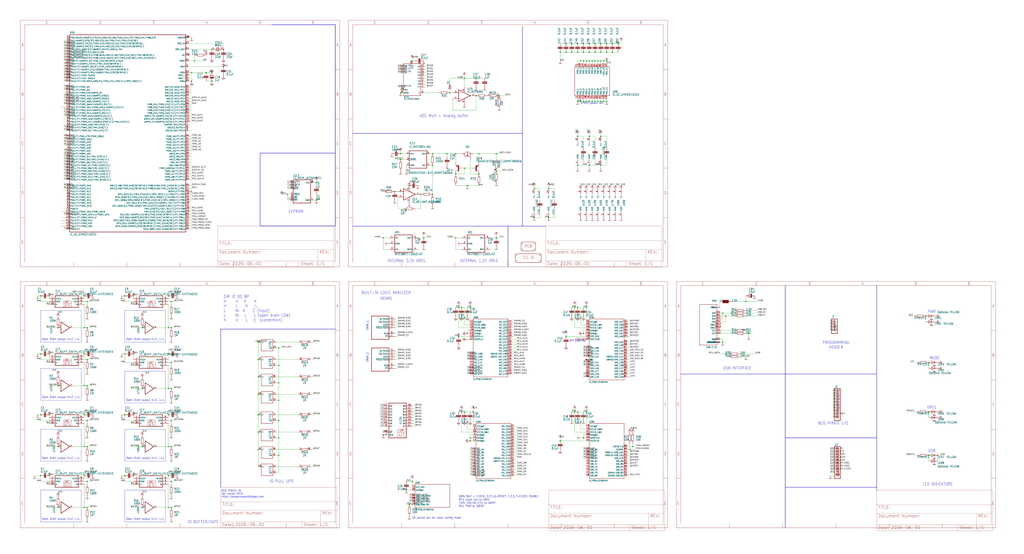
<source format=kicad_sch>
(kicad_sch (version 20230121) (generator eeschema)
  (paper "User" 896.087 485.267)
  (junction (at 414.02 360.68))
  (junction (at 535.94 38.1))
  (junction (at 490.22 45.72))
  (junction (at 525.78 88.9))
  (junction (at 495.3 38.1))
  (junction (at 505.46 360.68))
  (junction (at 411.48 269.24))
  (junction (at 655.32 292.1))
  (junction (at 251.46 170.18))
  (junction (at 243.84 350.52))
  (junction (at 350.52 139.7))
  (junction (at 226.06 330.2))
  (junction (at 520.7 88.9))
  (junction (at 243.84 383.54))
  (junction (at 401.32 294.64))
  (junction (at 149.86 444.5))
  (junction (at 147.32 340.36))
  (junction (at 518.16 53.34))
  (junction (at 243.84 304.8))
  (junction (at 73.66 363.22))
  (junction (at 525.78 45.72))
  (junction (at 406.4 147.32))
  (junction (at 398.78 208.28))
  (junction (at 276.86 175.26))
  (junction (at 810.26 276.86))
  (junction (at 515.62 38.1))
  (junction (at 530.86 45.72))
  (junction (at 350.52 81.28))
  (junction (at 515.62 119.38))
  (junction (at 530.86 38.1))
  (junction (at 510.54 45.72))
  (junction (at 109.22 363.22))
  (junction (at 513.08 53.34))
  (junction (at 185.42 63.5))
  (junction (at 520.7 38.1))
  (junction (at 76.2 287.02))
  (junction (at 76.2 337.82))
  (junction (at 276.86 160.02))
  (junction (at 640.08 274.32))
  (junction (at 416.56 83.82))
  (junction (at 43.18 259.08))
  (junction (at 510.54 383.54))
  (junction (at 378.46 170.18))
  (junction (at 525.78 38.1))
  (junction (at 510.54 53.34))
  (junction (at 149.86 264.16))
  (junction (at 345.44 167.64))
  (junction (at 378.46 144.78))
  (junction (at 500.38 45.72))
  (junction (at 73.66 391.16))
  (junction (at 149.86 317.5))
  (junction (at 226.06 378.46))
  (junction (at 76.2 368.3))
  (junction (at 149.86 368.3))
  (junction (at 360.68 421.64))
  (junction (at 243.84 335.28))
  (junction (at 513.08 269.24))
  (junction (at 185.42 43.18))
  (junction (at 467.36 190.5))
  (junction (at 505.46 269.24))
  (junction (at 350.52 134.62))
  (junction (at 149.86 287.02))
  (junction (at 76.2 314.96))
  (junction (at 370.84 208.28))
  (junction (at 820.42 398.78))
  (junction (at 510.54 292.1))
  (junction (at 515.62 45.72))
  (junction (at 525.78 53.34))
  (junction (at 480.06 165.1))
  (junction (at 652.78 264.16))
  (junction (at 124.46 287.02))
  (junction (at 398.78 152.4))
  (junction (at 401.32 269.24))
  (junction (at 406.4 360.68))
  (junction (at 358.14 162.56))
  (junction (at 368.3 170.18))
  (junction (at 551.18 393.7))
  (junction (at 116.84 363.22))
  (junction (at 515.62 53.34))
  (junction (at 226.06 299.72))
  (junction (at 416.56 68.58))
  (junction (at 147.32 444.5))
  (junction (at 195.58 43.18))
  (junction (at 149.86 421.64))
  (junction (at 510.54 88.9))
  (junction (at 167.64 63.5))
  (junction (at 335.28 381))
  (junction (at 398.78 134.62))
  (junction (at 411.48 383.54))
  (junction (at 76.2 391.16))
  (junction (at 518.16 88.9))
  (junction (at 124.46 444.5))
  (junction (at 508 53.34))
  (junction (at 43.18 363.22))
  (junction (at 73.66 259.08))
  (junction (at 530.86 53.34))
  (junction (at 335.28 208.28))
  (junction (at 109.22 259.08))
  (junction (at 408.94 292.1))
  (junction (at 73.66 309.88))
  (junction (at 523.24 88.9))
  (junction (at 632.46 274.32))
  (junction (at 505.46 88.9))
  (junction (at 515.62 88.9))
  (junction (at 411.48 386.08))
  (junction (at 419.1 152.4))
  (junction (at 50.8 391.16))
  (junction (at 812.8 398.78))
  (junction (at 147.32 363.22))
  (junction (at 43.18 416.56))
  (junction (at 124.46 340.36))
  (junction (at 243.84 320.04))
  (junction (at 358.14 441.96))
  (junction (at 434.34 208.28))
  (junction (at 515.62 144.78))
  (junction (at 403.86 360.68))
  (junction (at 419.1 134.62))
  (junction (at 50.8 337.82))
  (junction (at 35.56 309.88))
  (junction (at 147.32 391.16))
  (junction (at 360.68 53.34))
  (junction (at 226.06 314.96))
  (junction (at 195.58 58.42))
  (junction (at 635 309.88))
  (junction (at 109.22 309.88))
  (junction (at 434.34 149.86))
  (junction (at 505.46 144.78))
  (junction (at 408.94 162.56))
  (junction (at 76.2 421.64))
  (junction (at 495.3 45.72))
  (junction (at 467.36 165.1))
  (junction (at 513.08 360.68))
  (junction (at 226.06 393.7))
  (junction (at 632.46 299.72))
  (junction (at 406.4 68.58))
  (junction (at 170.18 53.34))
  (junction (at 116.84 309.88))
  (junction (at 147.32 287.02))
  (junction (at 355.6 429.26))
  (junction (at 116.84 259.08))
  (junction (at 508 88.9))
  (junction (at 76.2 264.16))
  (junction (at 180.34 63.5))
  (junction (at 523.24 53.34))
  (junction (at 73.66 416.56))
  (junction (at 490.22 386.08))
  (junction (at 505.46 38.1))
  (junction (at 520.7 45.72))
  (junction (at 391.16 134.62))
  (junction (at 812.8 360.68))
  (junction (at 500.38 38.1))
  (junction (at 73.66 287.02))
  (junction (at 513.08 88.9))
  (junction (at 480.06 190.5))
  (junction (at 434.34 134.62))
  (junction (at 116.84 416.56))
  (junction (at 243.84 398.78))
  (junction (at 109.22 416.56))
  (junction (at 76.2 444.5))
  (junction (at 436.88 83.82))
  (junction (at 149.86 340.36))
  (junction (at 147.32 259.08))
  (junction (at 535.94 45.72))
  (junction (at 226.06 345.44))
  (junction (at 43.18 309.88))
  (junction (at 525.78 144.78))
  (junction (at 525.78 119.38))
  (junction (at 35.56 363.22))
  (junction (at 50.8 444.5))
  (junction (at 147.32 416.56))
  (junction (at 167.64 71.12))
  (junction (at 73.66 337.82))
  (junction (at 403.86 269.24))
  (junction (at 147.32 309.88))
  (junction (at 35.56 259.08))
  (junction (at 149.86 391.16))
  (junction (at 502.92 269.24))
  (junction (at 243.84 368.3))
  (junction (at 50.8 287.02))
  (junction (at 528.32 53.34))
  (junction (at 495.3 294.64))
  (junction (at 812.8 317.5))
  (junction (at 378.46 134.62))
  (junction (at 393.7 81.28))
  (junction (at 635 276.86))
  (junction (at 505.46 119.38))
  (junction (at 505.46 45.72))
  (junction (at 520.7 53.34))
  (junction (at 124.46 391.16))
  (junction (at 510.54 38.1))
  (junction (at 185.42 71.12))
  (junction (at 502.92 360.68))
  (junction (at 226.06 363.22))
  (junction (at 553.72 391.16))
  (junction (at 528.32 88.9))
  (junction (at 35.56 416.56))
  (junction (at 530.86 88.9))
  (junction (at 73.66 444.5))
  (junction (at 541.02 38.1))
  (wire (pts (xy 515.62 55.88) (xy 515.62 53.34)) (stroke (width 0.1524)))
  (wire (pts (xy 515.62 88.9) (xy 518.16 88.9)) (stroke (width 0.1524)))
  (wire (pts (xy 243.84 304.8) (xy 241.3 304.8)) (stroke (width 0.1524)))
  (wire (pts (xy 274.32 299.72) (xy 271.78 299.72)) (stroke (width 0.1524)))
  (wire (pts (xy 345.44 287.02) (xy 347.98 287.02)) (stroke (width 0.1524)))
  (wire (pts (xy 505.46 53.34) (xy 505.46 55.88)) (stroke (width 0.1524)))
  (wire (pts (xy 271.78 393.7) (xy 274.32 393.7)) (stroke (width 0.1524)))
  (wire (pts (xy 58.42 45.72) (xy 55.88 45.72)) (stroke (width 0.1524)))
  (wire (pts (xy 411.48 312.42) (xy 408.94 312.42)) (stroke (width 0.1524)))
  (wire (pts (xy 116.84 370.84) (xy 114.3 370.84)) (stroke (width 0.1524)))
  (wire (pts (xy 345.44 322.58) (xy 347.98 322.58)) (stroke (width 0.1524)))
  (wire (pts (xy 147.32 421.64) (xy 149.86 421.64)) (stroke (width 0.1524)))
  (wire (pts (xy 398.78 218.44) (xy 403.86 218.44)) (stroke (width 0.1524)))
  (wire (pts (xy 528.32 53.34) (xy 525.78 53.34)) (stroke (width 0.1524)))
  (wire (pts (xy 398.78 142.24) (xy 398.78 134.62)) (stroke (width 0.1524)))
  (wire (pts (xy 731.52 365.76) (xy 728.98 365.76)) (stroke (width 0.1524)))
  (wire (pts (xy 58.42 76.2) (xy 55.88 76.2)) (stroke (width 0.1524)))
  (wire (pts (xy 528.32 88.9) (xy 530.86 88.9)) (stroke (width 0.1524)))
  (wire (pts (xy 629.92 274.32) (xy 632.46 274.32)) (stroke (width 0.1524)))
  (wire (pts (xy 530.86 88.9) (xy 530.86 86.36)) (stroke (width 0.1524)))
  (polyline (pts (xy 109.22 457.2) (xy 109.22 429.26)) (stroke (width 0.1524) (type solid)))
  (wire (pts (xy 360.68 365.76) (xy 363.22 365.76)) (stroke (width 0.1524)))
  (wire (pts (xy 472.44 165.1) (xy 472.44 175.26)) (stroke (width 0.1524)))
  (polyline (pts (xy 71.12 299.72) (xy 35.56 299.72)) (stroke (width 0.1524) (type solid)))
  (wire (pts (xy 76.2 368.3) (xy 76.2 370.84)) (stroke (width 0.1524)))
  (wire (pts (xy 449.58 373.38) (xy 452.12 373.38)) (stroke (width 0.1524)))
  (wire (pts (xy 124.46 444.5) (xy 114.3 444.5)) (stroke (width 0.1524)))
  (wire (pts (xy 505.46 144.78) (xy 510.54 144.78)) (stroke (width 0.1524)))
  (wire (pts (xy 525.78 119.38) (xy 530.86 119.38)) (stroke (width 0.1524)))
  (wire (pts (xy 58.42 88.9) (xy 55.88 88.9)) (stroke (width 0.1524)))
  (wire (pts (xy 416.56 68.58) (xy 406.4 68.58)) (stroke (width 0.1524)))
  (wire (pts (xy 58.42 162.56) (xy 55.88 162.56)) (stroke (width 0.1524)))
  (wire (pts (xy 165.1 172.72) (xy 167.64 172.72)) (stroke (width 0.1524)))
  (wire (pts (xy 436.88 134.62) (xy 434.34 134.62)) (stroke (width 0.1524)))
  (wire (pts (xy 165.1 190.5) (xy 167.64 190.5)) (stroke (width 0.1524)))
  (wire (pts (xy 147.32 340.36) (xy 149.86 340.36)) (stroke (width 0.1524)))
  (wire (pts (xy 520.7 144.78) (xy 520.7 137.16)) (stroke (width 0.1524)))
  (wire (pts (xy 411.48 294.64) (xy 401.32 294.64)) (stroke (width 0.1524)))
  (wire (pts (xy 243.84 414.02) (xy 243.84 398.78)) (stroke (width 0.1524)))
  (wire (pts (xy 629.92 276.86) (xy 635 276.86)) (stroke (width 0.1524)))
  (polyline (pts (xy 767.08 383.54) (xy 767.08 426.72)) (stroke (width 0.3048) (type solid)))
  (wire (pts (xy 510.54 45.72) (xy 505.46 45.72)) (stroke (width 0.1524)))
  (wire (pts (xy 530.86 55.88) (xy 530.86 53.34)) (stroke (width 0.1524)))
  (wire (pts (xy 73.66 370.84) (xy 73.66 391.16)) (stroke (width 0.1524)))
  (wire (pts (xy 731.52 345.44) (xy 728.98 345.44)) (stroke (width 0.1524)))
  (wire (pts (xy 414.02 411.48) (xy 411.48 411.48)) (stroke (width 0.1524)))
  (wire (pts (xy 116.84 309.88) (xy 116.84 314.96)) (stroke (width 0.1524)))
  (polyline (pts (xy 144.78 457.2) (xy 109.22 457.2)) (stroke (width 0.1524) (type solid)))
  (wire (pts (xy 510.54 86.36) (xy 510.54 88.9)) (stroke (width 0.1524)))
  (wire (pts (xy 513.08 330.2) (xy 510.54 330.2)) (stroke (width 0.1524)))
  (wire (pts (xy 635 276.86) (xy 642.62 276.86)) (stroke (width 0.1524)))
  (wire (pts (xy 147.32 424.18) (xy 147.32 444.5)) (stroke (width 0.1524)))
  (wire (pts (xy 124.46 287.02) (xy 114.3 287.02)) (stroke (width 0.1524)))
  (wire (pts (xy 76.2 264.16) (xy 78.74 264.16)) (stroke (width 0.1524)))
  (wire (pts (xy 403.86 358.14) (xy 403.86 360.68)) (stroke (width 0.1524)))
  (wire (pts (xy 243.84 368.3) (xy 243.84 350.52)) (stroke (width 0.1524)))
  (wire (pts (xy 335.28 208.28) (xy 340.36 208.28)) (stroke (width 0.1524)))
  (wire (pts (xy 241.3 368.3) (xy 243.84 368.3)) (stroke (width 0.1524)))
  (wire (pts (xy 335.28 373.38) (xy 332.74 373.38)) (stroke (width 0.1524)))
  (wire (pts (xy 467.36 190.5) (xy 472.44 190.5)) (stroke (width 0.1524)))
  (wire (pts (xy 271.78 378.46) (xy 274.32 378.46)) (stroke (width 0.1524)))
  (wire (pts (xy 490.22 53.34) (xy 490.22 45.72)) (stroke (width 0.1524)))
  (wire (pts (xy 58.42 83.82) (xy 55.88 83.82)) (stroke (width 0.1524)))
  (wire (pts (xy 411.48 314.96) (xy 408.94 314.96)) (stroke (width 0.1524)))
  (wire (pts (xy 58.42 149.86) (xy 55.88 149.86)) (stroke (width 0.1524)))
  (wire (pts (xy 360.68 368.3) (xy 363.22 368.3)) (stroke (width 0.1524)))
  (wire (pts (xy 73.66 444.5) (xy 76.2 444.5)) (stroke (width 0.1524)))
  (wire (pts (xy 147.32 261.62) (xy 147.32 259.08)) (stroke (width 0.1524)))
  (wire (pts (xy 548.64 330.2) (xy 551.18 330.2)) (stroke (width 0.1524)))
  (wire (pts (xy 370.84 58.42) (xy 373.38 58.42)) (stroke (width 0.1524)))
  (wire (pts (xy 449.58 401.32) (xy 452.12 401.32)) (stroke (width 0.1524)))
  (wire (pts (xy 447.04 320.04) (xy 449.58 320.04)) (stroke (width 0.1524)))
  (wire (pts (xy 137.16 287.02) (xy 147.32 287.02)) (stroke (width 0.1524)))
  (wire (pts (xy 406.4 147.32) (xy 403.86 147.32)) (stroke (width 0.1524)))
  (wire (pts (xy 58.42 99.06) (xy 55.88 99.06)) (stroke (width 0.1524)))
  (wire (pts (xy 467.36 162.56) (xy 467.36 165.1)) (stroke (width 0.1524)))
  (wire (pts (xy 58.42 124.46) (xy 55.88 124.46)) (stroke (width 0.1524)))
  (wire (pts (xy 276.86 175.26) (xy 274.32 175.26)) (stroke (width 0.1524)))
  (wire (pts (xy 76.2 368.3) (xy 78.74 368.3)) (stroke (width 0.1524)))
  (polyline (pts (xy 193.04 288.29) (xy 193.04 426.72)) (stroke (width 0.3048) (type solid)))
  (wire (pts (xy 731.52 363.22) (xy 728.98 363.22)) (stroke (width 0.1524)))
  (wire (pts (xy 165.1 124.46) (xy 167.64 124.46)) (stroke (width 0.1524)))
  (wire (pts (xy 629.92 281.94) (xy 635 281.94)) (stroke (width 0.1524)))
  (wire (pts (xy 652.78 312.42) (xy 647.7 312.42)) (stroke (width 0.1524)))
  (wire (pts (xy 360.68 441.96) (xy 358.14 441.96)) (stroke (width 0.1524)))
  (wire (pts (xy 347.98 172.72) (xy 347.98 182.88)) (stroke (width 0.1524)))
  (wire (pts (xy 58.42 35.56) (xy 55.88 35.56)) (stroke (width 0.1524)))
  (wire (pts (xy 447.04 302.26) (xy 452.12 302.26)) (stroke (width 0.1524)))
  (wire (pts (xy 241.3 383.54) (xy 243.84 383.54)) (stroke (width 0.1524)))
  (wire (pts (xy 180.34 63.5) (xy 185.42 63.5)) (stroke (width 0.1524)))
  (wire (pts (xy 58.42 78.74) (xy 55.88 78.74)) (stroke (width 0.1524)))
  (wire (pts (xy 520.7 53.34) (xy 518.16 53.34)) (stroke (width 0.1524)))
  (wire (pts (xy 513.08 307.34) (xy 510.54 307.34)) (stroke (width 0.1524)))
  (wire (pts (xy 116.84 320.04) (xy 114.3 320.04)) (stroke (width 0.1524)))
  (wire (pts (xy 73.66 421.64) (xy 76.2 421.64)) (stroke (width 0.1524)))
  (wire (pts (xy 243.84 383.54) (xy 243.84 368.3)) (stroke (width 0.1524)))
  (wire (pts (xy 73.66 261.62) (xy 73.66 259.08)) (stroke (width 0.1524)))
  (wire (pts (xy 553.72 388.62) (xy 553.72 391.16)) (stroke (width 0.1524)))
  (wire (pts (xy 393.7 78.74) (xy 393.7 81.28)) (stroke (width 0.1524)))
  (polyline (pts (xy 687.07 426.72) (xy 687.07 462.28)) (stroke (width 0.3048) (type solid)))
  (wire (pts (xy 355.6 429.26) (xy 360.68 429.26)) (stroke (width 0.1524)))
  (wire (pts (xy 58.42 132.08) (xy 55.88 132.08)) (stroke (width 0.1524)))
  (wire (pts (xy 447.04 284.48) (xy 449.58 284.48)) (stroke (width 0.1524)))
  (polyline (pts (xy 35.56 429.26) (xy 71.12 429.26)) (stroke (width 0.1524) (type solid)))
  (wire (pts (xy 58.42 139.7) (xy 55.88 139.7)) (stroke (width 0.1524)))
  (wire (pts (xy 447.04 322.58) (xy 449.58 322.58)) (stroke (width 0.1524)))
  (wire (pts (xy 731.52 414.02) (xy 726.44 414.02)) (stroke (width 0.1524)))
  (wire (pts (xy 505.46 116.84) (xy 505.46 119.38)) (stroke (width 0.1524)))
  (wire (pts (xy 58.42 86.36) (xy 55.88 86.36)) (stroke (width 0.1524)))
  (wire (pts (xy 632.46 297.18) (xy 632.46 299.72)) (stroke (width 0.1524)))
  (wire (pts (xy 434.34 139.7) (xy 434.34 134.62)) (stroke (width 0.1524)))
  (wire (pts (xy 543.56 38.1) (xy 543.56 35.56)) (stroke (width 0.1524)))
  (wire (pts (xy 655.32 292.1) (xy 655.32 294.64)) (stroke (width 0.1524)))
  (wire (pts (xy 73.66 368.3) (xy 76.2 368.3)) (stroke (width 0.1524)))
  (wire (pts (xy 167.64 68.58) (xy 167.64 71.12)) (stroke (width 0.1524)))
  (wire (pts (xy 398.78 162.56) (xy 408.94 162.56)) (stroke (width 0.1524)))
  (wire (pts (xy 411.48 266.7) (xy 411.48 269.24)) (stroke (width 0.1524)))
  (polyline (pts (xy 767.08 327.66) (xy 595.63 327.66)) (stroke (width 0.3048) (type solid)))
  (wire (pts (xy 180.34 71.12) (xy 185.42 71.12)) (stroke (width 0.1524)))
  (polyline (pts (xy 109.22 353.06) (xy 109.22 325.12)) (stroke (width 0.1524) (type solid)))
  (wire (pts (xy 370.84 81.28) (xy 383.54 81.28)) (stroke (width 0.1524)))
  (wire (pts (xy 548.64 401.32) (xy 551.18 401.32)) (stroke (width 0.1524)))
  (wire (pts (xy 513.08 320.04) (xy 510.54 320.04)) (stroke (width 0.1524)))
  (wire (pts (xy 505.46 38.1) (xy 510.54 38.1)) (stroke (width 0.1524)))
  (wire (pts (xy 58.42 71.12) (xy 55.88 71.12)) (stroke (width 0.1524)))
  (wire (pts (xy 515.62 144.78) (xy 520.7 144.78)) (stroke (width 0.1524)))
  (wire (pts (xy 147.32 266.7) (xy 147.32 287.02)) (stroke (width 0.1524)))
  (wire (pts (xy 165.1 106.68) (xy 167.64 106.68)) (stroke (width 0.1524)))
  (wire (pts (xy 447.04 325.12) (xy 449.58 325.12)) (stroke (width 0.1524)))
  (wire (pts (xy 411.48 309.88) (xy 408.94 309.88)) (stroke (width 0.1524)))
  (wire (pts (xy 165.1 38.1) (xy 195.58 38.1)) (stroke (width 0.1524)))
  (wire (pts (xy 731.52 342.9) (xy 728.98 342.9)) (stroke (width 0.1524)))
  (wire (pts (xy 629.92 299.72) (xy 632.46 299.72)) (stroke (width 0.1524)))
  (wire (pts (xy 731.52 393.7) (xy 726.44 393.7)) (stroke (width 0.1524)))
  (wire (pts (xy 165.1 96.52) (xy 167.64 96.52)) (stroke (width 0.1524)))
  (wire (pts (xy 406.4 152.4) (xy 406.4 147.32)) (stroke (width 0.1524)))
  (wire (pts (xy 251.46 170.18) (xy 246.38 170.18)) (stroke (width 0.1524)))
  (wire (pts (xy 109.22 416.56) (xy 109.22 421.64)) (stroke (width 0.1524)))
  (wire (pts (xy 116.84 424.18) (xy 114.3 424.18)) (stroke (width 0.1524)))
  (wire (pts (xy 414.02 403.86) (xy 411.48 403.86)) (stroke (width 0.1524)))
  (wire (pts (xy 635 312.42) (xy 635 309.88)) (stroke (width 0.1524)))
  (wire (pts (xy 434.34 149.86) (xy 439.42 149.86)) (stroke (width 0.1524)))
  (wire (pts (xy 58.42 121.92) (xy 55.88 121.92)) (stroke (width 0.1524)))
  (wire (pts (xy 271.78 345.44) (xy 274.32 345.44)) (stroke (width 0.1524)))
  (wire (pts (xy 167.64 66.04) (xy 167.64 63.5)) (stroke (width 0.1524)))
  (polyline (pts (xy 71.12 375.92) (xy 71.12 403.86)) (stroke (width 0.1524) (type solid)))
  (wire (pts (xy 523.24 88.9) (xy 525.78 88.9)) (stroke (width 0.1524)))
  (wire (pts (xy 109.22 421.64) (xy 116.84 421.64)) (stroke (width 0.1524)))
  (wire (pts (xy 513.08 360.68) (xy 510.54 360.68)) (stroke (width 0.1524)))
  (wire (pts (xy 43.18 309.88) (xy 43.18 312.42)) (stroke (width 0.1524)))
  (wire (pts (xy 652.78 289.56) (xy 655.32 289.56)) (stroke (width 0.1524)))
  (wire (pts (xy 629.92 279.4) (xy 632.46 279.4)) (stroke (width 0.1524)))
  (wire (pts (xy 520.7 38.1) (xy 525.78 38.1)) (stroke (width 0.1524)))
  (polyline (pts (xy 71.12 350.52) (xy 35.56 350.52)) (stroke (width 0.1524) (type solid)))
  (wire (pts (xy 63.5 444.5) (xy 73.66 444.5)) (stroke (width 0.1524)))
  (wire (pts (xy 518.16 88.9) (xy 520.7 88.9)) (stroke (width 0.1524)))
  (wire (pts (xy 406.4 68.58) (xy 406.4 66.04)) (stroke (width 0.1524)))
  (wire (pts (xy 513.08 393.7) (xy 510.54 393.7)) (stroke (width 0.1524)))
  (wire (pts (xy 254 165.1) (xy 251.46 165.1)) (stroke (width 0.1524)))
  (wire (pts (xy 73.66 287.02) (xy 76.2 287.02)) (stroke (width 0.1524)))
  (polyline (pts (xy 144.78 325.12) (xy 144.78 353.06)) (stroke (width 0.1524) (type solid)))
  (wire (pts (xy 137.16 391.16) (xy 147.32 391.16)) (stroke (width 0.1524)))
  (wire (pts (xy 360.68 370.84) (xy 363.22 370.84)) (stroke (width 0.1524)))
  (wire (pts (xy 508 375.92) (xy 508 360.68)) (stroke (width 0.1524)))
  (wire (pts (xy 170.18 53.34) (xy 165.1 53.34)) (stroke (width 0.1524)))
  (wire (pts (xy 728.98 284.48) (xy 726.44 284.48)) (stroke (width 0.1524)))
  (polyline (pts (xy 444.5 198.12) (xy 444.5 233.68)) (stroke (width 0.3048) (type solid)))
  (wire (pts (xy 411.48 289.56) (xy 408.94 289.56)) (stroke (width 0.1524)))
  (wire (pts (xy 548.64 391.16) (xy 553.72 391.16)) (stroke (width 0.1524)))
  (wire (pts (xy 548.64 398.78) (xy 551.18 398.78)) (stroke (width 0.1524)))
  (polyline (pts (xy 144.78 353.06) (xy 109.22 353.06)) (stroke (width 0.1524) (type solid)))
  (wire (pts (xy 528.32 55.88) (xy 528.32 53.34)) (stroke (width 0.1524)))
  (wire (pts (xy 106.68 363.22) (xy 109.22 363.22)) (stroke (width 0.1524)))
  (wire (pts (xy 414.02 147.32) (xy 406.4 147.32)) (stroke (width 0.1524)))
  (wire (pts (xy 398.78 134.62) (xy 403.86 134.62)) (stroke (width 0.1524)))
  (polyline (pts (xy 767.08 250.19) (xy 767.08 383.54)) (stroke (width 0.3048) (type solid)))
  (wire (pts (xy 335.28 360.68) (xy 332.74 360.68)) (stroke (width 0.1524)))
  (wire (pts (xy 58.42 182.88) (xy 55.88 182.88)) (stroke (width 0.1524)))
  (wire (pts (xy 261.62 330.2) (xy 241.3 330.2)) (stroke (width 0.1524)))
  (wire (pts (xy 368.3 182.88) (xy 368.3 170.18)) (stroke (width 0.1524)))
  (wire (pts (xy 149.86 368.3) (xy 149.86 370.84)) (stroke (width 0.1524)))
  (wire (pts (xy 109.22 309.88) (xy 109.22 317.5)) (stroke (width 0.1524)))
  (wire (pts (xy 518.16 86.36) (xy 518.16 88.9)) (stroke (width 0.1524)))
  (wire (pts (xy 58.42 195.58) (xy 53.34 195.58)) (stroke (width 0.1524)))
  (wire (pts (xy 513.08 398.78) (xy 510.54 398.78)) (stroke (width 0.1524)))
  (wire (pts (xy 513.08 327.66) (xy 510.54 327.66)) (stroke (width 0.1524)))
  (wire (pts (xy 165.1 139.7) (xy 167.64 139.7)) (stroke (width 0.1524)))
  (wire (pts (xy 147.32 317.5) (xy 149.86 317.5)) (stroke (width 0.1524)))
  (wire (pts (xy 391.16 137.16) (xy 391.16 134.62)) (stroke (width 0.1524)))
  (wire (pts (xy 406.4 68.58) (xy 393.7 68.58)) (stroke (width 0.1524)))
  (wire (pts (xy 472.44 190.5) (xy 472.44 182.88)) (stroke (width 0.1524)))
  (wire (pts (xy 124.46 391.16) (xy 114.3 391.16)) (stroke (width 0.1524)))
  (wire (pts (xy 254 160.02) (xy 251.46 160.02)) (stroke (width 0.1524)))
  (wire (pts (xy 241.3 335.28) (xy 243.84 335.28)) (stroke (width 0.1524)))
  (wire (pts (xy 261.62 299.72) (xy 241.3 299.72)) (stroke (width 0.1524)))
  (wire (pts (xy 414.02 401.32) (xy 411.48 401.32)) (stroke (width 0.1524)))
  (wire (pts (xy 73.66 419.1) (xy 73.66 416.56)) (stroke (width 0.1524)))
  (polyline (pts (xy 71.12 457.2) (xy 35.56 457.2)) (stroke (width 0.1524) (type solid)))
  (wire (pts (xy 411.48 287.02) (xy 401.32 287.02)) (stroke (width 0.1524)))
  (wire (pts (xy 505.46 45.72) (xy 500.38 45.72)) (stroke (width 0.1524)))
  (wire (pts (xy 43.18 317.5) (xy 40.64 317.5)) (stroke (width 0.1524)))
  (wire (pts (xy 513.08 317.5) (xy 510.54 317.5)) (stroke (width 0.1524)))
  (wire (pts (xy 370.84 71.12) (xy 373.38 71.12)) (stroke (width 0.1524)))
  (wire (pts (xy 731.52 350.52) (xy 728.98 350.52)) (stroke (width 0.1524)))
  (wire (pts (xy 165.1 66.04) (xy 167.64 66.04)) (stroke (width 0.1524)))
  (wire (pts (xy 515.62 144.78) (xy 515.62 147.32)) (stroke (width 0.1524)))
  (polyline (pts (xy 767.08 383.54) (xy 687.07 383.54)) (stroke (width 0.3048) (type solid)))
  (wire (pts (xy 505.46 119.38) (xy 510.54 119.38)) (stroke (width 0.1524)))
  (wire (pts (xy 548.64 396.24) (xy 551.18 396.24)) (stroke (width 0.1524)))
  (wire (pts (xy 276.86 170.18) (xy 276.86 175.26)) (stroke (width 0.1524)))
  (wire (pts (xy 802.64 360.68) (xy 800.1 360.68)) (stroke (width 0.1524)))
  (wire (pts (xy 447.04 297.18) (xy 452.12 297.18)) (stroke (width 0.1524)))
  (wire (pts (xy 353.06 182.88) (xy 347.98 182.88)) (stroke (width 0.1524)))
  (wire (pts (xy 416.56 83.82) (xy 416.56 96.52)) (stroke (width 0.1524)))
  (wire (pts (xy 812.8 360.68) (xy 812.8 365.76)) (stroke (width 0.1524)))
  (wire (pts (xy 370.84 66.04) (xy 373.38 66.04)) (stroke (width 0.1524)))
  (wire (pts (xy 340.36 218.44) (xy 335.28 218.44)) (stroke (width 0.1524)))
  (wire (pts (xy 58.42 58.42) (xy 55.88 58.42)) (stroke (width 0.1524)))
  (wire (pts (xy 551.18 393.7) (xy 556.26 393.7)) (stroke (width 0.1524)))
  (wire (pts (xy 58.42 91.44) (xy 55.88 91.44)) (stroke (width 0.1524)))
  (wire (pts (xy 447.04 327.66) (xy 449.58 327.66)) (stroke (width 0.1524)))
  (wire (pts (xy 370.84 73.66) (xy 373.38 73.66)) (stroke (width 0.1524)))
  (wire (pts (xy 335.28 358.14) (xy 332.74 358.14)) (stroke (width 0.1524)))
  (wire (pts (xy 149.86 287.02) (xy 152.4 287.02)) (stroke (width 0.1524)))
  (wire (pts (xy 414.02 416.56) (xy 411.48 416.56)) (stroke (width 0.1524)))
  (wire (pts (xy 411.48 297.18) (xy 408.94 297.18)) (stroke (width 0.1524)))
  (wire (pts (xy 731.52 401.32) (xy 726.44 401.32)) (stroke (width 0.1524)))
  (wire (pts (xy 375.92 134.62) (xy 378.46 134.62)) (stroke (width 0.1524)))
  (wire (pts (xy 640.08 274.32) (xy 640.08 271.78)) (stroke (width 0.1524)))
  (wire (pts (xy 414.02 360.68) (xy 414.02 358.14)) (stroke (width 0.1524)))
  (wire (pts (xy 637.54 309.88) (xy 635 309.88)) (stroke (width 0.1524)))
  (wire (pts (xy 449.58 406.4) (xy 452.12 406.4)) (stroke (width 0.1524)))
  (wire (pts (xy 261.62 363.22) (xy 241.3 363.22)) (stroke (width 0.1524)))
  (wire (pts (xy 520.7 55.88) (xy 520.7 53.34)) (stroke (width 0.1524)))
  (wire (pts (xy 447.04 299.72) (xy 452.12 299.72)) (stroke (width 0.1524)))
  (wire (pts (xy 414.02 375.92) (xy 408.94 375.92)) (stroke (width 0.1524)))
  (wire (pts (xy 447.04 281.94) (xy 449.58 281.94)) (stroke (width 0.1524)))
  (wire (pts (xy 360.68 358.14) (xy 363.22 358.14)) (stroke (width 0.1524)))
  (wire (pts (xy 449.58 408.94) (xy 452.12 408.94)) (stroke (width 0.1524)))
  (wire (pts (xy 642.62 289.56) (xy 629.92 289.56)) (stroke (width 0.1524)))
  (wire (pts (xy 165.1 132.08) (xy 167.64 132.08)) (stroke (width 0.1524)))
  (wire (pts (xy 73.66 363.22) (xy 73.66 360.68)) (stroke (width 0.1524)))
  (wire (pts (xy 165.1 185.42) (xy 167.64 185.42)) (stroke (width 0.1524)))
  (wire (pts (xy 165.1 170.18) (xy 167.64 170.18)) (stroke (width 0.1524)))
  (wire (pts (xy 467.36 165.1) (xy 472.44 165.1)) (stroke (width 0.1524)))
  (wire (pts (xy 391.16 134.62) (xy 398.78 134.62)) (stroke (width 0.1524)))
  (wire (pts (xy 510.54 144.78) (xy 510.54 137.16)) (stroke (width 0.1524)))
  (wire (pts (xy 165.1 99.06) (xy 167.64 99.06)) (stroke (width 0.1524)))
  (wire (pts (xy 358.14 441.96) (xy 355.6 441.96)) (stroke (width 0.1524)))
  (wire (pts (xy 271.78 330.2) (xy 274.32 330.2)) (stroke (width 0.1524)))
  (wire (pts (xy 508 88.9) (xy 510.54 88.9)) (stroke (width 0.1524)))
  (wire (pts (xy 261.62 314.96) (xy 241.3 314.96)) (stroke (width 0.1524)))
  (polyline (pts (xy 144.78 271.78) (xy 144.78 299.72)) (stroke (width 0.1524) (type solid)))
  (wire (pts (xy 485.14 165.1) (xy 485.14 175.26)) (stroke (width 0.1524)))
  (wire (pts (xy 109.22 368.3) (xy 116.84 368.3)) (stroke (width 0.1524)))
  (polyline (pts (xy 71.12 322.58) (xy 71.12 350.52)) (stroke (width 0.1524) (type solid)))
  (wire (pts (xy 414.02 386.08) (xy 411.48 386.08)) (stroke (width 0.1524)))
  (wire (pts (xy 652.78 264.16) (xy 662.94 264.16)) (stroke (width 0.1524)))
  (wire (pts (xy 58.42 134.62) (xy 55.88 134.62)) (stroke (width 0.1524)))
  (wire (pts (xy 43.18 416.56) (xy 43.18 419.1)) (stroke (width 0.1524)))
  (wire (pts (xy 548.64 302.26) (xy 551.18 302.26)) (stroke (width 0.1524)))
  (wire (pts (xy 731.52 355.6) (xy 728.98 355.6)) (stroke (width 0.1524)))
  (wire (pts (xy 226.06 393.7) (xy 226.06 378.46)) (stroke (width 0.1524)))
  (wire (pts (xy 350.52 63.5) (xy 347.98 63.5)) (stroke (width 0.1524)))
  (wire (pts (xy 449.58 375.92) (xy 452.12 375.92)) (stroke (width 0.1524)))
  (wire (pts (xy 513.08 358.14) (xy 513.08 360.68)) (stroke (width 0.1524)))
  (wire (pts (xy 360.68 360.68) (xy 363.22 360.68)) (stroke (width 0.1524)))
  (wire (pts (xy 73.66 264.16) (xy 76.2 264.16)) (stroke (width 0.1524)))
  (wire (pts (xy 449.58 378.46) (xy 452.12 378.46)) (stroke (width 0.1524)))
  (wire (pts (xy 180.34 53.34) (xy 170.18 53.34)) (stroke (width 0.1524)))
  (wire (pts (xy 76.2 287.02) (xy 78.74 287.02)) (stroke (width 0.1524)))
  (wire (pts (xy 411.48 383.54) (xy 411.48 386.08)) (stroke (width 0.1524)))
  (wire (pts (xy 261.62 393.7) (xy 241.3 393.7)) (stroke (width 0.1524)))
  (wire (pts (xy 411.48 322.58) (xy 408.94 322.58)) (stroke (width 0.1524)))
  (wire (pts (xy 520.7 86.36) (xy 520.7 88.9)) (stroke (width 0.1524)))
  (polyline (pts (xy 35.56 403.86) (xy 35.56 375.92)) (stroke (width 0.1524) (type solid)))
  (wire (pts (xy 261.62 378.46) (xy 241.3 378.46)) (stroke (width 0.1524)))
  (wire (pts (xy 508 55.88) (xy 508 53.34)) (stroke (width 0.1524)))
  (wire (pts (xy 271.78 314.96) (xy 274.32 314.96)) (stroke (width 0.1524)))
  (wire (pts (xy 530.86 119.38) (xy 530.86 129.54)) (stroke (width 0.1524)))
  (wire (pts (xy 345.44 314.96) (xy 347.98 314.96)) (stroke (width 0.1524)))
  (wire (pts (xy 414.02 134.62) (xy 419.1 134.62)) (stroke (width 0.1524)))
  (wire (pts (xy 393.7 68.58) (xy 393.7 73.66)) (stroke (width 0.1524)))
  (wire (pts (xy 35.56 368.3) (xy 43.18 368.3)) (stroke (width 0.1524)))
  (polyline (pts (xy 35.56 322.58) (xy 71.12 322.58)) (stroke (width 0.1524) (type solid)))
  (wire (pts (xy 243.84 398.78) (xy 243.84 383.54)) (stroke (width 0.1524)))
  (polyline (pts (xy 477.52 198.12) (xy 308.61 198.12)) (stroke (width 0.3048) (type solid)))
  (wire (pts (xy 165.1 157.48) (xy 167.64 157.48)) (stroke (width 0.1524)))
  (wire (pts (xy 515.62 38.1) (xy 520.7 38.1)) (stroke (width 0.1524)))
  (wire (pts (xy 165.1 121.92) (xy 167.64 121.92)) (stroke (width 0.1524)))
  (wire (pts (xy 447.04 294.64) (xy 449.58 294.64)) (stroke (width 0.1524)))
  (wire (pts (xy 731.52 406.4) (xy 726.44 406.4)) (stroke (width 0.1524)))
  (wire (pts (xy 365.76 208.28) (xy 370.84 208.28)) (stroke (width 0.1524)))
  (wire (pts (xy 411.48 292.1) (xy 408.94 292.1)) (stroke (width 0.1524)))
  (wire (pts (xy 406.4 284.48) (xy 406.4 269.24)) (stroke (width 0.1524)))
  (wire (pts (xy 408.94 360.68) (xy 406.4 360.68)) (stroke (width 0.1524)))
  (wire (pts (xy 396.24 96.52) (xy 396.24 86.36)) (stroke (width 0.1524)))
  (wire (pts (xy 543.56 38.1) (xy 541.02 38.1)) (stroke (width 0.1524)))
  (wire (pts (xy 411.48 327.66) (xy 408.94 327.66)) (stroke (width 0.1524)))
  (wire (pts (xy 548.64 307.34) (xy 551.18 307.34)) (stroke (width 0.1524)))
  (wire (pts (xy 73.66 259.08) (xy 73.66 256.54)) (stroke (width 0.1524)))
  (wire (pts (xy 731.52 353.06) (xy 728.98 353.06)) (stroke (width 0.1524)))
  (wire (pts (xy 165.1 93.98) (xy 167.64 93.98)) (stroke (width 0.1524)))
  (polyline (pts (xy 109.22 403.86) (xy 109.22 375.92)) (stroke (width 0.1524) (type solid)))
  (wire (pts (xy 629.92 297.18) (xy 632.46 297.18)) (stroke (width 0.1524)))
  (wire (pts (xy 525.78 55.88) (xy 525.78 53.34)) (stroke (width 0.1524)))
  (wire (pts (xy 226.06 299.72) (xy 223.52 299.72)) (stroke (width 0.1524)))
  (wire (pts (xy 525.78 144.78) (xy 530.86 144.78)) (stroke (width 0.1524)))
  (wire (pts (xy 523.24 53.34) (xy 520.7 53.34)) (stroke (width 0.1524)))
  (wire (pts (xy 58.42 175.26) (xy 55.88 175.26)) (stroke (width 0.1524)))
  (wire (pts (xy 495.3 38.1) (xy 500.38 38.1)) (stroke (width 0.1524)))
  (wire (pts (xy 502.92 269.24) (xy 500.38 269.24)) (stroke (width 0.1524)))
  (wire (pts (xy 411.48 152.4) (xy 419.1 152.4)) (stroke (width 0.1524)))
  (polyline (pts (xy 109.22 299.72) (xy 109.22 271.78)) (stroke (width 0.1524) (type solid)))
  (wire (pts (xy 58.42 144.78) (xy 55.88 144.78)) (stroke (width 0.1524)))
  (wire (pts (xy 165.1 33.02) (xy 167.64 33.02)) (stroke (width 0.1524)))
  (wire (pts (xy 165.1 165.1) (xy 167.64 165.1)) (stroke (width 0.1524)))
  (wire (pts (xy 58.42 66.04) (xy 55.88 66.04)) (stroke (width 0.1524)))
  (wire (pts (xy 510.54 88.9) (xy 513.08 88.9)) (stroke (width 0.1524)))
  (wire (pts (xy 480.06 165.1) (xy 485.14 165.1)) (stroke (width 0.1524)))
  (wire (pts (xy 513.08 294.64) (xy 495.3 294.64)) (stroke (width 0.1524)))
  (wire (pts (xy 505.46 88.9) (xy 505.46 86.36)) (stroke (width 0.1524)))
  (wire (pts (xy 147.32 419.1) (xy 147.32 416.56)) (stroke (width 0.1524)))
  (wire (pts (xy 251.46 172.72) (xy 251.46 170.18)) (stroke (width 0.1524)))
  (wire (pts (xy 58.42 50.8) (xy 55.88 50.8)) (stroke (width 0.1524)))
  (wire (pts (xy 165.1 149.86) (xy 167.64 149.86)) (stroke (width 0.1524)))
  (wire (pts (xy 58.42 81.28) (xy 55.88 81.28)) (stroke (width 0.1524)))
  (wire (pts (xy 43.18 266.7) (xy 40.64 266.7)) (stroke (width 0.1524)))
  (wire (pts (xy 515.62 119.38) (xy 515.62 116.84)) (stroke (width 0.1524)))
  (wire (pts (xy 642.62 292.1) (xy 629.92 292.1)) (stroke (width 0.1524)))
  (wire (pts (xy 513.08 383.54) (xy 510.54 383.54)) (stroke (width 0.1524)))
  (wire (pts (xy 731.52 358.14) (xy 728.98 358.14)) (stroke (width 0.1524)))
  (wire (pts (xy 355.6 149.86) (xy 355.6 144.78)) (stroke (width 0.1524)))
  (wire (pts (xy 810.26 276.86) (xy 810.26 281.94)) (stroke (width 0.1524)))
  (wire (pts (xy 149.86 264.16) (xy 152.4 264.16)) (stroke (width 0.1524)))
  (wire (pts (xy 73.66 416.56) (xy 73.66 414.02)) (stroke (width 0.1524)))
  (wire (pts (xy 350.52 60.96) (xy 347.98 60.96)) (stroke (width 0.1524)))
  (wire (pts (xy 655.32 289.56) (xy 655.32 292.1)) (stroke (width 0.1524)))
  (wire (pts (xy 76.2 444.5) (xy 78.74 444.5)) (stroke (width 0.1524)))
  (wire (pts (xy 147.32 309.88) (xy 147.32 307.34)) (stroke (width 0.1524)))
  (wire (pts (xy 416.56 68.58) (xy 424.18 68.58)) (stroke (width 0.1524)))
  (wire (pts (xy 276.86 162.56) (xy 276.86 160.02)) (stroke (width 0.1524)))
  (wire (pts (xy 535.94 38.1) (xy 541.02 38.1)) (stroke (width 0.1524)))
  (wire (pts (xy 58.42 109.22) (xy 55.88 109.22)) (stroke (width 0.1524)))
  (wire (pts (xy 513.08 378.46) (xy 502.92 378.46)) (stroke (width 0.1524)))
  (wire (pts (xy 513.08 269.24) (xy 513.08 266.7)) (stroke (width 0.1524)))
  (wire (pts (xy 401.32 269.24) (xy 398.78 269.24)) (stroke (width 0.1524)))
  (wire (pts (xy 510.54 119.38) (xy 510.54 129.54)) (stroke (width 0.1524)))
  (wire (pts (xy 525.78 53.34) (xy 523.24 53.34)) (stroke (width 0.1524)))
  (wire (pts (xy 165.1 91.44) (xy 167.64 91.44)) (stroke (width 0.1524)))
  (wire (pts (xy 43.18 424.18) (xy 40.64 424.18)) (stroke (width 0.1524)))
  (wire (pts (xy 510.54 53.34) (xy 508 53.34)) (stroke (width 0.1524)))
  (wire (pts (xy 124.46 340.36) (xy 114.3 340.36)) (stroke (width 0.1524)))
  (wire (pts (xy 35.56 416.56) (xy 35.56 421.64)) (stroke (width 0.1524)))
  (polyline (pts (xy 227.584 197.866) (xy 293.37 197.866)) (stroke (width 0.3048) (type solid)))
  (wire (pts (xy 652.78 292.1) (xy 655.32 292.1)) (stroke (width 0.1524)))
  (wire (pts (xy 411.48 284.48) (xy 406.4 284.48)) (stroke (width 0.1524)))
  (wire (pts (xy 149.86 317.5) (xy 152.4 317.5)) (stroke (width 0.1524)))
  (wire (pts (xy 165.1 175.26) (xy 167.64 175.26)) (stroke (width 0.1524)))
  (wire (pts (xy 370.84 60.96) (xy 373.38 60.96)) (stroke (width 0.1524)))
  (wire (pts (xy 485.14 190.5) (xy 485.14 182.88)) (stroke (width 0.1524)))
  (wire (pts (xy 510.54 55.88) (xy 510.54 53.34)) (stroke (width 0.1524)))
  (wire (pts (xy 513.08 309.88) (xy 510.54 309.88)) (stroke (width 0.1524)))
  (wire (pts (xy 347.98 167.64) (xy 345.44 167.64)) (stroke (width 0.1524)))
  (wire (pts (xy 149.86 317.5) (xy 149.86 320.04)) (stroke (width 0.1524)))
  (wire (pts (xy 515.62 53.34) (xy 513.08 53.34)) (stroke (width 0.1524)))
  (wire (pts (xy 480.06 162.56) (xy 480.06 165.1)) (stroke (width 0.1524)))
  (polyline (pts (xy 144.78 299.72) (xy 109.22 299.72)) (stroke (width 0.1524) (type solid)))
  (wire (pts (xy 165.1 200.66) (xy 167.64 200.66)) (stroke (width 0.1524)))
  (wire (pts (xy 35.56 264.16) (xy 43.18 264.16)) (stroke (width 0.1524)))
  (wire (pts (xy 43.18 370.84) (xy 40.64 370.84)) (stroke (width 0.1524)))
  (wire (pts (xy 165.1 127) (xy 167.64 127)) (stroke (width 0.1524)))
  (polyline (pts (xy 109.22 325.12) (xy 144.78 325.12)) (stroke (width 0.1524) (type solid)))
  (wire (pts (xy 502.92 360.68) (xy 500.38 360.68)) (stroke (width 0.1524)))
  (wire (pts (xy 116.84 416.56) (xy 116.84 419.1)) (stroke (width 0.1524)))
  (wire (pts (xy 640.08 264.16) (xy 652.78 264.16)) (stroke (width 0.1524)))
  (wire (pts (xy 226.06 345.44) (xy 226.06 330.2)) (stroke (width 0.1524)))
  (wire (pts (xy 403.86 269.24) (xy 401.32 269.24)) (stroke (width 0.1524)))
  (polyline (pts (xy 293.37 288.29) (xy 193.04 288.29)) (stroke (width 0.3048) (type solid)))
  (wire (pts (xy 513.08 381) (xy 510.54 381)) (stroke (width 0.1524)))
  (wire (pts (xy 165.1 152.4) (xy 167.64 152.4)) (stroke (width 0.1524)))
  (wire (pts (xy 490.22 386.08) (xy 490.22 383.54)) (stroke (width 0.1524)))
  (wire (pts (xy 243.84 304.8) (xy 246.38 304.8)) (stroke (width 0.1524)))
  (wire (pts (xy 508 360.68) (xy 505.46 360.68)) (stroke (width 0.1524)))
  (wire (pts (xy 58.42 104.14) (xy 55.88 104.14)) (stroke (width 0.1524)))
  (wire (pts (xy 731.52 398.78) (xy 726.44 398.78)) (stroke (width 0.1524)))
  (wire (pts (xy 271.78 408.94) (xy 274.32 408.94)) (stroke (width 0.1524)))
  (wire (pts (xy 58.42 193.04) (xy 53.34 193.04)) (stroke (width 0.1524)))
  (wire (pts (xy 73.66 391.16) (xy 76.2 391.16)) (stroke (width 0.1524)))
  (wire (pts (xy 350.52 139.7) (xy 345.44 139.7)) (stroke (width 0.1524)))
  (polyline (pts (xy 457.2 22.86) (xy 457.2 198.12)) (stroke (width 0.3048) (type solid)))
  (wire (pts (xy 335.28 167.64) (xy 332.74 167.64)) (stroke (width 0.1524)))
  (wire (pts (xy 449.58 393.7) (xy 452.12 393.7)) (stroke (width 0.1524)))
  (wire (pts (xy 254 162.56) (xy 251.46 162.56)) (stroke (width 0.1524)))
  (wire (pts (xy 243.84 335.28) (xy 243.84 320.04)) (stroke (width 0.1524)))
  (wire (pts (xy 360.68 439.42) (xy 358.14 439.42)) (stroke (width 0.1524)))
  (polyline (pts (xy 71.12 271.78) (xy 71.12 299.72)) (stroke (width 0.1524) (type solid)))
  (wire (pts (xy 165.1 147.32) (xy 167.64 147.32)) (stroke (width 0.1524)))
  (wire (pts (xy 370.84 208.28) (xy 370.84 205.74)) (stroke (width 0.1524)))
  (wire (pts (xy 76.2 264.16) (xy 76.2 266.7)) (stroke (width 0.1524)))
  (wire (pts (xy 406.4 360.68) (xy 403.86 360.68)) (stroke (width 0.1524)))
  (wire (pts (xy 414.02 414.02) (xy 411.48 414.02)) (stroke (width 0.1524)))
  (wire (pts (xy 345.44 320.04) (xy 347.98 320.04)) (stroke (width 0.1524)))
  (wire (pts (xy 165.1 195.58) (xy 167.64 195.58)) (stroke (width 0.1524)))
  (wire (pts (xy 165.1 81.28) (xy 167.64 81.28)) (stroke (width 0.1524)))
  (wire (pts (xy 728.98 281.94) (xy 726.44 281.94)) (stroke (width 0.1524)))
  (wire (pts (xy 165.1 88.9) (xy 167.64 88.9)) (stroke (width 0.1524)))
  (wire (pts (xy 411.48 269.24) (xy 411.48 281.94)) (stroke (width 0.1524)))
  (wire (pts (xy 495.3 292.1) (xy 495.3 294.64)) (stroke (width 0.1524)))
  (polyline (pts (xy 144.78 375.92) (xy 144.78 403.86)) (stroke (width 0.1524) (type solid)))
  (wire (pts (xy 109.22 259.08) (xy 109.22 264.16)) (stroke (width 0.1524)))
  (wire (pts (xy 548.64 312.42) (xy 551.18 312.42)) (stroke (width 0.1524)))
  (wire (pts (xy 403.86 208.28) (xy 398.78 208.28)) (stroke (width 0.1524)))
  (wire (pts (xy 58.42 165.1) (xy 55.88 165.1)) (stroke (width 0.1524)))
  (wire (pts (xy 520.7 119.38) (xy 520.7 129.54)) (stroke (width 0.1524)))
  (wire (pts (xy 165.1 119.38) (xy 167.64 119.38)) (stroke (width 0.1524)))
  (wire (pts (xy 419.1 142.24) (xy 419.1 134.62)) (stroke (width 0.1524)))
  (wire (pts (xy 728.98 289.56) (xy 726.44 289.56)) (stroke (width 0.1524)))
  (wire (pts (xy 165.1 182.88) (xy 167.64 182.88)) (stroke (width 0.1524)))
  (wire (pts (xy 408.94 269.24) (xy 411.48 269.24)) (stroke (width 0.1524)))
  (wire (pts (xy 541.02 45.72) (xy 535.94 45.72)) (stroke (width 0.1524)))
  (wire (pts (xy 149.86 340.36) (xy 152.4 340.36)) (stroke (width 0.1524)))
  (wire (pts (xy 58.42 185.42) (xy 53.34 185.42)) (stroke (width 0.1524)))
  (wire (pts (xy 58.42 198.12) (xy 53.34 198.12)) (stroke (width 0.1524)))
  (wire (pts (xy 254 172.72) (xy 251.46 172.72)) (stroke (width 0.1524)))
  (wire (pts (xy 345.44 279.4) (xy 347.98 279.4)) (stroke (width 0.1524)))
  (wire (pts (xy 548.64 287.02) (xy 551.18 287.02)) (stroke (width 0.1524)))
  (wire (pts (xy 261.62 345.44) (xy 241.3 345.44)) (stroke (width 0.1524)))
  (wire (pts (xy 502.92 266.7) (xy 502.92 269.24)) (stroke (width 0.1524)))
  (wire (pts (xy 398.78 208.28) (xy 396.24 208.28)) (stroke (width 0.1524)))
  (wire (pts (xy 449.58 411.48) (xy 452.12 411.48)) (stroke (width 0.1524)))
  (wire (pts (xy 35.56 309.88) (xy 35.56 314.96)) (stroke (width 0.1524)))
  (wire (pts (xy 73.66 337.82) (xy 76.2 337.82)) (stroke (width 0.1524)))
  (wire (pts (xy 449.58 416.56) (xy 452.12 416.56)) (stroke (width 0.1524)))
  (wire (pts (xy 345.44 294.64) (xy 347.98 294.64)) (stroke (width 0.1524)))
  (wire (pts (xy 528.32 86.36) (xy 528.32 88.9)) (stroke (width 0.1524)))
  (wire (pts (xy 505.46 269.24) (xy 502.92 269.24)) (stroke (width 0.1524)))
  (wire (pts (xy 429.26 208.28) (xy 434.34 208.28)) (stroke (width 0.1524)))
  (wire (pts (xy 398.78 152.4) (xy 406.4 152.4)) (stroke (width 0.1524)))
  (wire (pts (xy 116.84 259.08) (xy 116.84 261.62)) (stroke (width 0.1524)))
  (wire (pts (xy 58.42 63.5) (xy 55.88 63.5)) (stroke (width 0.1524)))
  (wire (pts (xy 548.64 393.7) (xy 551.18 393.7)) (stroke (width 0.1524)))
  (wire (pts (xy 35.56 363.22) (xy 35.56 368.3)) (stroke (width 0.1524)))
  (wire (pts (xy 149.86 444.5) (xy 152.4 444.5)) (stroke (width 0.1524)))
  (wire (pts (xy 419.1 134.62) (xy 434.34 134.62)) (stroke (width 0.1524)))
  (wire (pts (xy 149.86 421.64) (xy 152.4 421.64)) (stroke (width 0.1524)))
  (wire (pts (xy 508 383.54) (xy 510.54 383.54)) (stroke (width 0.1524)))
  (wire (pts (xy 58.42 200.66) (xy 55.88 200.66)) (stroke (width 0.1524)))
  (wire (pts (xy 109.22 317.5) (xy 116.84 317.5)) (stroke (width 0.1524)))
  (polyline (pts (xy 227.584 134.112) (xy 293.37 134.112)) (stroke (width 0.3048) (type solid)))
  (wire (pts (xy 553.72 391.16) (xy 556.26 391.16)) (stroke (width 0.1524)))
  (wire (pts (xy 149.86 368.3) (xy 152.4 368.3)) (stroke (width 0.1524)))
  (wire (pts (xy 449.58 391.16) (xy 452.12 391.16)) (stroke (width 0.1524)))
  (wire (pts (xy 350.52 134.62) (xy 350.52 132.08)) (stroke (width 0.1524)))
  (wire (pts (xy 447.04 292.1) (xy 449.58 292.1)) (stroke (width 0.1524)))
  (wire (pts (xy 345.44 281.94) (xy 347.98 281.94)) (stroke (width 0.1524)))
  (wire (pts (xy 147.32 259.08) (xy 147.32 256.54)) (stroke (width 0.1524)))
  (wire (pts (xy 165.1 58.42) (xy 195.58 58.42)) (stroke (width 0.1524)))
  (wire (pts (xy 449.58 381) (xy 452.12 381)) (stroke (width 0.1524)))
  (wire (pts (xy 243.84 350.52) (xy 243.84 335.28)) (stroke (width 0.1524)))
  (wire (pts (xy 535.94 45.72) (xy 530.86 45.72)) (stroke (width 0.1524)))
  (wire (pts (xy 261.62 408.94) (xy 241.3 408.94)) (stroke (width 0.1524)))
  (polyline (pts (xy 35.56 375.92) (xy 71.12 375.92)) (stroke (width 0.1524) (type solid)))
  (wire (pts (xy 434.34 208.28) (xy 436.88 208.28)) (stroke (width 0.1524)))
  (wire (pts (xy 520.7 88.9) (xy 523.24 88.9)) (stroke (width 0.1524)))
  (wire (pts (xy 652.78 271.78) (xy 662.94 271.78)) (stroke (width 0.1524)))
  (wire (pts (xy 58.42 111.76) (xy 55.88 111.76)) (stroke (width 0.1524)))
  (wire (pts (xy 800.1 398.78) (xy 802.64 398.78)) (stroke (width 0.1524)))
  (wire (pts (xy 43.18 363.22) (xy 43.18 365.76)) (stroke (width 0.1524)))
  (wire (pts (xy 378.46 134.62) (xy 391.16 134.62)) (stroke (width 0.1524)))
  (wire (pts (xy 548.64 299.72) (xy 551.18 299.72)) (stroke (width 0.1524)))
  (wire (pts (xy 530.86 144.78) (xy 530.86 137.16)) (stroke (width 0.1524)))
  (wire (pts (xy 147.32 363.22) (xy 147.32 360.68)) (stroke (width 0.1524)))
  (wire (pts (xy 335.28 363.22) (xy 332.74 363.22)) (stroke (width 0.1524)))
  (wire (pts (xy 820.42 398.78) (xy 820.42 403.86)) (stroke (width 0.1524)))
  (wire (pts (xy 449.58 398.78) (xy 452.12 398.78)) (stroke (width 0.1524)))
  (wire (pts (xy 378.46 144.78) (xy 378.46 170.18)) (stroke (width 0.1524)))
  (polyline (pts (xy 293.37 113.792) (xy 293.37 76.708)) (stroke (width 0.3048) (type solid)))
  (polyline (pts (xy 109.22 375.92) (xy 144.78 375.92)) (stroke (width 0.1524) (type solid)))
  (wire (pts (xy 513.08 396.24) (xy 510.54 396.24)) (stroke (width 0.1524)))
  (wire (pts (xy 73.66 317.5) (xy 73.66 337.82)) (stroke (width 0.1524)))
  (wire (pts (xy 147.32 370.84) (xy 147.32 391.16)) (stroke (width 0.1524)))
  (wire (pts (xy 411.48 139.7) (xy 411.48 152.4)) (stroke (width 0.1524)))
  (wire (pts (xy 370.84 208.28) (xy 373.38 208.28)) (stroke (width 0.1524)))
  (wire (pts (xy 820.42 398.78) (xy 822.96 398.78)) (stroke (width 0.1524)))
  (wire (pts (xy 414.02 396.24) (xy 411.48 396.24)) (stroke (width 0.1524)))
  (wire (pts (xy 731.52 411.48) (xy 726.44 411.48)) (stroke (width 0.1524)))
  (wire (pts (xy 360.68 436.88) (xy 358.14 436.88)) (stroke (width 0.1524)))
  (wire (pts (xy 165.1 63.5) (xy 167.64 63.5)) (stroke (width 0.1524)))
  (wire (pts (xy 73.66 312.42) (xy 73.66 309.88)) (stroke (width 0.1524)))
  (wire (pts (xy 414.02 406.4) (xy 411.48 406.4)) (stroke (width 0.1524)))
  (wire (pts (xy 548.64 416.56) (xy 551.18 416.56)) (stroke (width 0.1524)))
  (wire (pts (xy 414.02 373.38) (xy 414.02 360.68)) (stroke (width 0.1524)))
  (wire (pts (xy 505.46 144.78) (xy 505.46 147.32)) (stroke (width 0.1524)))
  (wire (pts (xy 525.78 38.1) (xy 530.86 38.1)) (stroke (width 0.1524)))
  (wire (pts (xy 345.44 307.34) (xy 347.98 307.34)) (stroke (width 0.1524)))
  (wire (pts (xy 165.1 101.6) (xy 167.64 101.6)) (stroke (width 0.1524)))
  (wire (pts (xy 226.06 330.2) (xy 226.06 314.96)) (stroke (width 0.1524)))
  (wire (pts (xy 165.1 142.24) (xy 167.64 142.24)) (stroke (width 0.1524)))
  (polyline (pts (xy 293.37 76.708) (xy 293.37 21.59)) (stroke (width 0.3048) (type solid)))
  (wire (pts (xy 254 170.18) (xy 251.46 170.18)) (stroke (width 0.1524)))
  (wire (pts (xy 350.52 78.74) (xy 350.52 81.28)) (stroke (width 0.1524)))
  (wire (pts (xy 109.22 264.16) (xy 116.84 264.16)) (stroke (width 0.1524)))
  (wire (pts (xy 515.62 86.36) (xy 515.62 88.9)) (stroke (width 0.1524)))
  (wire (pts (xy 35.56 363.22) (xy 33.02 363.22)) (stroke (width 0.1524)))
  (wire (pts (xy 58.42 152.4) (xy 55.88 152.4)) (stroke (width 0.1524)))
  (wire (pts (xy 416.56 96.52) (xy 396.24 96.52)) (stroke (width 0.1524)))
  (wire (pts (xy 548.64 317.5) (xy 551.18 317.5)) (stroke (width 0.1524)))
  (wire (pts (xy 406.4 68.58) (xy 406.4 76.2)) (stroke (width 0.1524)))
  (wire (pts (xy 165.1 129.54) (xy 167.64 129.54)) (stroke (width 0.1524)))
  (wire (pts (xy 165.1 144.78) (xy 167.64 144.78)) (stroke (width 0.1524)))
  (wire (pts (xy 109.22 363.22) (xy 109.22 368.3)) (stroke (width 0.1524)))
  (wire (pts (xy 414.02 383.54) (xy 411.48 383.54)) (stroke (width 0.1524)))
  (wire (pts (xy 403.86 360.68) (xy 401.32 360.68)) (stroke (width 0.1524)))
  (polyline (pts (xy 687.07 250.19) (xy 687.07 426.72)) (stroke (width 0.3048) (type solid)))
  (wire (pts (xy 165.1 198.12) (xy 167.64 198.12)) (stroke (width 0.1524)))
  (wire (pts (xy 73.66 314.96) (xy 76.2 314.96)) (stroke (width 0.1524)))
  (wire (pts (xy 508 53.34) (xy 505.46 53.34)) (stroke (width 0.1524)))
  (wire (pts (xy 513.08 86.36) (xy 513.08 88.9)) (stroke (width 0.1524)))
  (wire (pts (xy 632.46 274.32) (xy 640.08 274.32)) (stroke (width 0.1524)))
  (wire (pts (xy 411.48 360.68) (xy 414.02 360.68)) (stroke (width 0.1524)))
  (wire (pts (xy 335.28 370.84) (xy 332.74 370.84)) (stroke (width 0.1524)))
  (wire (pts (xy 35.56 309.88) (xy 33.02 309.88)) (stroke (width 0.1524)))
  (wire (pts (xy 449.58 386.08) (xy 452.12 386.08)) (stroke (width 0.1524)))
  (wire (pts (xy 76.2 337.82) (xy 78.74 337.82)) (stroke (width 0.1524)))
  (wire (pts (xy 274.32 160.02) (xy 276.86 160.02)) (stroke (width 0.1524)))
  (wire (pts (xy 360.68 363.22) (xy 363.22 363.22)) (stroke (width 0.1524)))
  (wire (pts (xy 419.1 162.56) (xy 408.94 162.56)) (stroke (width 0.1524)))
  (wire (pts (xy 165.1 104.14) (xy 167.64 104.14)) (stroke (width 0.1524)))
  (wire (pts (xy 500.38 38.1) (xy 505.46 38.1)) (stroke (width 0.1524)))
  (wire (pts (xy 165.1 137.16) (xy 167.64 137.16)) (stroke (width 0.1524)))
  (wire (pts (xy 548.64 304.8) (xy 551.18 304.8)) (stroke (width 0.1524)))
  (wire (pts (xy 76.2 421.64) (xy 78.74 421.64)) (stroke (width 0.1524)))
  (wire (pts (xy 375.92 144.78) (xy 378.46 144.78)) (stroke (width 0.1524)))
  (wire (pts (xy 548.64 314.96) (xy 551.18 314.96)) (stroke (width 0.1524)))
  (wire (pts (xy 195.58 38.1) (xy 195.58 43.18)) (stroke (width 0.1524)))
  (wire (pts (xy 508 86.36) (xy 508 88.9)) (stroke (width 0.1524)))
  (wire (pts (xy 137.16 444.5) (xy 147.32 444.5)) (stroke (width 0.1524)))
  (wire (pts (xy 635 281.94) (xy 635 276.86)) (stroke (width 0.1524)))
  (wire (pts (xy 332.74 208.28) (xy 335.28 208.28)) (stroke (width 0.1524)))
  (wire (pts (xy 447.04 309.88) (xy 449.58 309.88)) (stroke (width 0.1524)))
  (wire (pts (xy 167.64 63.5) (xy 180.34 63.5)) (stroke (width 0.1524)))
  (wire (pts (xy 510.54 38.1) (xy 515.62 38.1)) (stroke (width 0.1524)))
  (wire (pts (xy 147.32 416.56) (xy 147.32 414.02)) (stroke (width 0.1524)))
  (wire (pts (xy 370.84 76.2) (xy 373.38 76.2)) (stroke (width 0.1524)))
  (wire (pts (xy 513.08 292.1) (xy 510.54 292.1)) (stroke (width 0.1524)))
  (wire (pts (xy 335.28 355.6) (xy 332.74 355.6)) (stroke (width 0.1524)))
  (wire (pts (xy 548.64 294.64) (xy 551.18 294.64)) (stroke (width 0.1524)))
  (wire (pts (xy 548.64 322.58) (xy 551.18 322.58)) (stroke (width 0.1524)))
  (wire (pts (xy 505.46 360.68) (xy 502.92 360.68)) (stroke (width 0.1524)))
  (polyline (pts (xy 35.56 299.72) (xy 35.56 271.78)) (stroke (width 0.1524) (type solid)))
  (wire (pts (xy 523.24 86.36) (xy 523.24 88.9)) (stroke (width 0.1524)))
  (wire (pts (xy 165.1 68.58) (xy 167.64 68.58)) (stroke (width 0.1524)))
  (wire (pts (xy 33.02 259.08) (xy 35.56 259.08)) (stroke (width 0.1524)))
  (wire (pts (xy 434.34 205.74) (xy 434.34 208.28)) (stroke (width 0.1524)))
  (polyline (pts (xy 144.78 403.86) (xy 109.22 403.86)) (stroke (width 0.1524) (type solid)))
  (wire (pts (xy 548.64 408.94) (xy 551.18 408.94)) (stroke (width 0.1524)))
  (wire (pts (xy 731.52 347.98) (xy 728.98 347.98)) (stroke (width 0.1524)))
  (polyline (pts (xy 457.2 116.84) (xy 308.61 116.84)) (stroke (width 0.3048) (type solid)))
  (wire (pts (xy 652.78 274.32) (xy 662.94 274.32)) (stroke (width 0.1524)))
  (wire (pts (xy 502.92 358.14) (xy 502.92 360.68)) (stroke (width 0.1524)))
  (polyline (pts (xy 293.37 197.866) (xy 293.37 134.112)) (stroke (width 0.3048) (type solid)))
  (wire (pts (xy 165.1 43.18) (xy 185.42 43.18)) (stroke (width 0.1524)))
  (wire (pts (xy 360.68 426.72) (xy 360.68 421.64)) (stroke (width 0.1524)))
  (wire (pts (xy 548.64 325.12) (xy 551.18 325.12)) (stroke (width 0.1524)))
  (wire (pts (xy 335.28 368.3) (xy 332.74 368.3)) (stroke (width 0.1524)))
  (wire (pts (xy 58.42 154.94) (xy 55.88 154.94)) (stroke (width 0.1524)))
  (wire (pts (xy 411.48 381) (xy 411.48 383.54)) (stroke (width 0.1524)))
  (wire (pts (xy 548.64 284.48) (xy 551.18 284.48)) (stroke (width 0.1524)))
  (wire (pts (xy 58.42 119.38) (xy 55.88 119.38)) (stroke (width 0.1524)))
  (wire (pts (xy 58.42 60.96) (xy 55.88 60.96)) (stroke (width 0.1524)))
  (wire (pts (xy 502.92 287.02) (xy 502.92 269.24)) (stroke (width 0.1524)))
  (wire (pts (xy 518.16 55.88) (xy 518.16 53.34)) (stroke (width 0.1524)))
  (wire (pts (xy 76.2 314.96) (xy 78.74 314.96)) (stroke (width 0.1524)))
  (wire (pts (xy 254 175.26) (xy 251.46 175.26)) (stroke (width 0.1524)))
  (wire (pts (xy 58.42 38.1) (xy 55.88 38.1)) (stroke (width 0.1524)))
  (wire (pts (xy 370.84 63.5) (xy 373.38 63.5)) (stroke (width 0.1524)))
  (wire (pts (xy 165.1 78.74) (xy 167.64 78.74)) (stroke (width 0.1524)))
  (wire (pts (xy 449.58 396.24) (xy 452.12 396.24)) (stroke (width 0.1524)))
  (wire (pts (xy 447.04 307.34) (xy 452.12 307.34)) (stroke (width 0.1524)))
  (wire (pts (xy 363.22 53.34) (xy 360.68 53.34)) (stroke (width 0.1524)))
  (polyline (pts (xy 35.56 457.2) (xy 35.56 429.26)) (stroke (width 0.1524) (type solid)))
  (wire (pts (xy 447.04 304.8) (xy 452.12 304.8)) (stroke (width 0.1524)))
  (wire (pts (xy 513.08 284.48) (xy 508 284.48)) (stroke (width 0.1524)))
  (wire (pts (xy 731.52 416.56) (xy 726.44 416.56)) (stroke (width 0.1524)))
  (wire (pts (xy 548.64 320.04) (xy 551.18 320.04)) (stroke (width 0.1524)))
  (wire (pts (xy 495.3 45.72) (xy 490.22 45.72)) (stroke (width 0.1524)))
  (wire (pts (xy 355.6 134.62) (xy 350.52 134.62)) (stroke (width 0.1524)))
  (wire (pts (xy 812.8 317.5) (xy 812.8 322.58)) (stroke (width 0.1524)))
  (wire (pts (xy 518.16 53.34) (xy 515.62 53.34)) (stroke (width 0.1524)))
  (wire (pts (xy 73.66 266.7) (xy 73.66 287.02)) (stroke (width 0.1524)))
  (wire (pts (xy 447.04 317.5) (xy 449.58 317.5)) (stroke (width 0.1524)))
  (wire (pts (xy 35.56 314.96) (xy 43.18 314.96)) (stroke (width 0.1524)))
  (wire (pts (xy 398.78 218.44) (xy 398.78 208.28)) (stroke (width 0.1524)))
  (polyline (pts (xy 109.22 429.26) (xy 144.78 429.26)) (stroke (width 0.1524) (type solid)))
  (wire (pts (xy 58.42 114.3) (xy 55.88 114.3)) (stroke (width 0.1524)))
  (polyline (pts (xy 293.37 21.59) (xy 237.744 21.59)) (stroke (width 0.3048) (type solid)))
  (wire (pts (xy 642.62 274.32) (xy 640.08 274.32)) (stroke (width 0.1524)))
  (wire (pts (xy 170.18 48.26) (xy 170.18 53.34)) (stroke (width 0.1524)))
  (wire (pts (xy 165.1 154.94) (xy 167.64 154.94)) (stroke (width 0.1524)))
  (wire (pts (xy 508 284.48) (xy 508 269.24)) (stroke (width 0.1524)))
  (wire (pts (xy 447.04 287.02) (xy 449.58 287.02)) (stroke (width 0.1524)))
  (wire (pts (xy 147.32 264.16) (xy 149.86 264.16)) (stroke (width 0.1524)))
  (wire (pts (xy 165.1 193.04) (xy 167.64 193.04)) (stroke (width 0.1524)))
  (wire (pts (xy 513.08 88.9) (xy 515.62 88.9)) (stroke (width 0.1524)))
  (wire (pts (xy 637.54 312.42) (xy 635 312.42)) (stroke (width 0.1524)))
  (wire (pts (xy 513.08 373.38) (xy 513.08 360.68)) (stroke (width 0.1524)))
  (wire (pts (xy 149.86 421.64) (xy 149.86 424.18)) (stroke (width 0.1524)))
  (polyline (pts (xy 767.08 426.72) (xy 767.08 429.26)) (stroke (width 0.3048) (type solid)))
  (wire (pts (xy 513.08 375.92) (xy 508 375.92)) (stroke (width 0.1524)))
  (wire (pts (xy 116.84 266.7) (xy 114.3 266.7)) (stroke (width 0.1524)))
  (wire (pts (xy 147.32 287.02) (xy 149.86 287.02)) (stroke (width 0.1524)))
  (wire (pts (xy 530.86 53.34) (xy 528.32 53.34)) (stroke (width 0.1524)))
  (wire (pts (xy 502.92 378.46) (xy 502.92 360.68)) (stroke (width 0.1524)))
  (wire (pts (xy 513.08 304.8) (xy 510.54 304.8)) (stroke (width 0.1524)))
  (polyline (pts (xy 71.12 403.86) (xy 35.56 403.86)) (stroke (width 0.1524) (type solid)))
  (wire (pts (xy 149.86 266.7) (xy 149.86 264.16)) (stroke (width 0.1524)))
  (wire (pts (xy 513.08 287.02) (xy 502.92 287.02)) (stroke (width 0.1524)))
  (wire (pts (xy 58.42 48.26) (xy 55.88 48.26)) (stroke (width 0.1524)))
  (wire (pts (xy 525.78 144.78) (xy 525.78 147.32)) (stroke (width 0.1524)))
  (wire (pts (xy 480.06 190.5) (xy 485.14 190.5)) (stroke (width 0.1524)))
  (wire (pts (xy 167.64 71.12) (xy 165.1 71.12)) (stroke (width 0.1524)))
  (wire (pts (xy 58.42 96.52) (xy 55.88 96.52)) (stroke (width 0.1524)))
  (wire (pts (xy 403.86 378.46) (xy 403.86 360.68)) (stroke (width 0.1524)))
  (wire (pts (xy 50.8 337.82) (xy 43.18 337.82)) (stroke (width 0.1524)))
  (wire (pts (xy 731.52 360.68) (xy 728.98 360.68)) (stroke (width 0.1524)))
  (wire (pts (xy 447.04 289.56) (xy 449.58 289.56)) (stroke (width 0.1524)))
  (wire (pts (xy 795.02 276.86) (xy 800.1 276.86)) (stroke (width 0.1524)))
  (wire (pts (xy 149.86 391.16) (xy 152.4 391.16)) (stroke (width 0.1524)))
  (wire (pts (xy 414.02 408.94) (xy 411.48 408.94)) (stroke (width 0.1524)))
  (wire (pts (xy 515.62 45.72) (xy 510.54 45.72)) (stroke (width 0.1524)))
  (polyline (pts (xy 144.78 429.26) (xy 144.78 457.2)) (stroke (width 0.1524) (type solid)))
  (wire (pts (xy 530.86 45.72) (xy 525.78 45.72)) (stroke (width 0.1524)))
  (wire (pts (xy 548.64 309.88) (xy 551.18 309.88)) (stroke (width 0.1524)))
  (wire (pts (xy 137.16 340.36) (xy 147.32 340.36)) (stroke (width 0.1524)))
  (wire (pts (xy 165.1 187.96) (xy 167.64 187.96)) (stroke (width 0.1524)))
  (wire (pts (xy 165.1 86.36) (xy 167.64 86.36)) (stroke (width 0.1524)))
  (wire (pts (xy 513.08 386.08) (xy 490.22 386.08)) (stroke (width 0.1524)))
  (wire (pts (xy 58.42 106.68) (xy 55.88 106.68)) (stroke (width 0.1524)))
  (wire (pts (xy 73.66 309.88) (xy 73.66 307.34)) (stroke (width 0.1524)))
  (wire (pts (xy 652.78 276.86) (xy 662.94 276.86)) (stroke (width 0.1524)))
  (wire (pts (xy 243.84 320.04) (xy 243.84 304.8)) (stroke (width 0.1524)))
  (wire (pts (xy 226.06 378.46) (xy 226.06 363.22)) (stroke (width 0.1524)))
  (wire (pts (xy 73.66 424.18) (xy 73.66 444.5)) (stroke (width 0.1524)))
  (wire (pts (xy 58.42 55.88) (xy 55.88 55.88)) (stroke (width 0.1524)))
  (wire (pts (xy 515.62 119.38) (xy 520.7 119.38)) (stroke (width 0.1524)))
  (wire (pts (xy 35.56 421.64) (xy 43.18 421.64)) (stroke (width 0.1524)))
  (wire (pts (xy 525.78 86.36) (xy 525.78 88.9)) (stroke (width 0.1524)))
  (wire (pts (xy 510.54 381) (xy 510.54 383.54)) (stroke (width 0.1524)))
  (wire (pts (xy 449.58 414.02) (xy 452.12 414.02)) (stroke (width 0.1524)))
  (wire (pts (xy 408.94 375.92) (xy 408.94 360.68)) (stroke (width 0.1524)))
  (wire (pts (xy 116.84 363.22) (xy 116.84 365.76)) (stroke (width 0.1524)))
  (polyline (pts (xy 227.584 134.112) (xy 227.584 197.866)) (stroke (width 0.3048) (type solid)))
  (wire (pts (xy 548.64 403.86) (xy 551.18 403.86)) (stroke (width 0.1524)))
  (wire (pts (xy 513.08 401.32) (xy 510.54 401.32)) (stroke (width 0.1524)))
  (wire (pts (xy 525.78 45.72) (xy 520.7 45.72)) (stroke (width 0.1524)))
  (wire (pts (xy 548.64 327.66) (xy 551.18 327.66)) (stroke (width 0.1524)))
  (wire (pts (xy 58.42 137.16) (xy 55.88 137.16)) (stroke (width 0.1524)))
  (wire (pts (xy 355.6 139.7) (xy 350.52 139.7)) (stroke (width 0.1524)))
  (wire (pts (xy 58.42 157.48) (xy 55.88 157.48)) (stroke (width 0.1524)))
  (wire (pts (xy 530.86 38.1) (xy 535.94 38.1)) (stroke (width 0.1524)))
  (wire (pts (xy 505.46 88.9) (xy 508 88.9)) (stroke (width 0.1524)))
  (wire (pts (xy 525.78 119.38) (xy 525.78 116.84)) (stroke (width 0.1524)))
  (wire (pts (xy 490.22 38.1) (xy 495.3 38.1)) (stroke (width 0.1524)))
  (wire (pts (xy 635 309.88) (xy 629.92 309.88)) (stroke (width 0.1524)))
  (wire (pts (xy 30.48 416.56) (xy 35.56 416.56)) (stroke (width 0.1524)))
  (wire (pts (xy 629.92 264.16) (xy 629.92 269.24)) (stroke (width 0.1524)))
  (wire (pts (xy 513.08 289.56) (xy 510.54 289.56)) (stroke (width 0.1524)))
  (wire (pts (xy 109.22 309.88) (xy 106.68 309.88)) (stroke (width 0.1524)))
  (wire (pts (xy 401.32 287.02) (xy 401.32 269.24)) (stroke (width 0.1524)))
  (wire (pts (xy 500.38 45.72) (xy 495.3 45.72)) (stroke (width 0.1524)))
  (wire (pts (xy 393.7 81.28) (xy 396.24 81.28)) (stroke (width 0.1524)))
  (wire (pts (xy 360.68 434.34) (xy 358.14 434.34)) (stroke (width 0.1524)))
  (wire (pts (xy 414.02 398.78) (xy 411.48 398.78)) (stroke (width 0.1524)))
  (wire (pts (xy 76.2 421.64) (xy 76.2 424.18)) (stroke (width 0.1524)))
  (wire (pts (xy 50.8 287.02) (xy 40.64 287.02)) (stroke (width 0.1524)))
  (wire (pts (xy 335.28 218.44) (xy 335.28 208.28)) (stroke (width 0.1524)))
  (wire (pts (xy 58.42 101.6) (xy 55.88 101.6)) (stroke (width 0.1524)))
  (wire (pts (xy 63.5 337.82) (xy 73.66 337.82)) (stroke (width 0.1524)))
  (wire (pts (xy 109.22 259.08) (xy 106.68 259.08)) (stroke (width 0.1524)))
  (wire (pts (xy 43.18 259.08) (xy 43.18 261.62)) (stroke (width 0.1524)))
  (wire (pts (xy 241.3 350.52) (xy 243.84 350.52)) (stroke (width 0.1524)))
  (wire (pts (xy 508 269.24) (xy 505.46 269.24)) (stroke (width 0.1524)))
  (wire (pts (xy 58.42 43.18) (xy 55.88 43.18)) (stroke (width 0.1524)))
  (wire (pts (xy 523.24 55.88) (xy 523.24 53.34)) (stroke (width 0.1524)))
  (wire (pts (xy 147.32 368.3) (xy 149.86 368.3)) (stroke (width 0.1524)))
  (wire (pts (xy 513.08 55.88) (xy 513.08 53.34)) (stroke (width 0.1524)))
  (wire (pts (xy 548.64 281.94) (xy 551.18 281.94)) (stroke (width 0.1524)))
  (wire (pts (xy 50.8 391.16) (xy 40.64 391.16)) (stroke (width 0.1524)))
  (wire (pts (xy 510.54 289.56) (xy 510.54 292.1)) (stroke (width 0.1524)))
  (wire (pts (xy 58.42 187.96) (xy 55.88 187.96)) (stroke (width 0.1524)))
  (wire (pts (xy 731.52 396.24) (xy 726.44 396.24)) (stroke (width 0.1524)))
  (wire (pts (xy 58.42 127) (xy 55.88 127)) (stroke (width 0.1524)))
  (wire (pts (xy 548.64 289.56) (xy 551.18 289.56)) (stroke (width 0.1524)))
  (wire (pts (xy 350.52 58.42) (xy 347.98 58.42)) (stroke (width 0.1524)))
  (wire (pts (xy 271.78 363.22) (xy 274.32 363.22)) (stroke (width 0.1524)))
  (wire (pts (xy 449.58 388.62) (xy 452.12 388.62)) (stroke (width 0.1524)))
  (wire (pts (xy 513.08 269.24) (xy 510.54 269.24)) (stroke (width 0.1524)))
  (wire (pts (xy 63.5 287.02) (xy 73.66 287.02)) (stroke (width 0.1524)))
  (wire (pts (xy 58.42 40.64) (xy 55.88 40.64)) (stroke (width 0.1524)))
  (wire (pts (xy 731.52 403.86) (xy 726.44 403.86)) (stroke (width 0.1524)))
  (polyline (pts (xy 35.56 350.52) (xy 35.56 322.58)) (stroke (width 0.1524) (type solid)))
  (wire (pts (xy 513.08 53.34) (xy 510.54 53.34)) (stroke (width 0.1524)))
  (wire (pts (xy 447.04 312.42) (xy 449.58 312.42)) (stroke (width 0.1524)))
  (wire (pts (xy 414.02 393.7) (xy 411.48 393.7)) (stroke (width 0.1524)))
  (wire (pts (xy 147.32 314.96) (xy 147.32 309.88)) (stroke (width 0.1524)))
  (polyline (pts (xy 767.08 426.72) (xy 687.07 426.72)) (stroke (width 0.3048) (type solid)))
  (wire (pts (xy 106.68 416.56) (xy 109.22 416.56)) (stroke (width 0.1524)))
  (wire (pts (xy 731.52 408.94) (xy 726.44 408.94)) (stroke (width 0.1524)))
  (wire (pts (xy 50.8 444.5) (xy 40.64 444.5)) (stroke (width 0.1524)))
  (wire (pts (xy 165.1 76.2) (xy 167.64 76.2)) (stroke (width 0.1524)))
  (polyline (pts (xy 35.56 271.78) (xy 71.12 271.78)) (stroke (width 0.1524) (type solid)))
  (wire (pts (xy 525.78 88.9) (xy 528.32 88.9)) (stroke (width 0.1524)))
  (wire (pts (xy 520.7 45.72) (xy 515.62 45.72)) (stroke (width 0.1524)))
  (wire (pts (xy 360.68 373.38) (xy 363.22 373.38)) (stroke (width 0.1524)))
  (wire (pts (xy 58.42 53.34) (xy 55.88 53.34)) (stroke (width 0.1524)))
  (wire (pts (xy 58.42 147.32) (xy 55.88 147.32)) (stroke (width 0.1524)))
  (wire (pts (xy 335.28 378.46) (xy 335.28 381)) (stroke (width 0.1524)))
  (wire (pts (xy 63.5 391.16) (xy 73.66 391.16)) (stroke (width 0.1524)))
  (wire (pts (xy 408.94 289.56) (xy 408.94 292.1)) (stroke (width 0.1524)))
  (wire (pts (xy 226.06 363.22) (xy 226.06 345.44)) (stroke (width 0.1524)))
  (wire (pts (xy 360.68 53.34) (xy 360.68 50.8)) (stroke (width 0.1524)))
  (wire (pts (xy 812.8 398.78) (xy 812.8 403.86)) (stroke (width 0.1524)))
  (wire (pts (xy 345.44 284.48) (xy 347.98 284.48)) (stroke (width 0.1524)))
  (wire (pts (xy 548.64 406.4) (xy 551.18 406.4)) (stroke (width 0.1524)))
  (wire (pts (xy 147.32 444.5) (xy 149.86 444.5)) (stroke (width 0.1524)))
  (wire (pts (xy 414.02 381) (xy 411.48 381)) (stroke (width 0.1524)))
  (wire (pts (xy 551.18 388.62) (xy 551.18 393.7)) (stroke (width 0.1524)))
  (wire (pts (xy 73.66 365.76) (xy 73.66 363.22)) (stroke (width 0.1524)))
  (wire (pts (xy 226.06 408.94) (xy 226.06 393.7)) (stroke (width 0.1524)))
  (wire (pts (xy 728.98 287.02) (xy 726.44 287.02)) (stroke (width 0.1524)))
  (wire (pts (xy 640.08 271.78) (xy 642.62 271.78)) (stroke (width 0.1524)))
  (polyline (pts (xy 71.12 429.26) (xy 71.12 457.2)) (stroke (width 0.1524) (type solid)))
  (wire (pts (xy 647.7 309.88) (xy 660.4 309.88)) (stroke (width 0.1524)))
  (wire (pts (xy 35.56 259.08) (xy 35.56 264.16)) (stroke (width 0.1524)))
  (wire (pts (xy 147.32 391.16) (xy 149.86 391.16)) (stroke (width 0.1524)))
  (wire (pts (xy 345.44 312.42) (xy 347.98 312.42)) (stroke (width 0.1524)))
  (wire (pts (xy 406.4 269.24) (xy 403.86 269.24)) (stroke (width 0.1524)))
  (wire (pts (xy 147.32 365.76) (xy 147.32 363.22)) (stroke (width 0.1524)))
  (wire (pts (xy 355.6 421.64) (xy 360.68 421.64)) (stroke (width 0.1524)))
  (wire (pts (xy 335.28 365.76) (xy 332.74 365.76)) (stroke (width 0.1524)))
  (wire (pts (xy 370.84 68.58) (xy 373.38 68.58)) (stroke (width 0.1524)))
  (wire (pts (xy 241.3 414.02) (xy 243.84 414.02)) (stroke (width 0.1524)))
  (wire (pts (xy 414.02 378.46) (xy 403.86 378.46)) (stroke (width 0.1524)))
  (wire (pts (xy 147.32 320.04) (xy 147.32 340.36)) (stroke (width 0.1524)))
  (wire (pts (xy 76.2 391.16) (xy 78.74 391.16)) (stroke (width 0.1524)))
  (wire (pts (xy 345.44 309.88) (xy 347.98 309.88)) (stroke (width 0.1524)))
  (polyline (pts (xy 293.37 134.112) (xy 293.37 113.792)) (stroke (width 0.3048) (type solid)))
  (wire (pts (xy 276.86 157.48) (xy 276.86 160.02)) (stroke (width 0.1524)))
  (wire (pts (xy 548.64 292.1) (xy 551.18 292.1)) (stroke (width 0.1524)))
  (wire (pts (xy 345.44 292.1) (xy 347.98 292.1)) (stroke (width 0.1524)))
  (wire (pts (xy 401.32 266.7) (xy 401.32 269.24)) (stroke (width 0.1524)))
  (wire (pts (xy 513.08 312.42) (xy 510.54 312.42)) (stroke (width 0.1524)))
  (wire (pts (xy 165.1 162.56) (xy 167.64 162.56)) (stroke (width 0.1524)))
  (wire (pts (xy 241.3 320.04) (xy 243.84 320.04)) (stroke (width 0.1524)))
  (polyline (pts (xy 109.22 271.78) (xy 144.78 271.78)) (stroke (width 0.1524) (type solid)))
  (wire (pts (xy 58.42 68.58) (xy 55.88 68.58)) (stroke (width 0.1524)))
  (wire (pts (xy 58.42 93.98) (xy 53.34 93.98)) (stroke (width 0.1524)))
  (wire (pts (xy 652.78 264.16) (xy 652.78 259.08)) (stroke (width 0.1524)))
  (wire (pts (xy 226.06 314.96) (xy 226.06 299.72)) (stroke (width 0.1524)))
  (wire (pts (xy 363.22 182.88) (xy 368.3 182.88)) (stroke (width 0.1524)))
  (wire (pts (xy 436.88 83.82) (xy 441.96 83.82)) (stroke (width 0.1524)))
  (wire (pts (xy 449.58 383.54) (xy 452.12 383.54)) (stroke (width 0.1524)))
  (wire (pts (xy 165.1 114.3) (xy 167.64 114.3)) (stroke (width 0.1524)))
  (wire (pts (xy 802.64 317.5) (xy 800.1 317.5)) (stroke (width 0.1524)))
  (wire (pts (xy 447.04 314.96) (xy 449.58 314.96)) (stroke (width 0.1524)))
  (wire (pts (xy 58.42 142.24) (xy 55.88 142.24)) (stroke (width 0.1524)))
  (wire (pts (xy 513.08 281.94) (xy 513.08 269.24)) (stroke (width 0.1524)))
  (wire (pts (xy 241.3 398.78) (xy 243.84 398.78)) (stroke (width 0.1524)))
  (wire (pts (xy 360.68 355.6) (xy 363.22 355.6)) (stroke (width 0.1524)))
  (wire (pts (xy 411.48 325.12) (xy 408.94 325.12)) (stroke (width 0.1524)))
  (wire (pts (xy 350.52 76.2) (xy 347.98 76.2)) (stroke (width 0.1524)))
  (wire (pts (xy 632.46 279.4) (xy 632.46 274.32)) (stroke (width 0.1524)))
  (wire (pts (xy 165.1 134.62) (xy 167.64 134.62)) (stroke (width 0.1524)))
  (wire (pts (xy 360.68 421.64) (xy 360.68 419.1)) (stroke (width 0.1524)))
  (wire (pts (xy 58.42 190.5) (xy 53.34 190.5)) (stroke (width 0.1524)))
  (text "Open Drain output H=Z, L=L" (at 53.34 347.98 0) (effects (font (size 1.778 1.5113))))
  (text "BUS PIRATE I/O" (at 728.98 370.84 0) (effects (font (size 2.54 2.159))))
  (text "SRAM_1" (at 322.58 289.56 90) (effects (font (size 1.778 1.5113)) (justify left bottom)))
  (text "Open Drain output H=Z, L=L" (at 53.34 401.32 0) (effects (font (size 1.778 1.5113))))
  (text "IO BUFFER/GATE" (at 177.8 457.2 0) (effects (font (size 2.54 2.159))))
  (text "SRAMS" (at 337.82 261.62 0) (effects (font (size 2.54 2.159))))
  (text "Ian Lesnet 2014" (at 193.802 433.578 0) (effects (font (size 1.778 1.5113)) (justify left bottom)))
  (text "EEPROM" (at 259.08 185.42 0) (effects (font (size 2.54 2.159))))
  (text "Open Drain output H=Z, L=L" (at 53.34 454.66 0) (effects (font (size 1.778 1.5113))))
  (text "VREG" (at 815.34 356.87 0) (effects (font (size 2.54 2.159))))
  (text "http://dangerousprototypes.com" (at 193.802 436.118 0) (effects (font (size 1.778 1.5113)) (justify left bottom)))
  (text "IO PULL UPS" (at 246.38 421.64 0) (effects (font (size 2.54 2.159))))
  (text "VPP_FAST NC" (at 497.84 299.72 0) (effects (font (size 1.778 1.5113)) (justify left bottom)))
  (text "Open Drain output H=Z, L=L" (at 127 454.66 0) (effects (font (size 1.778 1.5113))))
  (text "BUS PIRATE V5" (at 193.802 431.038 0) (effects (font (size 1.778 1.5113)) (justify left bottom)))
  (text "GBIN/BUF = CLOCK; 0,2,4,6=RESET; 1,3,5,7=CLOCK ENABLE\nMCU clock out to GBIN\nFSMC (OE/WE/CE) to GBIN?\nMCU PWM to GBIN?" (at 401.32 444.5 0) (effects (font (size 1.778 1.5113)) (justify left bottom)))
  (text "INTERNAL 3.3V VREG" (at 355.6 228.6 0) (effects (font (size 2.54 2.159))))
  (text "MODE" (at 817.88 313.69 0) (effects (font (size 2.54 2.159))))
  (text "Open Drain output H=Z, L=L" (at 53.34 297.18 0) (effects (font (size 1.778 1.5113))))
  (text "USB INTERFACE" (at 645.16 322.58 0) (effects (font (size 2.54 2.159))))
  (text "SRAM_2" (at 322.58 317.5 90) (effects (font (size 1.778 1.5113)) (justify left bottom)))
  (text "BUILT-IN LOGIC ANALYZER" (at 337.82 256.54 0) (effects (font (size 2.54 2.159))))
  (text "LED INDICATORS" (at 820.42 424.18 0) (effects (font (size 2.54 2.159))))
  (text "PROGRAMMING\nHEADER" (at 731.52 302.26 0) (effects (font (size 2.54 2.159))))
  (text "DIR IO OD BP\nH     H   H    H\nH     L    H    L\nL     IN  H    Z (input)\nL     IN   L    L (open drain LOW)\nH     X    L   :(  (contention)" (at 195.58 281.94 0) (effects (font (size 2.54 2.159)) (justify left bottom)))
  (text "Open Drain output H=Z, L=L" (at 127 297.18 0) (effects (font (size 1.778 1.5113))))
  (text "INTERNAL 1.2V VREG" (at 419.1 228.6 0) (effects (font (size 2.54 2.159))))
  (text "SS pulled low for slave config mode" (at 360.68 454.66 0) (effects (font (size 1.778 1.5113)) (justify left bottom)))
  (text "USB" (at 815.34 394.97 0) (effects (font (size 2.54 2.159))))
  (text "PWR" (at 815.34 273.05 0) (effects (font (size 2.54 2.159))))
  (text "Open Drain output H=Z, L=L" (at 127 401.32 0) (effects (font (size 1.778 1.5113))))
  (text "Open Drain output H=Z, L=L" (at 127 350.52 0) (effects (font (size 1.778 1.5113))))
  (text "STM32 power rail" (at 508 91.44 0) (effects (font (size 1.778 1.5113)) (justify left bottom)))
  (text "ADC MUX + Analog buffer" (at 388.62 101.6 0) (effects (font (size 2.54 2.159))))
  (label "MCU_AUX12" (at 510.54 401.32 0) (effects (font (size 1.2446 1.2446))))
  (label "BPIO0" (at 78.74 287.02 0) (effects (font (size 1.2446 1.2446))))
  (label "GND" (at 525.78 144.78 180) (effects (font (size 1.016 1.016))))
  (label "SRAM1_SIO1" (at 449.58 327.66 0) (effects (font (size 1.2446 1.2446))))
  (label "VREF/VOUT" (at 436.88 134.62 0) (effects (font (size 1.2446 1.2446))))
  (label "3V3" (at 500.38 269.24 0) (effects (font (size 1.2446 1.2446))))
  (label "BPIO1" (at 274.32 299.72 0) (effects (font (size 1.2446 1.2446))))
  (label "BUFIO3" (at 40.64 424.18 0) (effects (font (size 1.2446 1.2446))))
  (label "SRAM1_CLOCK" (at 408.94 327.66 0) (effects (font (size 1.2446 1.2446))))
  (label "BPIO3" (at 274.32 330.2 0) (effects (font (size 1.2446 1.2446))))
  (label "LAT3" (at 332.74 363.22 0) (effects (font (size 1.2446 1.2446))))
  (label "MCU_AUX7" (at 449.58 317.5 0) (effects (font (size 1.2446 1.2446))))
  (label "GND" (at 520.7 144.78 0) (effects (font (size 1.016 1.016))))
  (label "BUFIO4" (at 510.54 317.5 0) (effects (font (size 1.2446 1.2446))))
  (label "BUFIO2" (at 551.18 302.26 0) (effects (font (size 1.2446 1.2446))))
  (label "DISPLAY_PWM" (at 167.64 162.56 0) (effects (font (size 1.2446 1.2446))))
  (label "LAT1" (at 332.74 358.14 0) (effects (font (size 1.2446 1.2446))))
  (label "SRAM0_SIO1" (at 347.98 281.94 0) (effects (font (size 1.2446 1.2446))))
  (label "MCU_AUX3" (at 452.12 302.26 0) (effects (font (size 1.2446 1.2446))))
  (label "SRAM0_CLOCK" (at 347.98 292.1 0) (effects (font (size 1.2446 1.2446))))
  (label "3V3" (at 116.84 259.08 0) (effects (font (size 1.2446 1.2446))))
  (label "VREGEN" (at 55.88 132.08 0) (effects (font (size 1.2446 1.2446))))
  (label "3V3" (at 116.84 363.22 0) (effects (font (size 1.2446 1.2446))))
  (label "BUFDIR4" (at 152.4 264.16 0) (effects (font (size 1.2446 1.2446))))
  (label "FLASH_MISO" (at 251.46 162.56 0) (effects (font (size 1.2446 1.2446))))
  (label "GND" (at 731.52 416.56 0) (effects (font (size 1.016 1.016))))
  (label "BPIO4" (at 373.38 68.58 0) (effects (font (size 1.2446 1.2446))))
  (label "3V3" (at 116.84 416.56 0) (effects (font (size 1.2446 1.2446))))
  (label "ADC_MUX_S0" (at 347.98 58.42 0) (effects (font (size 1.2446 1.2446))))
  (label "BUFDIR7" (at 152.4 421.64 0) (effects (font (size 1.2446 1.2446))))
  (label "MCU_AUX6" (at 167.64 185.42 0) (effects (font (size 1.2446 1.2446))))
  (label "BUFOD2" (at 40.64 391.16 0) (effects (font (size 1.2446 1.2446))))
  (label "3V3" (at 508 162.56 0) (effects (font (size 1.2446 1.2446))))
  (label "BUFIO7" (at 551.18 406.4 0) (effects (font (size 1.2446 1.2446))))
  (label "MCU_ADC5" (at 55.88 40.64 0) (effects (font (size 1.2446 1.2446))))
  (label "BUFOD5" (at 510.54 304.8 0) (effects (font (size 1.2446 1.2446))))
  (label "BUFIO0" (at 551.18 284.48 0) (effects (font (size 1.2446 1.2446))))
  (label "MCU_AUX9" (at 510.54 393.7 0) (effects (font (size 1.2446 1.2446))))
  (label "BUFOD1" (at 408.94 309.88 0) (effects (font (size 1.2446 1.2446))))
  (label "FSMC_D3" (at 411.48 396.24 0) (effects (font (size 1.2446 1.2446))))
  (label "GND" (at 109.22 368.3 180) (effects (font (size 1.016 1.016))))
  (label "VREF/VOUT" (at 147.32 360.68 0) (effects (font (size 1.2446 1.2446))))
  (label "DISPLAY_CS" (at 726.44 393.7 0) (effects (font (size 1.2446 1.2446))))
  (label "FSMC_A2" (at 411.48 403.86 0) (effects (font (size 1.2446 1.2446))))
  (label "BPIO3" (at 728.98 350.52 0) (effects (font (size 1.2446 1.2446))))
  (label "USBLED" (at 55.88 83.82 0) (effects (font (size 1.2446 1.2446))))
  (label "BPIO7" (at 728.98 360.68 0) (effects (font (size 1.2446 1.2446))))
  (label "MCU_INT1" (at 55.88 127 0) (effects (font (size 1.2446 1.2446))))
  (label "BUFIO2" (at 40.64 370.84 0) (effects (font (size 1.2446 1.2446))))
  (label "GND" (at 109.22 317.5 180) (effects (font (size 1.016 1.016))))
  (label "FSMC_A5" (at 167.64 132.08 0) (effects (font (size 1.2446 1.2446))))
  (label "BPIO6" (at 728.98 358.14 0) (effects (font (size 1.2446 1.2446))))
  (label "MCU_INT1" (at 551.18 416.56 0) (effects (font (size 1.2446 1.2446))))
  (label "FLASH_MOSI" (at 251.46 160.02 0) (effects (font (size 1.2446 1.2446))))
  (label "GND" (at 350.52 78.74 0) (effects (font (size 1.016 1.016))))
  (label "ADC_MUX_S0" (at 551.18 314.96 0) (effects (font (size 1.2446 1.2446))))
  (label "FSMC_D11" (at 55.88 154.94 0) (effects (font (size 1.2446 1.2446))))
  (label "BUFDIR6" (at 152.4 368.3 0) (effects (font (size 1.2446 1.2446))))
  (label "BUFOD4" (at 114.3 287.02 0) (effects (font (size 1.2446 1.2446))))
  (label "GND" (at 652.78 312.42 0) (effects (font (size 1.016 1.016))))
  (label "RST" (at 177.8 53.34 0) (effects (font (size 1.2446 1.2446))))
  (label "VUSB" (at 400.05 68.58 0) (effects (font (size 1.2446 1.2446))))
  (label "3V3" (at 398.78 269.24 0) (effects (font (size 1.2446 1.2446))))
  (label "3V3" (at 43.18 363.22 0) (effects (font (size 1.2446 1.2446))))
  (label "SWCLK" (at 55.88 68.58 0) (effects (font (size 1.2446 1.2446))))
  (label "GND" (at 510.54 144.78 0) (effects (font (size 1.016 1.016))))
  (label "VREF/VOUT" (at 223.52 299.72 0) (effects (font (size 1.2446 1.2446))))
  (label "MCU_AUX6" (at 449.58 314.96 0) (effects (font (size 1.2446 1.2446))))
  (label "FSMC_A0" (at 167.64 119.38 0) (effects (font (size 1.2446 1.2446))))
  (label "GND" (at 276.86 175.26 0) (effects (font (size 1.016 1.016))))
  (label "FLASH_CS" (at 251.46 175.26 0) (effects (font (size 1.2446 1.2446))))
  (label "GND" (at 109.22 421.64 180) (effects (font (size 1.016 1.016))))
  (label "FSMC_D2" (at 411.48 393.7 0) (effects (font (size 1.2446 1.2446))))
  (label "BPIO7" (at 274.32 393.7 0) (effects (font (size 1.2446 1.2446))))
  (label "LAT7" (at 332.74 373.38 0) (effects (font (size 1.2446 1.2446))))
  (label "BPIO1" (at 363.22 358.14 0) (effects (font (size 1.2446 1.2446))))
  (label "UART_RX" (at 55.88 58.42 0) (effects (font (size 1.2446 1.2446))))
  (label "1V2" (at 510.54 360.68 0) (effects (font (size 1.2446 1.2446))))
  (label "SRAM0_SIO3" (at 347.98 287.02 0) (effects (font (size 1.2446 1.2446))))
  (label "FSMC_A3" (at 167.64 127 0) (effects (font (size 1.2446 1.2446))))
  (label "LD1" (at 800.1 317.5 180) (effects (font (size 1.2446 1.2446))))
  (label "BUFDIR1" (at 78.74 314.96 0) (effects (font (size 1.2446 1.2446))))
  (label "LAT0" (at 332.74 355.6 0) (effects (font (size 1.2446 1.2446))))
  (label "VREF/VOUT" (at 147.32 307.34 0) (effects (font (size 1.2446 1.2446))))
  (label "FSMC_D11" (at 452.12 386.08 0) (effects (font (size 1.2446 1.2446))))
  (label "FSMC_A1" (at 167.64 121.92 0) (effects (font (size 1.2446 1.2446))))
  (label "BPIO6" (at 274.32 408.94 0) (effects (font (size 1.2446 1.2446))))
  (label "BPIO4" (at 274.32 378.46 0) (effects (font (size 1.2446 1.2446))))
  (label "BPIO2" (at 373.38 63.5 0) (effects (font (size 1.2446 1.2446))))
  (label "MCU_AUX1" (at 452.12 297.18 0) (effects (font (size 1.2446 1.2446))))
  (label "SRAM1_SIO1" (at 347.98 309.88 0) (effects (font (size 1.2446 1.2446))))
  (label "SWDIO" (at 55.88 66.04 0) (effects (font (size 1.2446 1.2446))))
  (label "3V3" (at 523.24 162.56 0) (effects (font (size 1.2446 1.2446))))
  (label "1V2" (at 510.54 269.24 0) (effects (font (size 1.2446 1.2446))))
  (label "FSMC_A3" (at 411.48 406.4 0) (effects (font (size 1.2446 1.2446))))
  (label "FSMC_D15" (at 55.88 101.6 0) (effects (font (size 1.2446 1.2446))))
  (label "3V3" (at 726.44 281.94 0) (effects (font (size 1.2446 1.2446))))
  (label "MCU_MCO" (at 55.88 53.34 0) (effects (font (size 1.2446 1.2446))))
  (label "VREF/VOUT" (at 73.66 307.34 0) (effects (font (size 1.2446 1.2446))))
  (label "BUFDIR0" (at 78.74 264.16 0) (effects (font (size 1.2446 1.2446))))
  (label "MCU_ADC6" (at 439.42 149.86 0) (effects (font (size 1.2446 1.2446))))
  (label "SRAM1_CLOCK" (at 347.98 320.04 0) (effects (font (size 1.2446 1.2446))))
  (label "FSMC_D2" (at 55.88 76.2 0) (effects (font (size 1.2446 1.2446))))
  (label "DISPLAY_PWM" (at 726.44 398.78 0) (effects (font (size 1.2446 1.2446))))
  (label "DISPLAY_D/P" (at 167.64 147.32 0) (effects (font (size 1.2446 1.2446))))
  (label "FSMC_D13" (at 452.12 375.92 0) (effects (font (size 1.2446 1.2446))))
  (label "GND" (at 35.56 314.96 180) (effects (font (size 1.016 1.016))))
  (label "BPIO7" (at 373.38 76.2 0) (effects (font (size 1.2446 1.2446))))
  (label "BPIO7" (at 363.22 373.38 0) (effects (font (size 1.2446 1.2446))))
  (label "BUFDIR7" (at 551.18 403.86 0) (effects (font (size 1.2446 1.2446))))
  (label "VREF/VOUT" (at 147.32 256.54 0) (effects (font (size 1.2446 1.2446))))
  (label "BUFIO3" (at 551.18 292.1 0) (effects (font (size 1.2446 1.2446))))
  (label "FSMC_NWE_WE" (at 411.48 416.56 0) (effects (font (size 1.2446 1.2446))))
  (label "FSMC_A0" (at 411.48 398.78 0) (effects (font (size 1.2446 1.2446))))
  (label "VREF/VOUT" (at 728.98 363.22 0) (effects (font (size 1.2446 1.2446))))
  (label "LD1" (at 55.88 71.12 0) (effects (font (size 1.2446 1.2446))))
  (label "FSMC_A1" (at 411.48 401.32 0) (effects (font (size 1.2446 1.2446))))
  (label "GND" (at 35.56 368.3 180) (effects (font (size 1.016 1.016))))
  (label "BUFDIR6" (at 551.18 396.24 0) (effects (font (size 1.2446 1.2446))))
  (label "SRAM0_SIO2" (at 449.58 292.1 0) (effects (font (size 1.2446 1.2446))))
  (label "BUFDIR2" (at 78.74 368.3 0) (effects (font (size 1.2446 1.2446))))
  (label "ADC_MUX_EN" (at 347.98 76.2 0) (effects (font (size 1.2446 1.2446))))
  (label "FPGA_PROG_CLOCK" (at 358.14 439.42 0) (effects (font (size 1.2446 1.2446))))
  (label "VUSB" (at 660.4 309.88 0) (effects (font (size 1.2446 1.2446))))
  (label "BUFDIR5" (at 510.54 309.88 0) (effects (font (size 1.2446 1.2446))))
  (label "USBLED" (at 800.1 398.78 180) (effects (font (size 1.2446 1.2446))))
  (label "3V3" (at 50.8 274.32 0) (effects (font (size 1.2446 1.2446))))
  (label "FSMC_D7" (at 55.88 144.78 0) (effects (font (size 1.2446 1.2446))))
  (label "ADC_MUX_S1" (at 347.98 60.96 0) (effects (font (size 1.2446 1.2446))))
  (label "MCU_AUX8" (at 449.58 320.04 0) (effects (font (size 1.2446 1.2446))))
  (label "USB_D+" (at 55.88 63.5 0) (effects (font (size 1.2446 1.2446))))
  (label "BUFIO4" (at 114.3 266.7 0) (effects (font (size 1.2446 1.2446))))
  (label "DISPLAY_AUX2" (at 726.44 401.32 0) (effects (font (size 1.2446 1.2446))))
  (label "BPIO3" (at 78.74 444.5 0) (effects (font (size 1.2446 1.2446))))
  (label "FSMC_D10" (at 55.88 152.4 0) (effects (font (size 1.2446 1.2446))))
  (label "3V3" (at 246.38 170.18 0) (effects (font (size 1.2446 1.2446))))
  (label "GND" (at 467.36 190.5 180) (effects (font (size 1.016 1.016))))
  (label "3V3" (at 495.3 292.1 180) (effects (font (size 1.2446 1.2446))))
  (label "FSMC_NOE_OE" (at 411.48 414.02 0) (effects (font (size 1.2446 1.2446))))
  (label "FSMC_NWE_WE" (at 55.88 88.9 0) (effects (font (size 1.2446 1.2446))))
  (label "1V2" (at 436.88 208.28 0) (effects (font (size 1.2446 1.2446))))
  (label "BPIO0" (at 373.38 58.42 0) (effects (font (size 1.2446 1.2446))))
  (label "BUFOD7" (at 551.18 408.94 0) (effects (font (size 1.2446 1.2446))))
  (label "BPIO5" (at 363.22 368.3 0) (effects (font (size 1.2446 1.2446))))
  (label "GND" (at 35.56 264.16 180) (effects (font (size 1.016 1.016))))
  (label "BUFIO5" (at 510.54 307.34 0) (effects (font (size 1.2446 1.2446))))
  (label "DISPLAY_SPI_MOSI" (at 726.44 406.4 0) (effects (font (size 1.2446 1.2446))))
  (label "FSMC_D8" (at 55.88 147.32 0) (effects (font (size 1.2446 1.2446))))
  (label "MCU_AUX10" (at 510.54 396.24 0) (effects (font (size 1.2446 1.2446))))
  (label "BUFOD5" (at 114.3 340.36 0) (effects (font (size 1.2446 1.2446))))
  (label "3V3" (at 543.56 162.56 0) (effects (font (size 1.2446 1.2446))))
  (label "FSMC_D4" (at 55.88 137.16 0) (effects (font (size 1.2446 1.2446))))
  (label "3V3" (at 795.02 276.86 0) (effects (font (size 1.2446 1.2446))))
  (label "USB_D-" (at 55.88 60.96 0) (effects (font (size 1.2446 1.2446))))
  (label "FSMC_A2" (at 167.64 124.46 0) (effects (font (size 1.2446 1.2446))))
  (label "BPIO1" (at 373.38 60.96 0) (effects (font (size 1.2446 1.2446))))
  (label "3V3" (at 45.72 325.12 0) (effects (font (size 1.2446 1.2446))))
  (label "MCU_AUX4" (at 55.88 91.44 0) (effects (font (size 1.2446 1.2446))))
  (label "LAT1" (at 551.18 320.04 0) (effects (font (size 1.2446 1.2446))))
  (label "SRAM0_CS" (at 347.98 294.64 0) (effects (font (size 1.2446 1.2446))))
  (label "FPGA_PROG_CLOCK" (at 167.64 195.58 0) (effects (font (size 1.2446 1.2446))))
  (label "BPIO6" (at 363.22 370.84 0) (effects (font (size 1.2446 1.2446))))
  (label "MCU_VPU" (at 246.38 304.8 0) (effects (font (size 1.2446 1.2446))))
  (label "FSMC_D4" (at 452.12 416.56 0) (effects (font (size 1.2446 1.2446))))
  (label "FSMC_D3" (at 55.88 78.74 0) (effects (font (size 1.2446 1.2446))))
  (label "GND" (at 505.46 88.9 0) (effects (font (size 1.016 1.016))))
  (label "SRAM1_SIO3" (at 449.58 325.12 0) (effects (font (size 1.2446 1.2446))))
  (label "FPGA_PROG_MISO" (at 358.14 434.34 0) (effects (font (size 1.2446 1.2446))))
  (label "FPGA_PROG_CS" (at 167.64 193.04 0) (effects (font (size 1.2446 1.2446))))
  (label "BUFDIR1" (at 408.94 314.96 0) (effects (font (size 1.2446 1.2446))))
  (label "BPIO3" (at 373.38 66.04 0) (effects (font (size 1.2446 1.2446))))
  (label "SRAM0_SIO2" (at 347.98 284.48 0) (effects (font (size 1.2446 1.2446))))
  (label "SRAM1_SIO0" (at 347.98 307.34 0) (effects (font (size 1.2446 1.2446))))
  (label "VREGEN" (at 345.44 139.7 0) (effects (font (size 1.2446 1.2446))))
  (label "UART_TX" (at 55.88 55.88 0) (effects (font (size 1.2446 1.2446))))
  (label "DISPLAY_AUX1" (at 726.44 403.86 0) (effects (font (size 1.2446 1.2446))))
  (label "FSMC_D6" (at 452.12 411.48 0) (effects (font (size 1.2446 1.2446))))
  (label "LAT2" (at 551.18 322.58 0) (effects (font (size 1.2446 1.2446))))
  (label "BPIO0" (at 363.22 355.6 0) (effects (font (size 1.2446 1.2446))))
  (label "BPIO7" (at 152.4 444.5 0) (effects (font (size 1.2446 1.2446))))
  (label "SRAM0_SIO1" (at 449.58 287.02 0) (effects (font (size 1.2446 1.2446))))
  (label "3V3" (at 530.86 55.88 0) (effects (font (size 1.2446 1.2446))))
  (label "BUFOD2" (at 551.18 304.8 0) (effects (font (size 1.2446 1.2446))))
  (label "FSMC_NE3_CE" (at 55.88 187.96 0) (effects (font (size 1.2446 1.2446))))
  (label "3V3" (at 124.46 378.46 0) (effects (font (size 1.2446 1.2446))))
  (label "VREF/VOUT" (at 73.66 256.54 180) (effects (font (size 1.2446 1.2446))))
  (label "SWDIO" (at 726.44 287.02 0) (effects (font (size 1.2446 1.2446))))
  (label "3V3" (at 513.08 162.56 0) (effects (font (size 1.2446 1.2446))))
  (label "BPIO0" (at 274.32 314.96 0) (effects (font (size 1.2446 1.2446))))
  (label "BUFIO0" (at 40.64 266.7 0) (effects (font (size 1.2446 1.2446))))
  (label "3V3" (at 553.72 375.92 0) (effects (font (size 1.2446 1.2446))))
  (label "BUFIO6" (at 114.3 370.84 0) (effects (font (size 1.2446 1.2446))))
  (label "BUFDIR4" (at 510.54 320.04 0) (effects (font (size 1.2446 1.2446))))
  (label "VUSB" (at 350.52 132.08 180) (effects (font (size 1.2446 1.2446))))
  (label "MCU_INT0" (at 55.88 124.46 0) (effects (font (size 1.2446 1.2446))))
  (label "FSMC_D12" (at 55.88 157.48 0) (effects (font (size 1.2446 1.2446))))
  (label "3V3" (at 505.46 116.84 90) (effects (font (size 1.2446 1.2446))))
  (label "MCU_AUX4" (at 452.12 304.8 0) (effects (font (size 1.2446 1.2446))))
  (label "BUFOD7" (at 114.3 444.5 0) (effects (font (size 1.2446 1.2446))))
  (label "BUFOD4" (at 510.54 312.42 0) (effects (font (size 1.2446 1.2446))))
  (label "DISPLAY_AUX1" (at 167.64 86.36 0) (effects (font (size 1.2446 1.2446))))
  (label "MCU_AUX9" (at 167.64 152.4 0) (effects (font (size 1.2446 1.2446))))
  (label "MCU_VPU" (at 55.88 162.56 0) (effects (font (size 1.2446 1.2446))))
  (label "BPIO3" (at 363.22 363.22 0) (effects (font (size 1.2446 1.2446))))
  (label "FPGA_CDONE" (at 556.26 393.7 0) (effects (font (size 1.2446 1.2446))))
  (label "3V3" (at 726.44 414.02 0) (effects (font (size 1.2446 1.2446))))
  (label "MCU_AUX2" (at 167.64 104.14 0) (effects (font (size 1.2446 1.2446))))
  (label "MCU_AUX7" (at 55.88 119.38 0) (effects (font (size 1.2446 1.2446))))
  (label "LAT5" (at 332.74 368.3 0) (effects (font (size 1.2446 1.2446))))
  (label "LAT3" (at 551.18 325.12 0) (effects (font (size 1.2446 1.2446))))
  (label "ADC1" (at 441.96 83.82 0) (effects (font (size 1.2446 1.2446))))
  (label "DISPLAY_SPI_MISO" (at 55.88 48.26 0) (effects (font (size 1.2446 1.2446))))
  (label "DISPLAY_SPI_MOSI" (at 55.88 50.8 0) (effects (font (size 1.2446 1.2446))))
  (label "PWM" (at 167.64 91.44 0) (effects (font (size 1.2446 1.2446))))
  (label "FSMC_D1" (at 452.12 396.24 0) (effects (font (size 1.2446 1.2446))))
  (label "BPIO2" (at 728.98 347.98 0) (effects (font (size 1.2446 1.2446))))
  (label "SRAM1_SIO3" (at 347.98 314.96 0) (effects (font (size 1.2446 1.2446))))
  (label "FPGA_PROG_CS" (at 355.6 441.96 0) (effects (font (size 1.2446 1.2446))))
  (label "BUFDIR3" (at 78.74 421.64 0) (effects (font (size 1.2446 1.2446))))
  (label "DISPLAY_D/P" (at 726.44 396.24 0) (effects (font (size 1.2446 1.2446))))
  (label "FSMC_D1" (at 55.88 114.3 0) (effects (font (size 1.2446 1.2446))))
  (label "3V3" (at 528.32 162.56 0) (effects (font (size 1.2446 1.2446))))
  (label "FSMC_A4" (at 411.48 408.94 0) (effects (font (size 1.2446 1.2446))))
  (label "FSMC_D0" (at 452.12 393.7 0) (effects (font (size 1.2446 1.2446))))
  (label "FSMC_D15" (at 452.12 381 0) (effects (font (size 1.2446 1.2446))))
  (label "BPIO4" (at 152.4 287.02 0) (effects (font (size 1.2446 1.2446))))
  (label "ADC_MUX_S1" (at 551.18 312.42 0) (effects (font (size 1.2446 1.2446))))
  (label "3V3" (at 525.78 116.84 90) (effects (font (size 1.2446 1.2446))))
  (label "SRAM0_SIO0" (at 347.98 279.4 0) (effects (font (size 1.2446 1.2446))))
  (label "BPIO2" (at 274.32 345.44 0) (effects (font (size 1.2446 1.2446))))
  (label "BUFOD3" (at 40.64 444.5 0) (effects (font (size 1.2446 1.2446))))
  (label "BUFIO5" (at 114.3 320.04 0) (effects (font (size 1.2446 1.2446))))
  (label "3V3" (at 182.88 63.5 0) (effects (font (size 1.2446 1.2446))))
  (label "FSMC_A4" (at 167.64 129.54 0) (effects (font (size 1.2446 1.2446))))
  (label "BUFIO1" (at 40.64 317.5 0) (effects (font (size 1.2446 1.2446))))
  (label "3V3" (at 355.6 421.64 0) (effects (font (size 1.2446 1.2446))))
  (label "BUFOD3" (at 551.18 294.64 0) (effects (font (size 1.2446 1.2446))))
  (label "BPIO5" (at 152.4 340.36 0) (effects (font (size 1.2446 1.2446))))
  (label "MCU_INT0" (at 449.58 309.88 0) (effects (font (size 1.2446 1.2446))))
  (label "FPGA_CRESET" (at 167.64 190.5 0) (effects (font (size 1.2446 1.2446))))
  (label "FPGA_CDONE" (at 167.64 187.96 0) (effects (font (size 1.2446 1.2446))))
  (label "BUFOD1" (at 43.18 337.82 0) (effects (font (size 1.2446 1.2446))))
  (label "3V3" (at 538.48 38.1 0) (effects (font (size 1.2446 1.2446))))
  (label "GND" (at 35.56 421.64 180) (effects (font (size 1.016 1.016))))
  (label "3V3" (at 195.58 58.42 0) (effects (font (size 1.2446 1.2446))))
  (label "FPGA_PROG_MISO" (at 167.64 198.12 0) (effects (font (size 1.2446 1.2446))))
  (label "FPGA_CRESET" (at 556.26 391.16 0) (effects (font (size 1.2446 1.2446))))
  (label "FSMC_D0" (at 55.88 111.76 0) (effects (font (size 1.2446 1.2446))))
  (label "BPIO1" (at 78.74 337.82 0) (effects (font (size 1.2446 1.2446))))
  (label "1V2" (at 401.32 294.64 180) (effects (font (size 1.2446 1.2446))))
  (label "VREGEN" (at 800.1 360.68 180) (effects (font (size 1.2446 1.2446))))
  (label "FSMC_D6" (at 55.88 142.24 0) (effects (font (size 1.2446 1.2446))))
  (label "GND" (at 822.96 398.78 0) (effects (font (size 1.2446 1.2446))))
  (label "VUSB" (at 396.24 208.28 180) (effects (font (size 1.2446 1.2446))))
  (label "GND" (at 355.6 429.26 180) (effects (font (size 1.016 1.016))))
  (label "SRAM0_SIO3" (at 449.58 284.48 0) (effects (font (size 1.2446 1.2446))))
  (label "BPIO0" (at 728.98 342.9 0) (effects (font (size 1.2446 1.2446))))
  (label "MCU_AUX10" (at 55.88 165.1 0) (effects (font (size 1.2446 1.2446))))
  (label "FPGA_PROG_MOSI" (at 358.14 436.88 0) (effects (font (size 1.2446 1.2446))))
  (label "3V3" (at 43.18 416.56 0) (effects (font (size 1.2446 1.2446))))
  (label "LAT2" (at 332.74 360.68 0) (effects (font (size 1.2446 1.2446))))
  (label "3V3" (at 500.38 360.68 0) (effects (font (size 1.2446 1.2446))))
  (label "MCU_AUX5" (at 452.12 307.34 0) (effects (font (size 1.2446 1.2446))))
  (label "MCU_ADC5" (at 629.92 309.88 180) (effects (font (size 1.2446 1.2446))))
  (label "DISPLAY_SPI_CLOCK" (at 55.88 45.72 0) (effects (font (size 1.2446 1.2446))))
  (label "3V3" (at 124.46 431.8 0) (effects (font (size 1.2446 1.2446))))
  (label "3V3" (at 50.8 431.8 0) (effects (font (size 1.2446 1.2446))))
  (label "FSMC_D5" (at 55.88 139.7 0) (effects (font (size 1.2446 1.2446))))
  (label "FSMC_D14" (at 55.88 99.06 0) (effects (font (size 1.2446 1.2446))))
  (label "BUFDIR2" (at 551.18 299.72 0) (effects (font (size 1.2446 1.2446))))
  (label "LAT6" (at 510.54 330.2 0) (effects (font (size 1.2446 1.2446))))
  (label "USB_D-" (at 662.94 276.86 0) (effects (font (size 1.2446 1.2446))))
  (label "BPIO5" (at 373.38 71.12 0) (effects (font (size 1.2446 1.2446))))
  (label "GND" (at 109.22 264.16 180) (effects (font (size 1.016 1.016))))
  (label "ADC1" (at 167.64 165.1 0) (effects (font (size 1.2446 1.2446))))
  (label "MCU_AUX5" (at 167.64 182.88 0) (effects (font (size 1.2446 1.2446))))
  (label "VREG_DAC" (at 55.88 43.18 0) (effects (font (size 1.2446 1.2446))))
  (label "3V3" (at 177.8 45.72 0) (effects (font (size 1.2446 1.2446))))
  (label "LAT6" (at 332.74 370.84 0) (effects (font (size 1.2446 1.2446))))
  (label "BUFDIR0" (at 551.18 281.94 0) (effects (font (size 1.2446 1.2446))))
  (label "BUFDIR3" (at 551.18 289.56 0) (effects (font (size 1.2446 1.2446))))
  (label "LAT4" (at 332.74 365.76 0) (effects (font (size 1.2446 1.2446))))
  (label "GND" (at 490.22 53.34 0) (effects (font (size 1.016 1.016))))
  (label "GND" (at 629.92 297.18 180) (effects (font (size 1.016 1.016))))
  (label "3V3" (at 538.48 162.56 0) (effects (font (size 1.2446 1.2446))))
  (label "ADC_MUX_S2" (at 347.98 63.5 0) (effects (font (size 1.2446 1.2446))))
  (label "DISPLAY_SPI_CLOCK" (at 726.44 411.48 0) (effects (font (size 1.2446 1.2446))))
  (label "BPIO4" (at 728.98 353.06 0) (effects (font (size 1.2446 1.2446))))
  (label "BPIO5" (at 274.32 363.22 0) (effects (font (size 1.2446 1.2446))))
  (label "VUSB" (at 662.94 264.16 0) (effects (font (size 1.2446 1.2446))))
  (label "BPIO2" (at 78.74 391.16 0) (effects (font (size 1.2446 1.2446))))
  (label "BUFOD6" (at 114.3 391.16 0) (effects (font (size 1.2446 1.2446))))
  (label "SRAM1_CS" (at 449.58 322.58 0) (effects (font (size 1.2446 1.2446))))
  (label "3V3" (at 43.18 259.08 0) (effects (font (size 1.2446 1.2446))))
  (label "SRAM0_SIO0" (at 449.58 294.64 0) (effects (font (size 1.2446 1.2446))))
  (label "BUFIO6" (at 551.18 398.78 0) (effects (font (size 1.2446 1.2446))))
  (label "USB_DET" (at 55.88 134.62 0) (effects (font (size 1.2446 1.2446))))
  (label "1V2" (at 414.02 358.14 0) (effects (font (size 1.2446 1.2446))))
  (label "3V3" (at 43.18 309.88 0) (effects (font (size 1.2446 1.2446))))
  (label "3V3" (at 515.62 116.84 90) (effects (font (size 1.2446 1.2446))))
  (label "3V3" (at 373.38 208.28 0) (effects (font (size 1.2446 1.2446))))
  (label "GND" (at 513.08 381 0) (effects (font (size 1.016 1.016))))
  (label "GND" (at 335.28 378.46 0) (effects (font (size 1.016 1.016))))
  (label "PWM" (at 452.12 401.32 0) (effects (font (size 1.2446 1.2446))))
  (label "FLASH_MISO" (at 167.64 172.72 0) (effects (font (size 1.2446 1.2446))))
  (label "FLASH_CS" (at 55.88 200.66 0) (effects (font (size 1.2446 1.2446))))
  (label "SWCLK" (at 726.44 289.56 0) (effects (font (size 1.2446 1.2446))))
  (label "3V3" (at 274.32 160.02 90) (effects (font (size 1.2446 1.2446))))
  (label "FSMC_D8" (at 452.12 406.4 0) (effects (font (size 1.2446 1.2446))))
  (label "MCU_AUX1" (at 167.64 101.6 0) (effects (font (size 1.2446 1.2446))))
  (label "MCU_AUX2" (at 452.12 299.72 0) (effects (font (size 1.2446 1.2446))))
  (label "3V3" (at 127 327.66 0) (effects (font (size 1.2446 1.2446))))
  (label "VREF/VOUT" (at 73.66 360.68 0) (effects (font (size 1.2446 1.2446))))
  (label "MCU_ADC6" (at 55.88 38.1 0) (effects (font (size 1.2446 1.2446))))
  (label "BUFDIR5" (at 152.4 317.5 0) (effects (font (size 1.2446 1.2446))))
  (label "BPIO6" (at 373.38 73.66 0) (effects (font (size 1.2446 1.2446))))
  (label "BPIO1" (at 728.98 345.44 0) (effects (font (size 1.2446 1.2446))))
  (label "VREF/VOUT" (at 147.32 414.02 0) (effects (font (size 1.2446 1.2446))))
  (label "FSMC_D10" (at 452.12 388.62 0) (effects (font (size 1.2446 1.2446))))
  (label "FSMC_D7" (at 452.12 408.94 0) (effects (font (size 1.2446 1.2446))))
  (label "VUSB" (at 360.68 50.8 0) (effects (font (size 1.2446 1.2446))))
  (label "FLASH_SCK" (at 167.64 170.18 0) (effects (font (size 1.2446 1.2446))))
  (label "MCU_AUX11" (at 510.54 398.78 0) (effects (font (size 1.2446 1.2446))))
  (label "VREG_DAC" (at 332.74 167.64 0) (effects (font (size 1.2446 1.2446))))
  (label "VREF/VOUT" (at 73.66 414.02 0) (effects (font (size 1.2446 1.2446))))
  (label "BUFIO1" (at 408.94 312.42 0) (effects (font (size 1.2446 1.2446))))
  (label "3V3" (at 116.84 309.88 0) (effects (font (size 1.2446 1.2446))))
  (label "LAT0" (at 551.18 317.5 0) (effects (font (size 1.2446 1.2446))))
  (label "FSMC_D5" (at 452.12 414.02 0) (effects (font (size 1.2446 1.2446))))
  (label "GND" (at 726.44 284.48 0) (effects (font (size 1.2446 1.2446))))
  (label "GND" (at 480.06 190.5 180) (effects (font (size 1.016 1.016))))
  (label "SRAM0_CLOCK" (at 449.58 289.56 0) (effects (font (size 1.2446 1.2446))))
  (label "VUSB" (at 358.14 160.02 0) (effects (font (size 1.2446 1.2446))))
  (label "FSMC_A5" (at 411.48 411.48 0) (effects (font (size 1.2446 1.2446))))
  (label "USB_DET" (at 662.94 271.78 0) (effects (font (size 1.2446 1.2446))))
  (label "GND" (at 728.98 365.76 0) (effects (font (size 1.2446 1.2446))))
  (label "ADC_MUX_EN" (at 551.18 307.34 0) (effects (font (size 1.2446 1.2446))))
  (label "DISPLAY_SPI_MISO" (at 726.44 408.94 0) (effects (font (size 1.2446 1.2446))))
  (label "3V3" (at 551.18 375.92 0) (effects (font (size 1.2446 1.2446))))
  (label "VUSB" (at 467.36 162.56 180) (effects (font (size 1.2446 1.2446))))
  (label "SRAM1_SIO0" (at 408.94 322.58 0) (effects (font (size 1.2446 1.2446))))
  (label "MCU_AUX11" (at 167.64 154.94 0) (effects (font (size 1.2446 1.2446))))
  (label "FSMC_D14" (at 452.12 378.46 0) (effects (font (size 1.2446 1.2446))))
  (label "ADC_MUX_S2" (at 551.18 309.88 0) (effects (font (size 1.2446 1.2446))))
  (label "3V3" (at 533.4 162.56 0) (effects (font (size 1.2446 1.2446))))
  (label "3V3" (at 518.16 162.56 0) (effects (font (size 1.2446 1.2446))))
  (label "GND" (at 419.1 162.56 0) (effects (font (size 1.016 1.016))))
  (label "MCU_AUX12" (at 167.64 157.48 0) (effects (font (size 1.2446 1.2446))))
  (label "FSMC_NOE_OE" (at 55.88 86.36 0) (effects (font (size 1.2446 1.2446))))
  (label "LAT5" (at 551.18 330.2 0) (effects (font (size 1.2446 1.2446))))
  (label "1V2" (at 408.94 269.24 0) (effects (font (size 1.2446 1.2446))))
  (label "LAT4" (at 551.18 327.66 0) (effects (font (size 1.2446 1.2446))))
  (label "3V3" (at 401.32 360.68 0) (effects (font (size 1.2446 1.2446))))
  (label "BPIO6" (at 152.4 391.16 0) (effects (font (size 1.2446 1.2446))))
  (label "MCU_MCO" (at 449.58 312.42 0) (effects (font (size 1.2446 1.2446))))
  (label "SRAM1_SIO2" (at 408.94 325.12 0) (effects (font (size 1.2446 1.2446))))
  (label "MCU_AUX3" (at 167.64 106.68 0) (effects (font (size 1.2446 1.2446))))
  (label "DISPLAY_CS" (at 167.64 149.86 0) (effects (font (size 1.2446 1.2446))))
  (label "FSMC_D12" (at 452.12 383.54 0) (effects (font (size 1.2446 1.2446))))
  (label "DISPLAY_AUX2" (at 167.64 88.9 0) (effects (font (size 1.2446 1.2446))))
  (label "3V3" (at 50.8 378.46 0) (effects (font (size 1.2446 1.2446))))
  (label "BPIO2" (at 363.22 360.68 0) (effects (font (size 1.2446 1.2446))))
  (label "VUSB" (at 332.74 208.28 180) (effects (font (size 1.2446 1.2446))))
  (label "BUFOD6" (at 551.18 401.32 0) (effects (font (size 1.2446 1.2446))))
  (label "BUFOD0" (at 551.18 287.02 0) (effects (font (size 1.2446 1.2446))))
  (label "BUFOD0" (at 40.64 287.02 0) (effects (font (size 1.2446 1.2446))))
  (label "GND" (at 355.6 149.86 0) (effects (font (size 1.016 1.016))))
  (label "MCU_AUX8" (at 55.88 121.92 0) (effects (font (size 1.2446 1.2446))))
  (label "SRAM1_CS" (at 347.98 322.58 0) (effects (font (size 1.2446 1.2446))))
  (label "FSMC_NE3_CE" (at 452.12 398.78 0) (effects (font (size 1.2446 1.2446))))
  (label "FLASH_SCK" (at 251.46 165.1 0) (effects (font (size 1.2446 1.2446))))
  (label "LAT7" (at 510.54 327.66 0) (effects (font (size 1.2446 1.2446))))
  (label "VUSB" (at 480.06 162.56 0) (effects (font (size 1.2446 1.2446))))
  (label "BPIO5" (at 728.98 355.6 0) (effects (font (size 1.2446 1.2446))))
  (label "1V2" (at 490.22 383.54 0) (effects (font (size 1.2446 1.2446))))
  (label "BPIO4" (at 363.22 365.76 0) (effects (font (size 1.2446 1.2446))))
  (label "FSMC_D9" (at 452.12 391.16 0) (effects (font (size 1.2446 1.2446))))
  (label "GND" (at 165.1 33.02 180) (effects (font (size 1.016 1.016))))
  (label "GND" (at 652.78 289.56 180) (effects (font (size 1.016 1.016))))
  (label "FSMC_D9" (at 55.88 149.86 0) (effects (font (size 1.2446 1.2446))))
  (label "FPGA_PROG_MOSI" (at 167.64 200.66 0) (effects (font (size 1.2446 1.2446))))
  (label "3V3" (at 124.46 274.32 0) (effects (font (size 1.2446 1.2446))))
  (label "SRAM0_CS" (at 449.58 281.94 0) (effects (font (size 1.2446 1.2446))))
  (label "FLASH_MOSI" (at 167.64 175.26 0) (effects (font (size 1.2446 1.2446))))
  (label "BUFIO7" (at 114.3 424.18 0) (effects (font (size 1.2446 1.2446))))
  (label "USB_D+" (at 662.94 274.32 0) (effects (font (size 1.2446 1.2446))))
  (label "FSMC_D13" (at 55.88 96.52 0) (effects (font (size 1.2446 1.2446))))
  (label "SRAM1_SIO2" (at 347.98 312.42 0) (effects (font (size 1.2446 1.2446))))
  (global_label "VPP_FAST" (shape bidirectional) (at 513.08 297.18 180) (effects (font (size 1.016 1.016))) (property "Intersheetrefs" "${INTERSHEET_REFS}" (effects hide)))
  (symbol (lib_id "working-eagle-import:VCC") (at 50.8 378.46 0) (unit 1)
    (property "Reference" "#P+7" (effects hide))
    (property "Value" "VCC" (effects hide))
  )
  (symbol (lib_id "working-eagle-import:dp_devices.v6_RESISTOR-0603") (at 419.1 157.48 90) (unit 1)
    (property "Reference" "R35" (at 411.48 157.48 90) (effects (font (size 1.778 1.778)) (justify right top)))
    (property "Value" "RESISTOR-0603" (effects hide))
    (property "Footprint" "working:R603" (effects hide))
  )
  (symbol (lib_id "working-eagle-import:rcl_C-EUC0603") (at 408.94 274.32 180) (unit 1)
    (property "Reference" "C35" (at 411.48 271.78 0) (effects (font (size 1.778 1.5113)) (justify right top)))
    (property "Value" "0.1uF" (at 411.48 274.32 0) (effects (font (size 1.778 1.5113)) (justify right top)))
    (property "Footprint" "working:C0603" (effects hide))
  )
  (symbol (lib_id "working-eagle-import:USB-C-12") (at 627.38 302.26 0) (mirror y) (unit 1)
    (property "Reference" "CON1" (at 627.38 264.16 0) (effects (font (size 1.27 1.0795)) (justify left bottom)))
    (property "Value" "USB-C-12" (at 627.38 304.8 0) (effects (font (size 1.27 1.0795)) (justify left bottom)))
    (property "Footprint" "working:C-31-M-12" (effects hide))
  )
  (symbol (lib_id "working-eagle-import:IC_MEM_23LC1024") (at 332.74 314.96 0) (mirror y) (unit 1)
    (property "Reference" "IC10" (effects hide))
    (property "Value" "IC_MEM_23LC1024" (effects hide))
    (property "Footprint" "working:SOIC-8" (effects hide))
  )
  (symbol (lib_id "working-eagle-import:IC_BUFF_74LVC1G07-EXTENDED") (at 508 177.8 0) (unit 2)
    (property "Reference" "U1" (at 510.54 177.8 90) (effects (font (size 1.778 1.778))))
    (property "Value" "IC_BUFF_74LVC1G07-EXTENDED" (effects hide))
    (property "Footprint" "working:SC-70-5_EXTENDED_PADS" (effects hide))
  )
  (symbol (lib_id "working-eagle-import:RNETWORK") (at 266.7 314.96 180) (unit 1)
    (property "Reference" "RN1" (at 266.7 317.5 0) (effects (font (size 1.778 1.5113))))
    (property "Value" "2K" (at 266.7 320.04 0) (effects (font (size 1.778 1.5113))))
    (property "Footprint" "working:RN8P-4R-CRA06S" (effects hide))
  )
  (symbol (lib_id "working-eagle-import:resistor_C-EUC0402") (at 114.3 309.88 270) (unit 1)
    (property "Reference" "C10" (at 109.22 304.8 90) (effects (font (size 1.778 1.5113)) (justify left bottom)))
    (property "Value" "0.1uF" (at 109.22 307.34 90) (effects (font (size 1.778 1.5113)) (justify left bottom)))
    (property "Footprint" "working:C0402" (effects hide))
  )
  (symbol (lib_id "working-eagle-import:GND") (at 403.86 279.4 0) (unit 1)
    (property "Reference" "#SUPPLY15" (effects hide))
    (property "Value" "GND" (effects hide))
  )
  (symbol (lib_id "working-eagle-import:SUPPLY_GND") (at 355.6 152.4 0) (unit 1)
    (property "Reference" "#GND42" (effects hide))
    (property "Value" "SUPPLY_GND" (effects hide))
  )
  (symbol (lib_id "working-eagle-import:V+") (at 406.4 63.5 0) (unit 1)
    (property "Reference" "#SUPPLY16" (effects hide))
    (property "Value" "V+" (effects hide))
  )
  (symbol (lib_id "working-eagle-import:SUPPLY_GND") (at 543.56 193.04 0) (unit 1)
    (property "Reference" "#GND78" (effects hide))
    (property "Value" "SUPPLY_GND" (effects hide))
  )
  (symbol (lib_id "working-eagle-import:SUPPLY_GND") (at 154.94 365.76 0) (unit 1)
    (property "Reference" "#GND31" (effects hide))
    (property "Value" "SUPPLY_GND" (effects hide))
  )
  (symbol (lib_id "working-eagle-import:IC_74HCT4066PW") (at 233.68 317.5 0) (unit 2)
    (property "Reference" "U10" (at 236.22 317.5 90) (effects (font (size 1.778 1.778))))
    (property "Value" "IC_74HCT4066PW" (effects hide))
    (property "Footprint" "working:TSSOP-14" (effects hide))
  )
  (symbol (lib_id "working-eagle-import:IC_MEM_23LC1024") (at 505.46 132.08 0) (unit 2)
    (property "Reference" "IC10" (effects hide))
    (property "Value" "IC_MEM_23LC1024" (effects hide))
    (property "Footprint" "working:SOIC-8" (effects hide))
  )
  (symbol (lib_id "working-eagle-import:rcl_C-EUC0603") (at 495.3 43.18 180) (unit 1)
    (property "Reference" "C44" (at 495.3 38.1 90) (effects (font (size 1.778 1.5113)) (justify right top)))
    (property "Value" "0.1uF" (at 495.3 30.48 90) (effects (font (size 1.778 1.5113)) (justify right top)))
    (property "Footprint" "working:C0603" (effects hide))
  )
  (symbol (lib_id "working-eagle-import:resistor_R-EU_R0402") (at 124.46 386.08 90) (unit 1)
    (property "Reference" "R15" (at 116.84 383.54 90) (effects (font (size 1.778 1.5113)) (justify right top)))
    (property "Value" "100K" (at 116.84 386.08 90) (effects (font (size 1.778 1.5113)) (justify right top)))
    (property "Footprint" "working:R0402" (effects hide))
  )
  (symbol (lib_id "working-eagle-import:RESISTOR-0603") (at 805.18 276.86 180) (unit 1)
    (property "Reference" "R46" (at 800.1 279.4 0) (effects (font (size 1.778 1.778)) (justify right top)))
    (property "Value" "1K1" (at 805.18 279.4 0) (effects (font (size 1.778 1.778)) (justify right top)))
    (property "Footprint" "working:R603" (effects hide))
  )
  (symbol (lib_id "working-eagle-import:IC_FPGA_ICE40HX4K") (at 363.22 444.5 0) (unit 5)
    (property "Reference" "U16" (at 363.22 423.418 0) (effects (font (size 1.27 1.0795)) (justify left bottom)))
    (property "Value" "IC_FPGA_ICE40HX4K" (at 363.22 447.04 0) (effects (font (size 1.27 1.0795)) (justify left bottom)))
    (property "Footprint" "working:TQFP-144" (effects hide))
  )
  (symbol (lib_id "working-eagle-import:RNETWORK") (at 434.34 144.78 270) (unit 1)
    (property "Reference" "RN3" (at 435.8386 140.97 0) (effects (font (size 1.778 1.5113)) (justify left bottom)))
    (property "Value" "10K" (at 431.038 140.97 0) (effects (font (size 1.778 1.5113)) (justify left bottom)))
    (property "Footprint" "working:RN8P-4R-CRA06S" (effects hide))
  )
  (symbol (lib_id "working-eagle-import:SUPPLY_+3V3") (at 513.08 358.14 0) (unit 1)
    (property "Reference" "#+3V316" (effects hide))
    (property "Value" "SUPPLY_+3V3" (effects hide))
  )
  (symbol (lib_id "working-eagle-import:GND") (at 495.3 304.8 0) (unit 1)
    (property "Reference" "#SUPPLY26" (effects hide))
    (property "Value" "GND" (effects hide))
  )
  (symbol (lib_id "working-eagle-import:IC_74HCT4066PW") (at 233.68 365.76 0) (unit 1)
    (property "Reference" "U11" (at 236.22 365.76 90) (effects (font (size 1.778 1.778))))
    (property "Value" "IC_74HCT4066PW" (effects hide))
    (property "Footprint" "working:TSSOP-14" (effects hide))
  )
  (symbol (lib_id "working-eagle-import:IC_74HCT4051") (at 360.68 68.58 0) (unit 1)
    (property "Reference" "IC11" (at 353.314 85.598 0) (effects (justify left bottom)))
    (property "Value" "IC_74HCT4051" (at 353.314 87.376 0) (effects (justify left bottom)))
    (property "Footprint" "working:TSSOP-16" (effects hide))
  )
  (symbol (lib_id "working-eagle-import:LED-0805") (at 815.34 360.68 90) (unit 1)
    (property "Reference" "LED5" (at 820.42 363.22 90) (effects (font (size 1.778 1.5113)) (justify right top)))
    (property "Value" "YELLOW" (at 828.04 363.22 90) (effects (font (size 1.778 1.5113)) (justify right top)))
    (property "Footprint" "working:LED-805" (effects hide))
  )
  (symbol (lib_id "working-eagle-import:IC_MCP6001") (at 406.4 83.82 0) (unit 1)
    (property "Reference" "U15" (at 408.94 78.74 0) (effects (font (size 1.778 1.5113)) (justify left bottom)))
    (property "Value" "IC_MCP6001" (at 408.94 81.28 0) (effects (font (size 1.778 1.5113)) (justify left bottom)))
    (property "Footprint" "working:SOT-23-5" (effects hide))
  )
  (symbol (lib_id "working-eagle-import:resistor_R-EU_R0402") (at 124.46 281.94 90) (unit 1)
    (property "Reference" "R13" (at 116.84 279.4 90) (effects (font (size 1.778 1.5113)) (justify right top)))
    (property "Value" "100K" (at 116.84 281.94 90) (effects (font (size 1.778 1.5113)) (justify right top)))
    (property "Footprint" "working:R0402" (effects hide))
  )
  (symbol (lib_id "working-eagle-import:FRAME_A_L") (at 591.82 462.28 0) (unit 1)
    (property "Reference" "#FRAME5" (effects hide))
    (property "Value" "FRAME_A_L" (effects hide))
  )
  (symbol (lib_id "working-eagle-import:IC_74HCT4066PW") (at 233.68 332.74 0) (unit 3)
    (property "Reference" "U10" (at 236.22 332.74 90) (effects (font (size 1.778 1.778))))
    (property "Value" "IC_74HCT4066PW" (effects hide))
    (property "Footprint" "working:TSSOP-14" (effects hide))
  )
  (symbol (lib_id "working-eagle-import:V+") (at 180.34 45.72 0) (unit 1)
    (property "Reference" "#SUPPLY2" (effects hide))
    (property "Value" "V+" (effects hide))
  )
  (symbol (lib_id "working-eagle-import:SUPPLY_+3V3") (at 495.3 292.1 0) (unit 1)
    (property "Reference" "#+3V312" (effects hide))
    (property "Value" "SUPPLY_+3V3" (effects hide))
  )
  (symbol (lib_id "working-eagle-import:SUPPLY_+3V3") (at 434.34 205.74 0) (unit 1)
    (property "Reference" "#+3V310" (effects hide))
    (property "Value" "SUPPLY_+3V3" (effects hide))
  )
  (symbol (lib_id "working-eagle-import:LED-0805") (at 812.8 281.94 90) (unit 1)
    (property "Reference" "LED2" (at 817.88 284.48 90) (effects (font (size 1.778 1.5113)) (justify right top)))
    (property "Value" "YELLOW" (at 825.5 284.48 90) (effects (font (size 1.778 1.5113)) (justify right top)))
    (property "Footprint" "working:LED-805" (effects hide))
  )
  (symbol (lib_id "working-eagle-import:SUPPLY_+3V3") (at 276.86 157.48 0) (unit 1)
    (property "Reference" "#+3V32" (effects hide))
    (property "Value" "SUPPLY_+3V3" (effects hide))
  )
  (symbol (lib_id "working-eagle-import:SUPPLY_GND") (at 149.86 353.06 0) (unit 1)
    (property "Reference" "#GND24" (effects hide))
    (property "Value" "SUPPLY_GND" (effects hide))
  )
  (symbol (lib_id "working-eagle-import:rcl_C-EUC0603") (at 500.38 43.18 180) (unit 1)
    (property "Reference" "C46" (at 500.38 38.1 90) (effects (font (size 1.778 1.5113)) (justify right top)))
    (property "Value" "0.1uF" (at 500.38 30.48 90) (effects (font (size 1.778 1.5113)) (justify right top)))
    (property "Footprint" "working:C0603" (effects hide))
  )
  (symbol (lib_id "working-eagle-import:SUPPLY_GND") (at 106.68 365.76 0) (unit 1)
    (property "Reference" "#GND19" (effects hide))
    (property "Value" "SUPPLY_GND" (effects hide))
  )
  (symbol (lib_id "working-eagle-import:GND") (at 505.46 279.4 0) (unit 1)
    (property "Reference" "#SUPPLY29" (effects hide))
    (property "Value" "GND" (effects hide))
  )
  (symbol (lib_id "working-eagle-import:resistor_C-EUC0402") (at 40.64 416.56 270) (unit 1)
    (property "Reference" "C4" (at 35.56 411.48 90) (effects (font (size 1.778 1.5113)) (justify left bottom)))
    (property "Value" "0.1uF" (at 35.56 414.02 90) (effects (font (size 1.778 1.5113)) (justify left bottom)))
    (property "Footprint" "working:C0402" (effects hide))
  )
  (symbol (lib_id "working-eagle-import:CON_HEADER_1X10-RIGHT_ANGLED_PTH_SHROUDED") (at 731.52 355.6 0) (unit 1)
    (property "Reference" "J2" (at 730.25 339.725 0) (effects (font (size 1.778 1.5113)) (justify left bottom)))
    (property "Value" "CON_HEADER_1X10-RIGHT_ANGLED_PTH_SHROUDED" (effects hide))
    (property "Footprint" "working:M1X10_MALE_RIGHT_ANGLES_PTH_SHROUDED" (effects hide))
  )
  (symbol (lib_id "working-eagle-import:RNETWORK") (at 266.7 408.94 0) (unit 2)
    (property "Reference" "RN2" (at 266.7 411.48 0) (effects (font (size 1.778 1.5113))))
    (property "Value" "2K" (at 266.7 414.02 0) (effects (font (size 1.778 1.5113))))
    (property "Footprint" "working:RN8P-4R-CRA06S" (effects hide))
  )
  (symbol (lib_id "working-eagle-import:SUPPLY_+3V3") (at 513.08 266.7 0) (unit 1)
    (property "Reference" "#+3V315" (effects hide))
    (property "Value" "SUPPLY_+3V3" (effects hide))
  )
  (symbol (lib_id "working-eagle-import:resistor_R-EU_R0603") (at 642.62 309.88 0) (mirror y) (unit 1)
    (property "Reference" "R39" (at 635 309.88 0) (effects (font (size 1.778 1.5113)) (justify right bottom)))
    (property "Value" "10K" (at 647.7 309.88 0) (effects (font (size 1.778 1.5113)) (justify right bottom)))
    (property "Footprint" "working:R0603" (effects hide))
  )
  (symbol (lib_id "working-eagle-import:dp_devices.v6_RESISTOR-0603") (at 378.46 139.7 90) (unit 1)
    (property "Reference" "R31" (at 381 139.7 90) (effects (font (size 1.778 1.778)) (justify right top)))
    (property "Value" "100K" (at 381 142.24 90) (effects (font (size 1.778 1.778)) (justify right top)))
    (property "Footprint" "working:R603" (effects hide))
  )
  (symbol (lib_id "working-eagle-import:SUPPLY_GND") (at 149.86 457.2 0) (unit 1)
    (property "Reference" "#GND28" (effects hide))
    (property "Value" "SUPPLY_GND" (effects hide))
  )
  (symbol (lib_id "working-eagle-import:IC_OP-AMP_MCP6001") (at 358.14 170.18 0) (unit 1)
    (property "Reference" "U14" (at 360.68 175.26 0) (effects (font (size 1.778 1.5113)) (justify left bottom)))
    (property "Value" "IC_OP-AMP_MCP6001" (at 360.68 177.8 0) (effects (font (size 1.778 1.5113)) (justify left bottom)))
    (property "Footprint" "working:SOT-23-5" (effects hide))
  )
  (symbol (lib_id "working-eagle-import:SUPPLY_GND") (at 106.68 419.1 0) (unit 1)
    (property "Reference" "#GND20" (effects hide))
    (property "Value" "SUPPLY_GND" (effects hide))
  )
  (symbol (lib_id "working-eagle-import:rcl_C-EUC0603") (at 472.44 177.8 0) (unit 1)
    (property "Reference" "C40" (at 472.44 185.42 90) (effects (font (size 1.778 1.5113)) (justify bottom)))
    (property "Value" "0.1uF" (at 472.44 170.18 90) (effects (font (size 1.778 1.5113)) (justify bottom)))
    (property "Footprint" "working:C0603" (effects hide))
  )
  (symbol (lib_id "working-eagle-import:RESISTOR-0603") (at 807.72 398.78 0) (mirror y) (unit 1)
    (property "Reference" "R49" (at 802.64 401.32 0) (effects (font (size 1.778 1.778)) (justify right bottom)))
    (property "Value" "1K1" (at 807.72 401.32 0) (effects (font (size 1.778 1.778)) (justify right bottom)))
    (property "Footprint" "working:R603" (effects hide))
  )
  (symbol (lib_id "working-eagle-import:SUPPLY_GND") (at 528.32 193.04 0) (unit 1)
    (property "Reference" "#GND74" (effects hide))
    (property "Value" "SUPPLY_GND" (effects hide))
  )
  (symbol (lib_id "working-eagle-import:IC_BUFF_SN74LVC1T45DBV-EXTENDED") (at 58.42 264.16 0) (unit 1)
    (property "Reference" "IC1" (at 48.26 255.905 0) (effects (font (size 1.778 1.778)) (justify left bottom)))
    (property "Value" "IC_BUFF_SN74LVC1T45DBV-EXTENDED" (at 48.26 258.572 0) (effects (font (size 1.778 1.778)) (justify left bottom)))
    (property "Footprint" "working:SC-70-6_EXTENDED_PADS" (effects hide))
  )
  (symbol (lib_id "working-eagle-import:rcl_C-EUC0603") (at 490.22 43.18 180) (unit 1)
    (property "Reference" "C42" (at 490.22 38.1 90) (effects (font (size 1.778 1.5113)) (justify right top)))
    (property "Value" "0.1uF" (at 490.22 30.48 90) (effects (font (size 1.778 1.5113)) (justify right top)))
    (property "Footprint" "working:C0603" (effects hide))
  )
  (symbol (lib_id "working-eagle-import:IC_BUFF_74LVC1G07-EXTENDED") (at 55.88 391.16 0) (unit 1)
    (property "Reference" "U3" (at 48.26 396.24 90) (effects (font (size 1.778 1.778)) (justify left bottom)))
    (property "Value" "IC_BUFF_74LVC1G07-EXTENDED" (effects hide))
    (property "Footprint" "working:SC-70-5_EXTENDED_PADS" (effects hide))
  )
  (symbol (lib_id "working-eagle-import:SUPPLY_GND") (at 510.54 370.84 0) (unit 1)
    (property "Reference" "#GND68" (effects hide))
    (property "Value" "SUPPLY_GND" (effects hide))
  )
  (symbol (lib_id "working-eagle-import:GND") (at 820.42 281.94 90) (unit 1)
    (property "Reference" "#SUPPLY35" (effects hide))
    (property "Value" "GND" (effects hide))
  )
  (symbol (lib_id "working-eagle-import:LED-0805") (at 815.34 317.5 90) (unit 1)
    (property "Reference" "LED3" (at 820.42 320.04 90) (effects (font (size 1.778 1.5113)) (justify right top)))
    (property "Value" "YELLOW" (at 828.04 320.04 90) (effects (font (size 1.778 1.5113)) (justify right top)))
    (property "Footprint" "working:LED-805" (effects hide))
  )
  (symbol (lib_id "working-eagle-import:IC_UC_STM32F103ZX") (at 111.76 116.84 0) (unit 1)
    (property "Reference" "U5" (at 60.96 29.464 0) (effects (font (size 1.778 1.5113)) (justify left bottom)))
    (property "Value" "IC_UC_STM32F103ZX" (at 60.96 206.248 0) (effects (font (size 1.778 1.5113)) (justify left bottom)))
    (property "Footprint" "working:TQFP-144" (effects hide))
  )
  (symbol (lib_id "working-eagle-import:V+") (at 358.14 160.02 0) (unit 1)
    (property "Reference" "#SUPPLY10" (effects hide))
    (property "Value" "V+" (effects hide))
  )
  (symbol (lib_id "working-eagle-import:CON_MOLEX_MALE_SMT_SH_1.25") (at 731.52 406.4 0) (unit 1)
    (property "Reference" "J3" (at 730.25 390.525 0) (effects (font (size 1.778 1.5113)) (justify left bottom)))
    (property "Value" "CON_MOLEX_MALE_SMT_SH_1.25" (effects hide))
    (property "Footprint" "working:MOLEX_533980771" (effects hide))
  )
  (symbol (lib_id "working-eagle-import:IC_74HCT4066PW") (at 233.68 347.98 0) (unit 4)
    (property "Reference" "U10" (at 236.22 347.98 90) (effects (font (size 1.778 1.778))))
    (property "Value" "IC_74HCT4066PW" (effects hide))
    (property "Footprint" "working:TSSOP-14" (effects hide))
  )
  (symbol (lib_id "working-eagle-import:GND") (at 185.42 73.66 0) (unit 1)
    (property "Reference" "#SUPPLY5" (effects hide))
    (property "Value" "GND" (effects hide))
  )
  (symbol (lib_id "working-eagle-import:rcl_C-EUC0603") (at 530.86 43.18 180) (unit 1)
    (property "Reference" "C60" (at 530.86 38.1 90) (effects (font (size 1.778 1.5113)) (justify right top)))
    (property "Value" "0.1uF" (at 530.86 30.48 90) (effects (font (size 1.778 1.5113)) (justify right top)))
    (property "Footprint" "working:C0603" (effects hide))
  )
  (symbol (lib_id "working-eagle-import:FRAME_A_L") (at 190.5 233.68 0) (unit 2)
    (property "Reference" "#FRAME1" (effects hide))
    (property "Value" "FRAME_A_L" (effects hide))
  )
  (symbol (lib_id "working-eagle-import:GND") (at 822.96 317.5 90) (unit 1)
    (property "Reference" "#SUPPLY36" (effects hide))
    (property "Value" "GND" (effects hide))
  )
  (symbol (lib_id "working-eagle-import:RNETWORK") (at 266.7 378.46 0) (unit 4)
    (property "Reference" "RN2" (at 266.7 381 0) (effects (font (size 1.778 1.5113))))
    (property "Value" "2K" (at 266.7 383.54 0) (effects (font (size 1.778 1.5113))))
    (property "Footprint" "working:RN8P-4R-CRA06S" (effects hide))
  )
  (symbol (lib_id "working-eagle-import:rcl_C-EUC0603") (at 360.68 162.56 90) (unit 1)
    (property "Reference" "C26" (at 360.68 157.48 90) (effects (font (size 1.778 1.5113)) (justify right top)))
    (property "Value" "0.1uF" (at 360.68 160.02 90) (effects (font (size 1.778 1.5113)) (justify right top)))
    (property "Footprint" "working:C0603" (effects hide))
  )
  (symbol (lib_id "working-eagle-import:TRANSISTOR_FET_TSM2301CX") (at 408.94 137.16 90) (unit 1)
    (property "Reference" "Q2" (at 407.67 129.54 90) (effects (font (size 1.778 1.5113)) (justify right top)))
    (property "Value" "TRANSISTOR_FET_TSM2301CX" (effects hide))
    (property "Footprint" "working:SOT-23" (effects hide))
  )
  (symbol (lib_id "working-eagle-import:resistor_R-EU_R0402") (at 50.8 281.94 90) (unit 1)
    (property "Reference" "R1" (at 43.18 279.4 90) (effects (font (size 1.778 1.5113)) (justify right top)))
    (property "Value" "100K" (at 43.18 281.94 90) (effects (font (size 1.778 1.5113)) (justify right top)))
    (property "Footprint" "working:R0402" (effects hide))
  )
  (symbol (lib_id "working-eagle-import:IC_BUFF_SN74LVC1T45DBV-EXTENDED") (at 132.08 368.3 0) (unit 1)
    (property "Reference" "IC7" (at 121.92 360.045 0) (effects (font (size 1.778 1.778)) (justify left bottom)))
    (property "Value" "IC_BUFF_SN74LVC1T45DBV-EXTENDED" (at 121.92 362.458 0) (effects (font (size 1.778 1.778)) (justify left bottom)))
    (property "Footprint" "working:SC-70-6_EXTENDED_PADS" (effects hide))
  )
  (symbol (lib_id "working-eagle-import:WE-KIL_0805") (at 635 264.16 0) (unit 1)
    (property "Reference" "L1" (at 629.92 264.16 0) (effects (font (size 1.778 1.5113)) (justify left bottom)))
    (property "Value" "1.5A" (at 640.08 264.16 0) (effects (font (size 1.778 1.5113)) (justify left bottom)))
    (property "Footprint" "working:WE-KI_0805_B" (effects hide))
  )
  (symbol (lib_id "working-eagle-import:SUPPLY_+3V3") (at 530.86 53.34 0) (unit 1)
    (property "Reference" "#+3V317" (effects hide))
    (property "Value" "SUPPLY_+3V3" (effects hide))
  )
  (symbol (lib_id "working-eagle-import:VCC") (at 50.8 274.32 0) (unit 1)
    (property "Reference" "#P+5" (effects hide))
    (property "Value" "VCC" (effects hide))
  )
  (symbol (lib_id "working-eagle-import:SUPPLY_GND") (at 652.78 314.96 0) (unit 1)
    (property "Reference" "#GND80" (effects hide))
    (property "Value" "SUPPLY_GND" (effects hide))
  )
  (symbol (lib_id "working-eagle-import:GND") (at 820.42 276.86 90) (unit 1)
    (property "Reference" "#SUPPLY34" (effects hide))
    (property "Value" "GND" (effects hide))
  )
  (symbol (lib_id "working-eagle-import:SUPPLY_GND") (at 76.2 299.72 0) (unit 1)
    (property "Reference" "#GND6" (effects hide))
    (property "Value" "SUPPLY_GND" (effects hide))
  )
  (symbol (lib_id "working-eagle-import:GND") (at 490.22 396.24 0) (unit 1)
    (property "Reference" "#SUPPLY25" (effects hide))
    (property "Value" "GND" (effects hide))
  )
  (symbol (lib_id "working-eagle-import:SUPPLY_GND") (at 370.84 218.44 0) (unit 1)
    (property "Reference" "#GND48" (effects hide))
    (property "Value" "SUPPLY_GND" (effects hide))
  )
  (symbol (lib_id "working-eagle-import:rcl_R-EU_R0603") (at 647.7 274.32 180) (unit 1)
    (property "Reference" "R42" (at 640.08 274.32 0) (effects (font (size 1.778 1.5113)) (justify right top)))
    (property "Value" "22R" (at 652.78 274.32 0) (effects (font (size 1.778 1.5113)) (justify right top)))
    (property "Footprint" "working:R0603" (effects hide))
  )
  (symbol (lib_id "working-eagle-import:rcl_C-EUC0603") (at 495.3 299.72 180) (unit 1)
    (property "Reference" "C45" (at 487.68 297.18 0) (effects (font (size 1.778 1.5113)) (justify right top)))
    (property "Value" "0.1uF" (at 485.14 299.72 0) (effects (font (size 1.778 1.5113)) (justify right top)))
    (property "Footprint" "working:C0603" (effects hide))
  )
  (symbol (lib_id "working-eagle-import:resistor_C-EUC0402") (at 152.4 363.22 270) (unit 1)
    (property "Reference" "C15" (at 152.4 358.14 90) (effects (font (size 1.778 1.5113)) (justify left bottom)))
    (property "Value" "0.1uF" (at 152.4 360.68 90) (effects (font (size 1.778 1.5113)) (justify left bottom)))
    (property "Footprint" "working:C0402" (effects hide))
  )
  (symbol (lib_id "working-eagle-import:SUPPLY_GND") (at 424.18 78.74 0) (unit 1)
    (property "Reference" "#GND55" (effects hide))
    (property "Value" "SUPPLY_GND" (effects hide))
  )
  (symbol (lib_id "working-eagle-import:rcl_C-EUC0603") (at 416.56 71.12 0) (unit 1)
    (property "Reference" "C37" (at 414.02 66.04 0) (effects (font (size 1.778 1.5113)) (justify left bottom)))
    (property "Value" "0.1uF" (at 414.02 68.58 0) (effects (font (size 1.778 1.5113)) (justify left bottom)))
    (property "Footprint" "working:C0603" (effects hide))
  )
  (symbol (lib_id "working-eagle-import:VCC") (at 543.56 162.56 0) (unit 1)
    (property "Reference" "#P+24" (effects hide))
    (property "Value" "VCC" (effects hide))
  )
  (symbol (lib_id "working-eagle-import:LED-0805") (at 815.34 322.58 90) (unit 1)
    (property "Reference" "LED4" (at 820.42 325.12 90) (effects (font (size 1.778 1.5113)) (justify right top)))
    (property "Value" "Optional YELLOW" (at 812.8 327.66 90) (effects (font (size 1.778 1.5113)) (justify right top)))
    (property "Footprint" "working:LED-805" (effects hide))
  )
  (symbol (lib_id "working-eagle-import:VCC") (at 50.8 325.12 0) (unit 1)
    (property "Reference" "#P+6" (effects hide))
    (property "Value" "VCC" (effects hide))
  )
  (symbol (lib_id "working-eagle-import:rcl_R-EU_R0603") (at 647.7 271.78 0) (unit 1)
    (property "Reference" "R41" (at 640.08 271.78 0) (effects (font (size 1.778 1.5113)) (justify left bottom)))
    (property "Value" "1.5K" (at 652.78 271.78 0) (effects (font (size 1.778 1.5113)) (justify left bottom)))
    (property "Footprint" "working:R0603" (effects hide))
  )
  (symbol (lib_id "working-eagle-import:rcl_R-EU_R0603") (at 647.7 292.1 0) (unit 1)
    (property "Reference" "R45" (at 640.08 292.1 0) (effects (font (size 1.778 1.5113)) (justify left bottom)))
    (property "Value" "5K1" (at 652.78 292.1 0) (effects (font (size 1.778 1.5113)) (justify left bottom)))
    (property "Footprint" "working:R0603" (effects hide))
  )
  (symbol (lib_id "working-eagle-import:SUPPLY_GND") (at 76.2 403.86 0) (unit 1)
    (property "Reference" "#GND10" (effects hide))
    (property "Value" "SUPPLY_GND" (effects hide))
  )
  (symbol (lib_id "working-eagle-import:rcl_C-EUC0603") (at 500.38 365.76 180) (unit 1)
    (property "Reference" "C48" (at 492.76 365.76 0) (effects (font (size 1.778 1.5113)) (justify right top)))
    (property "Value" "0.1uF" (at 492.76 368.3 0) (effects (font (size 1.778 1.5113)) (justify right top)))
    (property "Footprint" "working:C0603" (effects hide))
  )
  (symbol (lib_id "working-eagle-import:IC_74HCT4066PW") (at 233.68 381 0) (unit 2)
    (property "Reference" "U11" (at 236.22 381 90) (effects (font (size 1.778 1.778))))
    (property "Value" "IC_74HCT4066PW" (effects hide))
    (property "Footprint" "working:TSSOP-14" (effects hide))
  )
  (symbol (lib_id "working-eagle-import:CAPACITOR_NPOL-0402") (at 401.32 365.76 0) (unit 1)
    (property "Reference" "C32" (at 393.7 363.22 0) (effects (font (size 1.778 1.5113)) (justify left bottom)))
    (property "Value" "0.1uF" (at 393.7 365.76 0) (effects (font (size 1.778 1.5113)) (justify left bottom)))
    (property "Footprint" "working:C402" (effects hide))
  )
  (symbol (lib_id "working-eagle-import:GND") (at 185.42 53.34 0) (unit 1)
    (property "Reference" "#SUPPLY3" (effects hide))
    (property "Value" "GND" (effects hide))
  )
  (symbol (lib_id "working-eagle-import:rcl_C-EUC0603") (at 180.34 68.58 180) (unit 1)
    (property "Reference" "C17" (at 172.72 66.04 0) (effects (font (size 1.778 1.5113)) (justify right top)))
    (property "Value" "0.1uF" (at 172.72 68.58 0) (effects (font (size 1.778 1.5113)) (justify right top)))
    (property "Footprint" "working:C0603" (effects hide))
  )
  (symbol (lib_id "working-eagle-import:VCC") (at 43.18 307.34 0) (unit 1)
    (property "Reference" "#P+2" (effects hide))
    (property "Value" "VCC" (effects hide))
  )
  (symbol (lib_id "working-eagle-import:SUPPLY_GND") (at 515.62 149.86 0) (unit 1)
    (property "Reference" "#GND70" (effects hide))
    (property "Value" "SUPPLY_GND" (effects hide))
  )
  (symbol (lib_id "working-eagle-import:resistor_R-EU_R0402") (at 76.2 320.04 90) (unit 1)
    (property "Reference" "R7" (at 78.74 320.04 90) (effects (font (size 1.778 1.5113)) (justify right top)))
    (property "Value" "100K" (at 78.74 322.58 90) (effects (font (size 1.778 1.5113)) (justify right top)))
    (property "Footprint" "working:R0402" (effects hide))
  )
  (symbol (lib_id "working-eagle-import:rcl_C-EUC0603") (at 510.54 132.08 0) (unit 1)
    (property "Reference" "C53" (at 510.54 139.7 90) (effects (font (size 1.778 1.5113)) (justify left bottom)))
    (property "Value" "0.1uF" (at 510.54 129.54 90) (effects (font (size 1.778 1.5113)) (justify left bottom)))
    (property "Footprint" "working:C0603" (effects hide))
  )
  (symbol (lib_id "working-eagle-import:GND") (at 406.4 370.84 0) (unit 1)
    (property "Reference" "#SUPPLY19" (effects hide))
    (property "Value" "GND" (effects hide))
  )
  (symbol (lib_id "working-eagle-import:VCC") (at 538.48 162.56 0) (unit 1)
    (property "Reference" "#P+23" (effects hide))
    (property "Value" "VCC" (effects hide))
  )
  (symbol (lib_id "working-eagle-import:TRANSISTOR-BJT_DMMT3906W") (at 401.32 147.32 0) (mirror y) (unit 1)
    (property "Reference" "Q1" (at 396.24 149.86 0) (effects (font (size 1.778 1.778)) (justify left bottom)))
    (property "Value" "TRANSISTOR-BJT_DMMT3906W" (at 396.24 152.4 0) (effects (font (size 1.778 1.778)) (justify left bottom)))
    (property "Footprint" "working:SOT-363" (effects hide))
  )
  (symbol (lib_id "working-eagle-import:IC_BUFF_74LVC1G07-EXTENDED") (at 523.24 177.8 0) (unit 2)
    (property "Reference" "U6" (at 525.78 177.8 90) (effects (font (size 1.778 1.778))))
    (property "Value" "IC_BUFF_74LVC1G07-EXTENDED" (effects hide))
    (property "Footprint" "working:SC-70-5_EXTENDED_PADS" (effects hide))
  )
  (symbol (lib_id "working-eagle-import:SUPPLY_GND") (at 408.94 165.1 0) (unit 1)
    (property "Reference" "#GND53" (effects hide))
    (property "Value" "SUPPLY_GND" (effects hide))
  )
  (symbol (lib_id "working-eagle-import:resistor_R-EU_R0603") (at 388.62 81.28 0) (mirror x) (unit 1)
    (property "Reference" "R33" (at 388.62 83.82 0) (effects (font (size 1.778 1.5113))))
    (property "Value" "R-EU_R0603" (effects hide))
    (property "Footprint" "working:R0603" (effects hide))
  )
  (symbol (lib_id "working-eagle-import:resistor_R-EU_R0402") (at 149.86 325.12 90) (unit 1)
    (property "Reference" "R19" (at 152.4 325.12 90) (effects (font (size 1.778 1.5113)) (justify right top)))
    (property "Value" "100K" (at 152.4 327.66 90) (effects (font (size 1.778 1.5113)) (justify right top)))
    (property "Footprint" "working:R0402" (effects hide))
  )
  (symbol (lib_id "working-eagle-import:VCC") (at 116.84 414.02 0) (unit 1)
    (property "Reference" "#P+12" (effects hide))
    (property "Value" "VCC" (effects hide))
  )
  (symbol (lib_id "working-eagle-import:SUPPLY_GND") (at 167.64 35.56 0) (unit 1)
    (property "Reference" "#GND33" (effects hide))
    (property "Value" "SUPPLY_GND" (effects hide))
  )
  (symbol (lib_id "working-eagle-import:SUPPLY_GND") (at 505.46 370.84 0) (unit 1)
    (property "Reference" "#GND65" (effects hide))
    (property "Value" "SUPPLY_GND" (effects hide))
  )
  (symbol (lib_id "working-eagle-import:GND") (at 406.4 297.18 270) (unit 1)
    (property "Reference" "#SUPPLY18" (effects hide))
    (property "Value" "GND" (effects hide))
  )
  (symbol (lib_id "working-eagle-import:SUPPLY_GND") (at 525.78 149.86 0) (unit 1)
    (property "Reference" "#GND73" (effects hide))
    (property "Value" "SUPPLY_GND" (effects hide))
  )
  (symbol (lib_id "working-eagle-import:rcl_C-EUC0603") (at 345.44 170.18 0) (unit 1)
    (property "Reference" "C24" (at 337.82 172.72 0) (effects (font (size 1.778 1.5113)) (justify left bottom)))
    (property "Value" "C-EUC0603" (effects hide))
    (property "Footprint" "working:C0603" (effects hide))
  )
  (symbol (lib_id "working-eagle-import:V+") (at 505.46 114.3 0) (unit 1)
    (property "Reference" "#SUPPLY28" (effects hide))
    (property "Value" "V+" (effects hide))
  )
  (symbol (lib_id "working-eagle-import:SUPPLY_GND") (at 660.4 261.62 0) (unit 1)
    (property "Reference" "#GND82" (effects hide))
    (property "Value" "SUPPLY_GND" (effects hide))
  )
  (symbol (lib_id "working-eagle-import:SUPPLY_GND") (at 530.86 91.44 0) (unit 1)
    (property "Reference" "#GND75" (effects hide))
    (property "Value" "SUPPLY_GND" (effects hide))
  )
  (symbol (lib_id "working-eagle-import:VCC") (at 551.18 375.92 0) (unit 1)
    (property "Reference" "#P+25" (effects hide))
    (property "Value" "VCC" (effects hide))
  )
  (symbol (lib_id "working-eagle-import:rcl_C-EUC0603") (at 365.76 53.34 90) (unit 1)
    (property "Reference" "C27" (at 368.3 48.26 90) (effects (font (size 1.778 1.5113)) (justify right)))
    (property "Value" "0.1uF" (at 368.3 50.8 90) (effects (font (size 1.778 1.5113)) (justify right)))
    (property "Footprint" "working:C0603" (effects hide))
  )
  (symbol (lib_id "working-eagle-import:SUPPLY_GND") (at 149.86 383.54 0) (unit 1)
    (property "Reference" "#GND25" (effects hide))
    (property "Value" "SUPPLY_GND" (effects hide))
  )
  (symbol (lib_id "working-eagle-import:IC_BUFF_74LVC1G07-EXTENDED") (at 528.32 177.8 0) (unit 2)
    (property "Reference" "U4" (at 530.86 177.8 90) (effects (font (size 1.778 1.778))))
    (property "Value" "IC_BUFF_74LVC1G07-EXTENDED" (effects hide))
    (property "Footprint" "working:SC-70-5_EXTENDED_PADS" (effects hide))
  )
  (symbol (lib_id "working-eagle-import:SUPPLY_GND") (at 508 193.04 0) (unit 1)
    (property "Reference" "#GND67" (effects hide))
    (property "Value" "SUPPLY_GND" (effects hide))
  )
  (symbol (lib_id "working-eagle-import:GND") (at 408.94 279.4 0) (unit 1)
    (property "Reference" "#SUPPLY20" (effects hide))
    (property "Value" "GND" (effects hide))
  )
  (symbol (lib_id "working-eagle-import:resistor_C-EUC0402") (at 114.3 416.56 270) (unit 1)
    (property "Reference" "C12" (at 109.22 411.48 90) (effects (font (size 1.778 1.5113)) (justify left bottom)))
    (property "Value" "0.1uF" (at 109.22 414.02 90) (effects (font (size 1.778 1.5113)) (justify left bottom)))
    (property "Footprint" "working:C0402" (effects hide))
  )
  (symbol (lib_id "working-eagle-import:SUPPLY_GND") (at 632.46 302.26 0) (unit 1)
    (property "Reference" "#GND79" (effects hide))
    (property "Value" "SUPPLY_GND" (effects hide))
  )
  (symbol (lib_id "working-eagle-import:RNETWORK") (at 431.8 83.82 0) (unit 4)
    (property "Reference" "RN3" (at 427.99 82.3214 0) (effects (font (size 1.778 1.5113)) (justify left bottom)))
    (property "Value" "10K" (at 427.99 87.122 0) (effects (font (size 1.778 1.5113)) (justify left bottom)))
    (property "Footprint" "working:RN8P-4R-CRA06S" (effects hide))
  )
  (symbol (lib_id "working-eagle-import:VCC") (at 508 162.56 0) (unit 1)
    (property "Reference" "#P+17" (effects hide))
    (property "Value" "VCC" (effects hide))
  )
  (symbol (lib_id "working-eagle-import:DIODE-SOD-123") (at 393.7 76.2 90) (unit 1)
    (property "Reference" "D1" (at 393.2174 73.66 0) (effects (font (size 1.778 1.5113)) (justify left bottom)))
    (property "Value" "DIODE-SOD-123" (effects hide))
    (property "Footprint" "working:SOD-123" (effects hide))
  )
  (symbol (lib_id "working-eagle-import:FRAME_A_L") (at 480.06 464.82 0) (unit 2)
    (property "Reference" "#FRAME4" (effects hide))
    (property "Value" "FRAME_A_L" (effects hide))
  )
  (symbol (lib_id "working-eagle-import:SUPPLY_GND") (at 505.46 383.54 270) (unit 1)
    (property "Reference" "#GND66" (effects hide))
    (property "Value" "SUPPLY_GND" (effects hide))
  )
  (symbol (lib_id "working-eagle-import:SUPPLY_GND") (at 416.56 78.74 0) (unit 1)
    (property "Reference" "#GND54" (effects hide))
    (property "Value" "SUPPLY_GND" (effects hide))
  )
  (symbol (lib_id "working-eagle-import:V+") (at 467.36 160.02 0) (unit 1)
    (property "Reference" "#SUPPLY23" (effects hide))
    (property "Value" "V+" (effects hide))
  )
  (symbol (lib_id "working-eagle-import:GND") (at 411.48 370.84 0) (unit 1)
    (property "Reference" "#SUPPLY22" (effects hide))
    (property "Value" "GND" (effects hide))
  )
  (symbol (lib_id "working-eagle-import:RNETWORK") (at 266.7 363.22 0) (unit 3)
    (property "Reference" "RN2" (at 266.7 365.76 0) (effects (font (size 1.778 1.5113))))
    (property "Value" "2K" (at 266.7 368.3 0) (effects (font (size 1.778 1.5113))))
    (property "Footprint" "working:RN8P-4R-CRA06S" (effects hide))
  )
  (symbol (lib_id "working-eagle-import:GND") (at 822.96 322.58 90) (unit 1)
    (property "Reference" "#SUPPLY37" (effects hide))
    (property "Value" "GND" (effects hide))
  )
  (symbol (lib_id "working-eagle-import:CON_HEADER_1X04") (at 728.98 284.48 0) (unit 1)
    (property "Reference" "J1" (at 727.71 278.13 0) (effects (font (size 1.778 1.5113)) (justify left bottom)))
    (property "Value" "CON_HEADER_1X04" (effects hide))
    (property "Footprint" "working:M1X4" (effects hide))
  )
  (symbol (lib_id "working-eagle-import:SUPPLY_GND") (at 81.28 312.42 0) (unit 1)
    (property "Reference" "#GND14" (effects hide))
    (property "Value" "SUPPLY_GND" (effects hide))
  )
  (symbol (lib_id "working-eagle-import:GND") (at 406.4 292.1 270) (unit 1)
    (property "Reference" "#SUPPLY17" (effects hide))
    (property "Value" "GND" (effects hide))
  )
  (symbol (lib_id "working-eagle-import:rcl_R-EU_R0603") (at 358.14 447.04 90) (unit 1)
    (property "Reference" "R29" (at 360.68 447.04 90) (effects (font (size 1.778 1.5113)) (justify right top)))
    (property "Value" "10K" (at 360.68 449.58 90) (effects (font (size 1.778 1.5113)) (justify right top)))
    (property "Footprint" "working:R0603" (effects hide))
  )
  (symbol (lib_id "working-eagle-import:IC_74HCT4066PW") (at 467.36 177.8 0) (unit 5)
    (property "Reference" "U10" (at 469.9 177.8 90) (effects (font (size 1.778 1.778))))
    (property "Value" "IC_74HCT4066PW" (effects hide))
    (property "Footprint" "working:TSSOP-14" (effects hide))
  )
  (symbol (lib_id "working-eagle-import:SUPPLY_GND") (at 350.52 83.82 0) (unit 1)
    (property "Reference" "#GND40" (effects hide))
    (property "Value" "SUPPLY_GND" (effects hide))
  )
  (symbol (lib_id "working-eagle-import:PCB_DP_RECTANGLE-50X100") (at 462.28 215.9 0) (unit 1)
    (property "Reference" "PCB1" (effects hide))
    (property "Value" "PCB_DP_RECTANGLE-50X100" (effects hide))
    (property "Footprint" "working:DP10050_V1" (effects hide))
  )
  (symbol (lib_id "working-eagle-import:MIC5205") (at 353.06 213.36 0) (unit 1)
    (property "Reference" "VR1" (at 345.44 204.47 0) (effects (font (size 1.778 1.5113)) (justify left bottom)))
    (property "Value" "MCP1801T-3302I/OT" (at 345.44 223.52 0) (effects (font (size 1.778 1.5113)) (justify left bottom)))
    (property "Footprint" "working:SOT-23-5@1" (effects hide))
  )
  (symbol (lib_id "working-eagle-import:V+") (at 360.68 48.26 0) (unit 1)
    (property "Reference" "#SUPPLY11" (effects hide))
    (property "Value" "V+" (effects hide))
  )
  (symbol (lib_id "working-eagle-import:V+") (at 525.78 114.3 0) (unit 1)
    (property "Reference" "#SUPPLY33" (effects hide))
    (property "Value" "V+" (effects hide))
  )
  (symbol (lib_id "working-eagle-import:SUPPLY_GND") (at 76.2 327.66 0) (unit 1)
    (property "Reference" "#GND7" (effects hide))
    (property "Value" "SUPPLY_GND" (effects hide))
  )
  (symbol (lib_id "working-eagle-import:SUPPLY_GND") (at 149.86 332.74 0) (unit 1)
    (property "Reference" "#GND23" (effects hide))
    (property "Value" "SUPPLY_GND" (effects hide))
  )
  (symbol (lib_id "working-eagle-import:resistor_R-EU_R0402") (at 124.46 439.42 90) (unit 1)
    (property "Reference" "R16" (at 116.84 439.42 90) (effects (font (size 1.778 1.5113)) (justify right top)))
    (property "Value" "100K" (at 116.84 441.96 90) (effects (font (size 1.778 1.5113)) (justify right top)))
    (property "Footprint" "working:R0402" (effects hide))
  )
  (symbol (lib_id "working-eagle-import:IC_BUFF_74LVC1G07-EXTENDED") (at 513.08 177.8 0) (unit 2)
    (property "Reference" "U2" (at 515.62 177.8 90) (effects (font (size 1.778 1.778))))
    (property "Value" "IC_BUFF_74LVC1G07-EXTENDED" (effects hide))
    (property "Footprint" "working:SC-70-5_EXTENDED_PADS" (effects hide))
  )
  (symbol (lib_id "working-eagle-import:IC_BUFF_74LVC1G07-EXTENDED") (at 543.56 177.8 0) (unit 2)
    (property "Reference" "U9" (at 546.1 177.8 90) (effects (font (size 1.778 1.778))))
    (property "Value" "IC_BUFF_74LVC1G07-EXTENDED" (effects hide))
    (property "Footprint" "working:SC-70-5_EXTENDED_PADS" (effects hide))
  )
  (symbol (lib_id "working-eagle-import:dp_devices.v6_RESISTOR-0603") (at 358.14 182.88 0) (unit 1)
    (property "Reference" "R28" (at 350.52 185.42 0) (effects (font (size 1.778 1.778)) (justify left bottom)))
    (property "Value" "0R" (at 350.52 187.96 0) (effects (font (size 1.778 1.778)) (justify left bottom)))
    (property "Footprint" "working:R603" (effects hide))
  )
  (symbol (lib_id "working-eagle-import:IC_FPGA_ICE40HX4K") (at 416.56 419.1 0) (unit 1)
    (property "Reference" "U16" (at 416.56 370.078 0) (effects (font (size 1.27 1.0795)) (justify left bottom)))
    (property "Value" "IC_FPGA_ICE40HX4K" (at 416.56 421.64 0) (effects (font (size 1.27 1.0795)) (justify left bottom)))
    (property "Footprint" "working:TQFP-144" (effects hide))
  )
  (symbol (lib_id "working-eagle-import:SUPPLY_GND") (at 33.02 312.42 0) (unit 1)
    (property "Reference" "#GND3" (effects hide))
    (property "Value" "SUPPLY_GND" (effects hide))
  )
  (symbol (lib_id "working-eagle-import:GND") (at 508 292.1 270) (unit 1)
    (property "Reference" "#SUPPLY30" (effects hide))
    (property "Value" "GND" (effects hide))
  )
  (symbol (lib_id "working-eagle-import:IC_74HCT4066PW") (at 233.68 411.48 0) (unit 4)
    (property "Reference" "U11" (at 236.22 411.48 90) (effects (font (size 1.778 1.778))))
    (property "Value" "IC_74HCT4066PW" (effects hide))
    (property "Footprint" "working:TSSOP-14" (effects hide))
  )
  (symbol (lib_id "working-eagle-import:VCC") (at 43.18 360.68 0) (unit 1)
    (property "Reference" "#P+3" (effects hide))
    (property "Value" "VCC" (effects hide))
  )
  (symbol (lib_id "working-eagle-import:CAPACITOR_NPOL-0603") (at 345.44 134.62 270) (unit 1)
    (property "Reference" "C23" (at 342.9 129.54 90) (effects (font (size 1.778 1.5113)) (justify left bottom)))
    (property "Value" "10uF" (at 342.9 132.08 90) (effects (font (size 1.778 1.5113)) (justify left bottom)))
    (property "Footprint" "working:C603" (effects hide))
  )
  (symbol (lib_id "working-eagle-import:resistor_R-EU_R0402") (at 149.86 375.92 90) (unit 1)
    (property "Reference" "R21" (at 152.4 375.92 90) (effects (font (size 1.778 1.5113)) (justify right top)))
    (property "Value" "100K" (at 152.4 378.46 90) (effects (font (size 1.778 1.5113)) (justify right top)))
    (property "Footprint" "working:R0402" (effects hide))
  )
  (symbol (lib_id "working-eagle-import:SUPPLY_GND") (at 276.86 177.8 0) (unit 1)
    (property "Reference" "#GND35" (effects hide))
    (property "Value" "SUPPLY_GND" (effects hide))
  )
  (symbol (lib_id "working-eagle-import:rcl_R-EU_R0603") (at 340.36 167.64 0) (unit 1)
    (property "Reference" "R26" (at 337.82 165.1 0) (effects (font (size 1.778 1.5113)) (justify left bottom)))
    (property "Value" "R-EU_R0603" (effects hide))
    (property "Footprint" "working:R0603" (effects hide))
  )
  (symbol (lib_id "working-eagle-import:SUPPLY_GND") (at 33.02 261.62 0) (unit 1)
    (property "Reference" "#GND2" (effects hide))
    (property "Value" "SUPPLY_GND" (effects hide))
  )
  (symbol (lib_id "working-eagle-import:rcl_C-EUC0603") (at 434.34 210.82 0) (unit 1)
    (property "Reference" "C39" (at 426.72 210.82 0) (effects (font (size 1.778 1.5113)) (justify left bottom)))
    (property "Value" "1uf" (at 426.72 213.36 0) (effects (font (size 1.778 1.5113)) (justify left bottom)))
    (property "Footprint" "working:C0603" (effects hide))
  )
  (symbol (lib_id "working-eagle-import:IC_74HCT4066PW") (at 480.06 177.8 0) (unit 5)
    (property "Reference" "U11" (at 482.6 177.8 90) (effects (font (size 1.778 1.778))))
    (property "Value" "IC_74HCT4066PW" (effects hide))
    (property "Footprint" "working:TSSOP-14" (effects hide))
  )
  (symbol (lib_id "working-eagle-import:IC_BUFF_74LVC1G07-EXTENDED") (at 55.88 337.82 0) (unit 1)
    (property "Reference" "U2" (at 45.72 342.9 90) (effects (font (size 1.778 1.778)) (justify left bottom)))
    (property "Value" "IC_BUFF_74LVC1G07-EXTENDED" (effects hide))
    (property "Footprint" "working:SC-70-5_EXTENDED_PADS" (effects hide))
  )
  (symbol (lib_id "working-eagle-import:GND") (at 195.58 68.58 0) (unit 1)
    (property "Reference" "#SUPPLY8" (effects hide))
    (property "Value" "GND" (effects hide))
  )
  (symbol (lib_id "working-eagle-import:SUPPLY_GND") (at 342.9 137.16 0) (unit 1)
    (property "Reference" "#GND38" (effects hide))
    (property "Value" "SUPPLY_GND" (effects hide))
  )
  (symbol (lib_id "working-eagle-import:IC_BUFF_74LVC1G07-EXTENDED") (at 129.54 340.36 0) (unit 1)
    (property "Reference" "U7" (at 121.92 345.44 90) (effects (font (size 1.778 1.778)) (justify left bottom)))
    (property "Value" "IC_BUFF_74LVC1G07-EXTENDED" (effects hide))
    (property "Footprint" "working:SC-70-5_EXTENDED_PADS" (effects hide))
  )
  (symbol (lib_id "working-eagle-import:SUPPLY_+3V3") (at 502.92 266.7 0) (unit 1)
    (property "Reference" "#+3V313" (effects hide))
    (property "Value" "SUPPLY_+3V3" (effects hide))
  )
  (symbol (lib_id "working-eagle-import:VCC") (at 116.84 256.54 0) (unit 1)
    (property "Reference" "#P+9" (effects hide))
    (property "Value" "VCC" (effects hide))
  )
  (symbol (lib_id "working-eagle-import:rcl_C-EUC0603") (at 530.86 132.08 0) (unit 1)
    (property "Reference" "C61" (at 530.86 139.7 90) (effects (font (size 1.778 1.5113)) (justify left bottom)))
    (property "Value" "0.1uF" (at 530.86 129.54 90) (effects (font (size 1.778 1.5113)) (justify left bottom)))
    (property "Footprint" "working:C0603" (effects hide))
  )
  (symbol (lib_id "working-eagle-import:SUPPLY_GND") (at 370.84 55.88 0) (unit 1)
    (property "Reference" "#GND47" (effects hide))
    (property "Value" "SUPPLY_GND" (effects hide))
  )
  (symbol (lib_id "working-eagle-import:rcl_C-EUC0603") (at 185.42 48.26 180) (unit 1)
    (property "Reference" "C18" (at 187.96 48.26 0) (effects (font (size 1.778 1.5113)) (justify right top)))
    (property "Value" "22pF" (at 187.96 50.8 0) (effects (font (size 1.778 1.5113)) (justify right top)))
    (property "Footprint" "working:C0603" (effects hide))
  )
  (symbol (lib_id "working-eagle-import:SUPPLY_GND") (at 149.86 279.4 0) (unit 1)
    (property "Reference" "#GND21" (effects hide))
    (property "Value" "SUPPLY_GND" (effects hide))
  )
  (symbol (lib_id "working-eagle-import:SUPPLY_GND") (at 655.32 297.18 0) (unit 1)
    (property "Reference" "#GND81" (effects hide))
    (property "Value" "SUPPLY_GND" (effects hide))
  )
  (symbol (lib_id "working-eagle-import:resistor_C-EUC0402") (at 40.64 363.22 270) (unit 1)
    (property "Reference" "C3" (at 35.56 358.14 90) (effects (font (size 1.778 1.5113)) (justify left bottom)))
    (property "Value" "0.1uF" (at 35.56 360.68 90) (effects (font (size 1.778 1.5113)) (justify left bottom)))
    (property "Footprint" "working:C0402" (effects hide))
  )
  (symbol (lib_id "working-eagle-import:LED-0805") (at 815.34 403.86 90) (unit 1)
    (property "Reference" "LED8" (at 820.42 406.4 90) (effects (font (size 1.778 1.5113)) (justify right top)))
    (property "Value" "Optional YELLOW" (at 820.42 409.448 90) (effects (font (size 1.778 1.5113)) (justify right top)))
    (property "Footprint" "working:LED-805" (effects hide))
  )
  (symbol (lib_id "working-eagle-import:FRAME_A_L") (at 17.78 233.68 0) (unit 1)
    (property "Reference" "#FRAME1" (effects hide))
    (property "Value" "FRAME_A_L" (effects hide))
  )
  (symbol (lib_id "working-eagle-import:SUPPLY_GND") (at 81.28 365.76 0) (unit 1)
    (property "Reference" "#GND15" (effects hide))
    (property "Value" "SUPPLY_GND" (effects hide))
  )
  (symbol (lib_id "working-eagle-import:SUPPLY_GND") (at 490.22 55.88 0) (unit 1)
    (property "Reference" "#GND61" (effects hide))
    (property "Value" "SUPPLY_GND" (effects hide))
  )
  (symbol (lib_id "working-eagle-import:SUPPLY_+3V3") (at 246.38 170.18 0) (unit 1)
    (property "Reference" "#+3V31" (effects hide))
    (property "Value" "SUPPLY_+3V3" (effects hide))
  )
  (symbol (lib_id "working-eagle-import:IC_BUFF_74LVC245A-TSSOP20") (at 525.78 132.08 0) (unit 2)
    (property "Reference" "U13" (at 528.32 132.08 90) (effects (font (size 1.778 1.778))))
    (property "Value" "IC_BUFF_74LVC245A-TSSOP20" (effects hide))
    (property "Footprint" "working:TSSOP-20" (effects hide))
  )
  (symbol (lib_id "working-eagle-import:IC_BUFF_74LVC1G07-EXTENDED") (at 129.54 444.5 0) (unit 1)
    (property "Reference" "U9" (at 121.92 449.58 90) (effects (font (size 1.778 1.778)) (justify left bottom)))
    (property "Value" "IC_BUFF_74LVC1G07-EXTENDED" (effects hide))
    (property "Footprint" "working:SC-70-5_EXTENDED_PADS" (effects hide))
  )
  (symbol (lib_id "working-eagle-import:resistor_R-EU_R0402") (at 76.2 449.58 90) (unit 1)
    (property "Reference" "R12" (at 78.74 449.58 90) (effects (font (size 1.778 1.5113)) (justify right top)))
    (property "Value" "1M" (at 78.74 452.12 90) (effects (font (size 1.778 1.5113)) (justify right top)))
    (property "Footprint" "working:R0402" (effects hide))
  )
  (symbol (lib_id "working-eagle-import:resistor_R-EU_R0402") (at 76.2 342.9 90) (unit 1)
    (property "Reference" "R8" (at 78.74 342.9 90) (effects (font (size 1.778 1.5113)) (justify right top)))
    (property "Value" "1M" (at 78.74 345.44 90) (effects (font (size 1.778 1.5113)) (justify right top)))
    (property "Footprint" "working:R0402" (effects hide))
  )
  (symbol (lib_id "working-eagle-import:IC_MEM_23LC1024") (at 515.62 132.08 0) (unit 2)
    (property "Reference" "IC9" (effects hide))
    (property "Value" "IC_MEM_23LC1024" (effects hide))
    (property "Footprint" "working:SOIC-8" (effects hide))
  )
  (symbol (lib_id "working-eagle-import:SUPPLY_GND") (at 358.14 454.66 0) (unit 1)
    (property "Reference" "#GND45" (effects hide))
    (property "Value" "SUPPLY_GND" (effects hide))
  )
  (symbol (lib_id "working-eagle-import:resistor_R-EU_R0402") (at 149.86 449.58 90) (unit 1)
    (property "Reference" "R24" (at 152.4 449.58 90) (effects (font (size 1.778 1.5113)) (justify right top)))
    (property "Value" "1M" (at 152.4 452.12 90) (effects (font (size 1.778 1.5113)) (justify right top)))
    (property "Footprint" "working:R0402" (effects hide))
  )
  (symbol (lib_id "working-eagle-import:resistor_R-EU_R0402") (at 50.8 332.74 90) (unit 1)
    (property "Reference" "R2" (at 43.18 330.2 90) (effects (font (size 1.778 1.5113)) (justify right top)))
    (property "Value" "100K" (at 43.18 332.74 90) (effects (font (size 1.778 1.5113)) (justify right top)))
    (property "Footprint" "working:R0402" (effects hide))
  )
  (symbol (lib_id "working-eagle-import:rcl_C-EUC0603") (at 195.58 48.26 180) (unit 1)
    (property "Reference" "C20" (at 198.12 48.26 0) (effects (font (size 1.778 1.5113)) (justify right top)))
    (property "Value" "22pF" (at 198.12 50.8 0) (effects (font (size 1.778 1.5113)) (justify right top)))
    (property "Footprint" "working:C0603" (effects hide))
  )
  (symbol (lib_id "working-eagle-import:IC_UC_STM32F103ZX") (at 518.16 71.12 0) (unit 2)
    (property "Reference" "U5" (at 535.94 81.28 0) (effects (font (size 1.778 1.5113)) (justify left bottom)))
    (property "Value" "IC_UC_STM32F103ZX" (at 535.94 83.82 0) (effects (font (size 1.778 1.5113)) (justify left bottom)))
    (property "Footprint" "working:TQFP-144" (effects hide))
  )
  (symbol (lib_id "working-eagle-import:rcl_R-EU_R0603") (at 551.18 383.54 90) (unit 1)
    (property "Reference" "R37" (at 546.1 383.54 90) (effects (font (size 1.778 1.5113)) (justify right top)))
    (property "Value" "10K" (at 546.1 386.08 90) (effects (font (size 1.778 1.5113)) (justify right top)))
    (property "Footprint" "working:R0603" (effects hide))
  )
  (symbol (lib_id "working-eagle-import:dp_devices.v6_RESISTOR-0603") (at 350.52 144.78 270) (unit 1)
    (property "Reference" "R27" (at 347.98 144.78 90) (effects (font (size 1.778 1.778)) (justify right bottom)))
    (property "Value" "10K" (at 347.98 147.32 90) (effects (font (size 1.778 1.778)) (justify right bottom)))
    (property "Footprint" "working:R603" (effects hide))
  )
  (symbol (lib_id "working-eagle-import:V+") (at 515.62 114.3 0) (unit 1)
    (property "Reference" "#SUPPLY32" (effects hide))
    (property "Value" "V+" (effects hide))
  )
  (symbol (lib_id "working-eagle-import:dp_devices.v6_RESISTOR-0603") (at 175.26 48.26 0) (unit 1)
    (property "Reference" "R25" (at 167.64 45.72 0) (effects (font (size 1.778 1.778)) (justify left bottom)))
    (property "Value" "10K" (at 167.64 48.26 0) (effects (font (size 1.778 1.778)) (justify left bottom)))
    (property "Footprint" "working:R603" (effects hide))
  )
  (symbol (lib_id "working-eagle-import:VCC") (at 124.46 327.66 0) (unit 1)
    (property "Reference" "#P+14" (effects hide))
    (property "Value" "VCC" (effects hide))
  )
  (symbol (lib_id "working-eagle-import:SUPPLY_+3V3") (at 543.56 35.56 0) (unit 1)
    (property "Reference" "#+3V318" (effects hide))
    (property "Value" "SUPPLY_+3V3" (effects hide))
  )
  (symbol (lib_id "working-eagle-import:SUPPLY_GND") (at 505.46 149.86 0) (unit 1)
    (property "Reference" "#GND64" (effects hide))
    (property "Value" "SUPPLY_GND" (effects hide))
  )
  (symbol (lib_id "working-eagle-import:FRAME_A_L") (at 477.52 233.68 0) (unit 2)
    (property "Reference" "#FRAME3" (effects hide))
    (property "Value" "FRAME_A_L" (effects hide))
  )
  (symbol (lib_id "working-eagle-import:IC_BUFF_SN74LVC1T45DBV-EXTENDED") (at 58.42 314.96 0) (unit 1)
    (property "Reference" "IC2" (at 48.26 306.705 0) (effects (font (size 1.778 1.778)) (justify left bottom)))
    (property "Value" "IC_BUFF_SN74LVC1T45DBV-EXTENDED" (at 48.26 309.118 0) (effects (font (size 1.778 1.778)) (justify left bottom)))
    (property "Footprint" "working:SC-70-6_EXTENDED_PADS" (effects hide))
  )
  (symbol (lib_id "working-eagle-import:resistor_C-EUC0402") (at 78.74 309.88 270) (unit 1)
    (property "Reference" "C6" (at 78.74 304.8 90) (effects (font (size 1.778 1.5113)) (justify left bottom)))
    (property "Value" "0.1uF" (at 78.74 307.34 90) (effects (font (size 1.778 1.5113)) (justify left bottom)))
    (property "Footprint" "working:C0402" (effects hide))
  )
  (symbol (lib_id "working-eagle-import:rcl_C-EUC0603") (at 406.4 365.76 180) (unit 1)
    (property "Reference" "C34" (at 403.86 368.3 0) (effects (font (size 1.778 1.5113)) (justify right top)))
    (property "Value" "0.1uF" (at 403.86 370.84 0) (effects (font (size 1.778 1.5113)) (justify right top)))
    (property "Footprint" "working:C0603" (effects hide))
  )
  (symbol (lib_id "working-eagle-import:IC_BUFF_SN74LVC1T45DBV-EXTENDED") (at 132.08 317.5 0) (unit 1)
    (property "Reference" "IC6" (at 121.92 309.118 0) (effects (font (size 1.778 1.778)) (justify left bottom)))
    (property "Value" "IC_BUFF_SN74LVC1T45DBV-EXTENDED" (at 121.92 311.404 0) (effects (font (size 1.778 1.778)) (justify left bottom)))
    (property "Footprint" "working:SC-70-6_EXTENDED_PADS" (effects hide))
  )
  (symbol (lib_id "working-eagle-import:resistor_R-EU_R0402") (at 149.86 292.1 90) (unit 1)
    (property "Reference" "R18" (at 152.4 292.1 90) (effects (font (size 1.778 1.5113)) (justify right top)))
    (property "Value" "1M" (at 152.4 294.64 90) (effects (font (size 1.778 1.5113)) (justify right top)))
    (property "Footprint" "working:R0402" (effects hide))
  )
  (symbol (lib_id "working-eagle-import:SUPPLY_GND") (at 538.48 193.04 0) (unit 1)
    (property "Reference" "#GND77" (effects hide))
    (property "Value" "SUPPLY_GND" (effects hide))
  )
  (symbol (lib_id "working-eagle-import:resistor_C-EUC0402") (at 152.4 259.08 270) (unit 1)
    (property "Reference" "C13" (at 152.4 254 90) (effects (font (size 1.778 1.5113)) (justify left bottom)))
    (property "Value" "0.1uF" (at 152.4 256.54 90) (effects (font (size 1.778 1.5113)) (justify left bottom)))
    (property "Footprint" "working:C0402" (effects hide))
  )
  (symbol (lib_id "working-eagle-import:VCC") (at 518.16 162.56 0) (unit 1)
    (property "Reference" "#P+19" (effects hide))
    (property "Value" "VCC" (effects hide))
  )
  (symbol (lib_id "working-eagle-import:resistor_R-EU_R0402") (at 76.2 375.92 90) (unit 1)
    (property "Reference" "R9" (at 78.74 375.92 90) (effects (font (size 1.778 1.5113)) (justify right top)))
    (property "Value" "100K" (at 78.74 378.46 90) (effects (font (size 1.778 1.5113)) (justify right top)))
    (property "Footprint" "working:R0402" (effects hide))
  )
  (symbol (lib_id "working-eagle-import:FRAME_A_L") (at 767.08 464.82 0) (unit 2)
    (property "Reference" "#FRAME5" (effects hide))
    (property "Value" "FRAME_A_L" (effects hide))
  )
  (symbol (lib_id "working-eagle-import:SUPPLY_GND") (at 726.44 419.1 0) (unit 1)
    (property "Reference" "#GND83" (effects hide))
    (property "Value" "SUPPLY_GND" (effects hide))
  )
  (symbol (lib_id "working-eagle-import:SUPPLY_GND") (at 345.44 177.8 0) (unit 1)
    (property "Reference" "#GND39" (effects hide))
    (property "Value" "SUPPLY_GND" (effects hide))
  )
  (symbol (lib_id "working-eagle-import:GND") (at 500.38 279.4 0) (unit 1)
    (property "Reference" "#SUPPLY27" (effects hide))
    (property "Value" "GND" (effects hide))
  )
  (symbol (lib_id "working-eagle-import:rcl_C-EUC0603") (at 510.54 43.18 180) (unit 1)
    (property "Reference" "C52" (at 510.54 38.1 90) (effects (font (size 1.778 1.5113)) (justify right top)))
    (property "Value" "0.1uF" (at 510.54 30.48 90) (effects (font (size 1.778 1.5113)) (justify right top)))
    (property "Footprint" "working:C0603" (effects hide))
  )
  (symbol (lib_id "working-eagle-import:VCC") (at 50.8 431.8 0) (unit 1)
    (property "Reference" "#P+8" (effects hide))
    (property "Value" "VCC" (effects hide))
  )
  (symbol (lib_id "working-eagle-import:SUPPLY_GND") (at 434.34 218.44 0) (unit 1)
    (property "Reference" "#GND57" (effects hide))
    (property "Value" "SUPPLY_GND" (effects hide))
  )
  (symbol (lib_id "working-eagle-import:resistor_C-EUC0402") (at 40.64 309.88 270) (unit 1)
    (property "Reference" "C2" (at 35.56 304.8 90) (effects (font (size 1.778 1.5113)) (justify left bottom)))
    (property "Value" "0.1uF" (at 35.56 307.34 90) (effects (font (size 1.778 1.5113)) (justify left bottom)))
    (property "Footprint" "working:C0402" (effects hide))
  )
  (symbol (lib_id "working-eagle-import:SUPPLY_GND") (at 76.2 436.88 0) (unit 1)
    (property "Reference" "#GND11" (effects hide))
    (property "Value" "SUPPLY_GND" (effects hide))
  )
  (symbol (lib_id "working-eagle-import:LED-0805") (at 815.34 365.76 90) (unit 1)
    (property "Reference" "LED6" (at 820.42 368.3 90) (effects (font (size 1.778 1.5113)) (justify right top)))
    (property "Value" "Optional YELLOW" (at 818.134 370.84 90) (effects (font (size 1.778 1.5113)) (justify right top)))
    (property "Footprint" "working:LED-805" (effects hide))
  )
  (symbol (lib_id "working-eagle-import:IC_MCP1824_ADJ") (at 365.76 139.7 0) (unit 1)
    (property "Reference" "IC12" (at 358.14 126.365 0) (effects (font (size 1.778 1.5113)) (justify left bottom)))
    (property "Value" "IC_MCP1824_ADJ" (at 358.14 129.54 0) (effects (font (size 1.778 1.5113)) (justify left bottom)))
    (property "Footprint" "working:SOT-23-5" (effects hide))
  )
  (symbol (lib_id "working-eagle-import:resistor_R-EU_R0402") (at 50.8 386.08 90) (unit 1)
    (property "Reference" "R3" (at 43.18 386.08 90) (effects (font (size 1.778 1.5113)) (justify right top)))
    (property "Value" "100K" (at 43.18 388.62 90) (effects (font (size 1.778 1.5113)) (justify right top)))
    (property "Footprint" "working:R0402" (effects hide))
  )
  (symbol (lib_id "working-eagle-import:RNETWORK") (at 266.7 393.7 0) (unit 1)
    (property "Reference" "RN2" (at 266.7 396.24 0) (effects (font (size 1.778 1.5113))))
    (property "Value" "2K" (at 266.7 398.78 0) (effects (font (size 1.778 1.5113))))
    (property "Footprint" "working:RN8P-4R-CRA06S" (effects hide))
  )
  (symbol (lib_id "working-eagle-import:rcl_C-EUC0603") (at 535.94 43.18 180) (unit 1)
    (property "Reference" "C62" (at 535.94 38.1 90) (effects (font (size 1.778 1.5113)) (justify right top)))
    (property "Value" "0.1uF" (at 535.94 30.48 90) (effects (font (size 1.778 1.5113)) (justify right top)))
    (property "Footprint" "working:C0603" (effects hide))
  )
  (symbol (lib_id "working-eagle-import:VCC") (at 116.84 360.68 0) (unit 1)
    (property "Reference" "#P+11" (effects hide))
    (property "Value" "VCC" (effects hide))
  )
  (symbol (lib_id "working-eagle-import:resistor_R-EU_R0603") (at 421.64 83.82 0) (mirror x) (unit 1)
    (property "Reference" "R36" (at 421.64 86.36 0) (effects (font (size 1.778 1.5113))))
    (property "Value" "R-EU_R0603" (effects hide))
    (property "Footprint" "working:R0603" (effects hide))
  )
  (symbol (lib_id "working-eagle-import:rcl_C-EUC0603") (at 355.6 426.72 180) (unit 1)
    (property "Reference" "C25" (at 347.98 426.72 0) (effects (font (size 1.778 1.5113)) (justify right top)))
    (property "Value" "0.1uF" (at 347.98 429.26 0) (effects (font (size 1.778 1.5113)) (justify right top)))
    (property "Footprint" "working:C0603" (effects hide))
  )
  (symbol (lib_id "working-eagle-import:SUPPLY_GND") (at 76.2 279.4 0) (unit 1)
    (property "Reference" "#GND5" (effects hide))
    (property "Value" "SUPPLY_GND" (effects hide))
  )
  (symbol (lib_id "working-eagle-import:GND") (at 167.64 73.66 0) (unit 1)
    (property "Reference" "#SUPPLY1" (effects hide))
    (property "Value" "GND" (effects hide))
  )
  (symbol (lib_id "working-eagle-import:OSC-XTAL-12M") (at 190.5 43.18 0) (unit 1)
    (property "Reference" "XTAL1" (at 187.96 38.1 0) (effects (font (size 1.778 1.5113)) (justify left bottom)))
    (property "Value" "8Mhz" (at 187.96 40.64 0) (effects (font (size 1.778 1.5113)) (justify left bottom)))
    (property "Footprint" "working:XTAL_4X6" (effects hide))
  )
  (symbol (lib_id "working-eagle-import:rcl_C-EUC0603") (at 510.54 274.32 180) (unit 1)
    (property "Reference" "C54" (at 513.08 274.32 0) (effects (font (size 1.778 1.5113)) (justify right top)))
    (property "Value" "0.1uF" (at 513.08 276.86 0) (effects (font (size 1.778 1.5113)) (justify right top)))
    (property "Footprint" "working:C0603" (effects hide))
  )
  (symbol (lib_id "working-eagle-import:rcl_C-EUC0603") (at 510.54 365.76 180) (unit 1)
    (property "Reference" "C55" (at 513.08 363.22 0) (effects (font (size 1.778 1.5113)) (justify right top)))
    (property "Value" "0.1uF" (at 513.08 365.76 0) (effects (font (size 1.778 1.5113)) (justify right top)))
    (property "Footprint" "working:C0603" (effects hide))
  )
  (symbol (lib_id "working-eagle-import:VCC") (at 43.18 256.54 0) (unit 1)
    (property "Reference" "#P+1" (effects hide))
    (property "Value" "VCC" (effects hide))
  )
  (symbol (lib_id "working-eagle-import:IC_MEM_23LC1024") (at 332.74 287.02 0) (mirror y) (unit 1)
    (property "Reference" "IC9" (effects hide))
    (property "Value" "IC_MEM_23LC1024" (effects hide))
    (property "Footprint" "working:SOIC-8" (effects hide))
  )
  (symbol (lib_id "working-eagle-import:SUPPLY_GND") (at 149.86 436.88 0) (unit 1)
    (property "Reference" "#GND27" (effects hide))
    (property "Value" "SUPPLY_GND" (effects hide))
  )
  (symbol (lib_id "working-eagle-import:LED-0805") (at 815.34 398.78 90) (unit 1)
    (property "Reference" "LED7" (at 820.42 401.32 90) (effects (font (size 1.778 1.5113)) (justify right top)))
    (property "Value" "YELLOW" (at 828.04 401.32 90) (effects (font (size 1.778 1.5113)) (justify right top)))
    (property "Footprint" "working:LED-805" (effects hide))
  )
  (symbol (lib_id "working-eagle-import:FRAME_A_L") (at 304.8 233.68 0) (unit 1)
    (property "Reference" "#FRAME3" (effects hide))
    (property "Value" "FRAME_A_L" (effects hide))
  )
  (symbol (lib_id "working-eagle-import:GND") (at 398.78 279.4 0) (unit 1)
    (property "Reference" "#SUPPLY12" (effects hide))
    (property "Value" "GND" (effects hide))
  )
  (symbol (lib_id "working-eagle-import:IC_FPGA_ICE40HX4K") (at 414.02 330.2 0) (unit 2)
    (property "Reference" "U16" (at 414.02 278.638 0) (effects (font (size 1.27 1.0795)) (justify left bottom)))
    (property "Value" "IC_FPGA_ICE40HX4K" (at 414.02 332.74 0) (effects (font (size 1.27 1.0795)) (justify left bottom)))
    (property "Footprint" "working:TQFP-144" (effects hide))
  )
  (symbol (lib_id "working-eagle-import:rcl_C-EUC0603") (at 370.84 210.82 0) (unit 1)
    (property "Reference" "C28" (at 363.22 210.82 0) (effects (font (size 1.778 1.5113)) (justify left bottom)))
    (property "Value" "1uf" (at 363.22 213.36 0) (effects (font (size 1.778 1.5113)) (justify left bottom)))
    (property "Footprint" "working:C0603" (effects hide))
  )
  (symbol (lib_id "working-eagle-import:GND") (at 195.58 53.34 0) (unit 1)
    (property "Reference" "#SUPPLY6" (effects hide))
    (property "Value" "GND" (effects hide))
  )
  (symbol (lib_id "working-eagle-import:SUPPLY_GND") (at 30.48 419.1 0) (unit 1)
    (property "Reference" "#GND1" (effects hide))
    (property "Value" "SUPPLY_GND" (effects hide))
  )
  (symbol (lib_id "working-eagle-import:SUPPLY_GND") (at 391.16 147.32 0) (unit 1)
    (property "Reference" "#GND50" (effects hide))
    (property "Value" "SUPPLY_GND" (effects hide))
  )
  (symbol (lib_id "working-eagle-import:CAPACITOR_NPOL-0603") (at 391.16 142.24 0) (unit 1)
    (property "Reference" "C29" (at 393.7 137.16 0) (effects (font (size 1.778 1.5113)) (justify left bottom)))
    (property "Value" "1uF" (at 393.7 139.7 0) (effects (font (size 1.778 1.5113)) (justify left bottom)))
    (property "Footprint" "working:C603" (effects hide))
  )
  (symbol (lib_id "working-eagle-import:IC_MEM_W25X40CL") (at 264.16 167.64 0) (unit 1)
    (property "Reference" "U12" (at 256.54 154.6225 0) (effects (font (size 1.778 1.778)) (justify left bottom)))
    (property "Value" "IC_MEM_W25X40CL" (at 256.54 156.845 0) (effects (font (size 1.778 1.778)) (justify left bottom)))
    (property "Footprint" "working:SOIC-8" (effects hide))
  )
  (symbol (lib_id "working-eagle-import:resistor_R-EU_R0402") (at 76.2 271.78 90) (unit 1)
    (property "Reference" "R5" (at 78.74 271.78 90) (effects (font (size 1.778 1.5113)) (justify right top)))
    (property "Value" "100K" (at 78.74 274.32 90) (effects (font (size 1.778 1.5113)) (justify right top)))
    (property "Footprint" "working:R0402" (effects hide))
  )
  (symbol (lib_id "working-eagle-import:VCC") (at 528.32 162.56 0) (unit 1)
    (property "Reference" "#P+21" (effects hide))
    (property "Value" "VCC" (effects hide))
  )
  (symbol (lib_id "working-eagle-import:SUPPLY_GND") (at 350.52 152.4 0) (unit 1)
    (property "Reference" "#GND41" (effects hide))
    (property "Value" "SUPPLY_GND" (effects hide))
  )
  (symbol (lib_id "working-eagle-import:GND") (at 408.94 386.08 270) (unit 1)
    (property "Reference" "#SUPPLY21" (effects hide))
    (property "Value" "GND" (effects hide))
  )
  (symbol (lib_id "working-eagle-import:IC_BUFF_74LVC1G07-EXTENDED") (at 129.54 287.02 0) (unit 1)
    (property "Reference" "U6" (at 121.92 292.1 90) (effects (font (size 1.778 1.778)) (justify left bottom)))
    (property "Value" "IC_BUFF_74LVC1G07-EXTENDED" (effects hide))
    (property "Footprint" "working:SC-70-5_EXTENDED_PADS" (effects hide))
  )
  (symbol (lib_id "working-eagle-import:rcl_C-EUC0603") (at 401.32 299.72 180) (unit 1)
    (property "Reference" "C31" (at 393.7 297.18 0) (effects (font (size 1.778 1.5113)) (justify right top)))
    (property "Value" "0.1uF" (at 391.16 299.72 0) (effects (font (size 1.778 1.5113)) (justify right top)))
    (property "Footprint" "working:C0603" (effects hide))
  )
  (symbol (lib_id "working-eagle-import:rcl_C-EUC0603") (at 276.86 167.64 180) (unit 1)
    (property "Reference" "C22" (at 279.4 175.26 90) (effects (font (size 1.778 1.5113)) (justify right top)))
    (property "Value" "0.1uF" (at 279.4 165.1 90) (effects (font (size 1.778 1.5113)) (justify right top)))
    (property "Footprint" "working:C0603" (effects hide))
  )
  (symbol (lib_id "working-eagle-import:SUPPLY_GND") (at 337.82 213.36 270) (unit 1)
    (property "Reference" "#GND37" (effects hide))
    (property "Value" "SUPPLY_GND" (effects hide))
  )
  (symbol (lib_id "working-eagle-import:RNETWORK") (at 266.7 330.2 180) (unit 4)
    (property "Reference" "RN1" (at 266.7 332.74 0) (effects (font (size 1.778 1.5113))))
    (property "Value" "2K" (at 266.7 335.28 0) (effects (font (size 1.778 1.5113))))
    (property "Footprint" "working:RN8P-4R-CRA06S" (effects hide))
  )
  (symbol (lib_id "working-eagle-import:IC_BUFF_74LVC1G07-EXTENDED") (at 55.88 444.5 0) (unit 1)
    (property "Reference" "U4" (at 48.26 449.58 90) (effects (font (size 1.778 1.778)) (justify left bottom)))
    (property "Value" "IC_BUFF_74LVC1G07-EXTENDED" (effects hide))
    (property "Footprint" "working:SC-70-5_EXTENDED_PADS" (effects hide))
  )
  (symbol (lib_id "working-eagle-import:VCC") (at 513.08 162.56 0) (unit 1)
    (property "Reference" "#P+18" (effects hide))
    (property "Value" "VCC" (effects hide))
  )
  (symbol (lib_id "working-eagle-import:RNETWORK") (at 266.7 299.72 180) (unit 2)
    (property "Reference" "RN1" (at 266.7 302.26 0) (effects (font (size 1.778 1.5113))))
    (property "Value" "2K" (at 266.7 304.8 0) (effects (font (size 1.778 1.5113))))
    (property "Footprint" "working:RN8P-4R-CRA06S" (effects hide))
  )
  (symbol (lib_id "working-eagle-import:IC_BUFF_74LVC1G07-EXTENDED") (at 55.88 287.02 0) (unit 1)
    (property "Reference" "U1" (at 45.72 292.1 90) (effects (font (size 1.778 1.778)) (justify left bottom)))
    (property "Value" "IC_BUFF_74LVC1G07-EXTENDED" (effects hide))
    (property "Footprint" "working:SC-70-5_EXTENDED_PADS" (effects hide))
  )
  (symbol (lib_id "working-eagle-import:rcl_C-EUC0402") (at 40.64 259.08 270) (unit 1)
    (property "Reference" "C1" (at 33.02 254 90) (effects (font (size 1.778 1.5113)) (justify left bottom)))
    (property "Value" "0.1uF" (at 33.02 256.54 90) (effects (font (size 1.778 1.5113)) (justify left bottom)))
    (property "Footprint" "working:C0402" (effects hide))
  )
  (symbol (lib_id "working-eagle-import:VCC") (at 533.4 162.56 0) (unit 1)
    (property "Reference" "#P+22" (effects hide))
    (property "Value" "VCC" (effects hide))
  )
  (symbol (lib_id "working-eagle-import:CPOL-EUSMCA") (at 655.32 259.08 90) (unit 1)
    (property "Reference" "C64" (at 655.32 254 90) (effects (font (size 1.778 1.5113)) (justify right top)))
    (property "Value" "10uF" (at 655.32 256.54 90) (effects (font (size 1.778 1.5113)) (justify right top)))
    (property "Footprint" "working:SMC_A" (effects hide))
  )
  (symbol (lib_id "working-eagle-import:rcl_C-EUC0603") (at 541.02 43.18 180) (unit 1)
    (property "Reference" "C63" (at 541.02 38.1 90) (effects (font (size 1.778 1.5113)) (justify right top)))
    (property "Value" "0.1uF" (at 541.02 30.48 90) (effects (font (size 1.778 1.5113)) (justify right top)))
    (property "Footprint" "working:C0603" (effects hide))
  )
  (symbol (lib_id "working-eagle-import:resistor_R-EU_R0402") (at 124.46 335.28 90) (unit 1)
    (property "Reference" "R14" (at 116.84 332.74 90) (effects (font (size 1.778 1.5113)) (justify right top)))
    (property "Value" "100K" (at 116.84 335.28 90) (effects (font (size 1.778 1.5113)) (justify right top)))
    (property "Footprint" "working:R0402" (effects hide))
  )
  (symbol (lib_id "working-eagle-import:resistor_R-EU_R0603") (at 642.62 312.42 0) (mirror y) (unit 1)
    (property "Reference" "R40" (at 635 312.42 0) (effects (font (size 1.778 1.5113)) (justify right bottom)))
    (property "Value" "10K" (at 647.7 312.42 0) (effects (font (size 1.778 1.5113)) (justify right bottom)))
    (property "Footprint" "working:R0603" (effects hide))
  )
  (symbol (lib_id "working-eagle-import:resistor_R-EU_R0402") (at 76.2 396.24 90) (unit 1)
    (property "Reference" "R10" (at 78.74 396.24 90) (effects (font (size 1.778 1.5113)) (justify right top)))
    (property "Value" "1M" (at 78.74 398.78 90) (effects (font (size 1.778 1.5113)) (justify right top)))
    (property "Footprint" "working:R0402" (effects hide))
  )
  (symbol (lib_id "working-eagle-import:MIC5205") (at 416.56 213.36 0) (unit 1)
    (property "Reference" "VR2" (at 408.94 204.47 0) (effects (font (size 1.778 1.5113)) (justify left bottom)))
    (property "Value" "MCP1801T-1202I/OT" (at 408.94 223.52 0) (effects (font (size 1.778 1.5113)) (justify left bottom)))
    (property "Footprint" "working:SOT-23-5@1" (effects hide))
  )
  (symbol (lib_id "working-eagle-import:dp_devices.v6_RESISTOR-0603") (at 378.46 175.26 270) (unit 1)
    (property "Reference" "R32" (at 381 175.26 90) (effects (font (size 1.778 1.778)) (justify left bottom)))
    (property "Value" "50K" (at 381 177.8 90) (effects (font (size 1.778 1.778)) (justify left bottom)))
    (property "Footprint" "working:R603" (effects hide))
  )
  (symbol (lib_id "working-eagle-import:resistor_C-EUC0402") (at 78.74 416.56 270) (unit 1)
    (property "Reference" "C8" (at 78.74 411.48 90) (effects (font (size 1.778 1.5113)) (justify left bottom)))
    (property "Value" "0.1uF" (at 78.74 414.02 90) (effects (font (size 1.778 1.5113)) (justify left bottom)))
    (property "Footprint" "working:C0402" (effects hide))
  )
  (symbol (lib_id "working-eagle-import:SUPPLY_GND") (at 149.86 299.72 0) (unit 1)
    (property "Reference" "#GND22" (effects hide))
    (property "Value" "SUPPLY_GND" (effects hide))
  )
  (symbol (lib_id "working-eagle-import:SUPPLY_+3V3") (at 411.48 266.7 0) (unit 1)
    (property "Reference" "#+3V38" (effects hide))
    (property "Value" "SUPPLY_+3V3" (effects hide))
  )
  (symbol (lib_id "working-eagle-import:TRANSISTOR-BJT_DMMT3906W") (at 416.56 147.32 0) (unit 2)
    (property "Reference" "Q1" (at 416.56 139.7 0) (effects (font (size 1.778 1.778)) (justify left bottom)))
    (property "Value" "TRANSISTOR-BJT_DMMT3906W" (at 416.56 142.24 0) (effects (font (size 1.778 1.778)) (justify left bottom)))
    (property "Footprint" "working:SOT-363" (effects hide))
  )
  (symbol (lib_id "working-eagle-import:resistor_R-EU_R0402") (at 76.2 292.1 90) (unit 1)
    (property "Reference" "R6" (at 78.74 292.1 90) (effects (font (size 1.778 1.5113)) (justify right top)))
    (property "Value" "1M" (at 78.74 294.64 90) (effects (font (size 1.778 1.5113)) (justify right top)))
    (property "Footprint" "working:R0402" (effects hide))
  )
  (symbol (lib_id "working-eagle-import:GND") (at 822.96 360.68 90) (unit 1)
    (property "Reference" "#SUPPLY38" (effects hide))
    (property "Value" "GND" (effects hide))
  )
  (symbol (lib_id "working-eagle-import:rcl_C-EUC0603") (at 485.14 177.8 0) (unit 1)
    (property "Reference" "C41" (at 485.14 185.42 90) (effects (font (size 1.778 1.5113)) (justify bottom)))
    (property "Value" "0.1uF" (at 485.14 170.18 90) (effects (font (size 1.778 1.5113)) (justify bottom)))
    (property "Footprint" "working:C0603" (effects hide))
  )
  (symbol (lib_id "working-eagle-import:SUPPLY_GND") (at 523.24 193.04 0) (unit 1)
    (property "Reference" "#GND72" (effects hide))
    (property "Value" "SUPPLY_GND" (effects hide))
  )
  (symbol (lib_id "working-eagle-import:SUPPLY_+3V3") (at 502.92 358.14 0) (unit 1)
    (property "Reference" "#+3V314" (effects hide))
    (property "Value" "SUPPLY_+3V3" (effects hide))
  )
  (symbol (lib_id "working-eagle-import:rcl_R-EU_R0603") (at 553.72 383.54 90) (unit 1)
    (property "Reference" "R38" (at 556.26 383.54 90) (effects (font (size 1.778 1.5113)) (justify right top)))
    (property "Value" "10K" (at 556.26 386.08 90) (effects (font (size 1.778 1.5113)) (justify right top)))
    (property "Footprint" "working:R0603" (effects hide))
  )
  (symbol (lib_id "working-eagle-import:GND") (at 822.96 365.76 90) (unit 1)
    (property "Reference" "#SUPPLY39" (effects hide))
    (property "Value" "GND" (effects hide))
  )
  (symbol (lib_id "working-eagle-import:SUPPLY_GND") (at 518.16 193.04 0) (unit 1)
    (property "Reference" "#GND71" (effects hide))
    (property "Value" "SUPPLY_GND" (effects hide))
  )
  (symbol (lib_id "working-eagle-import:SUPPLY_GND") (at 436.88 96.52 0) (unit 1)
    (property "Reference" "#GND58" (effects hide))
    (property "Value" "SUPPLY_GND" (effects hide))
  )
  (symbol (lib_id "working-eagle-import:V+") (at 195.58 55.88 0) (unit 1)
    (property "Reference" "#SUPPLY7" (effects hide))
    (property "Value" "V+" (effects hide))
  )
  (symbol (lib_id "working-eagle-import:SUPPLY_GND") (at 106.68 261.62 0) (unit 1)
    (property "Reference" "#GND17" (effects hide))
    (property "Value" "SUPPLY_GND" (effects hide))
  )
  (symbol (lib_id "working-eagle-import:VCC") (at 43.18 414.02 0) (unit 1)
    (property "Reference" "#P+4" (effects hide))
    (property "Value" "VCC" (effects hide))
  )
  (symbol (lib_id "working-eagle-import:VCC") (at 124.46 274.32 0) (unit 1)
    (property "Reference" "#P+13" (effects hide))
    (property "Value" "VCC" (effects hide))
  )
  (symbol (lib_id "working-eagle-import:RNETWORK") (at 436.88 88.9 90) (unit 3)
    (property "Reference" "RN3" (at 435.3814 92.71 0) (effects (font (size 1.778 1.5113)) (justify left bottom)))
    (property "Value" "10K" (at 440.182 92.71 0) (effects (font (size 1.778 1.5113)) (justify left bottom)))
    (property "Footprint" "working:RN8P-4R-CRA06S" (effects hide))
  )
  (symbol (lib_id "working-eagle-import:SUPPLY_GND") (at 505.46 91.44 0) (unit 1)
    (property "Reference" "#GND63" (effects hide))
    (property "Value" "SUPPLY_GND" (effects hide))
  )
  (symbol (lib_id "working-eagle-import:resistor_C-EUC0402") (at 114.3 363.22 270) (unit 1)
    (property "Reference" "C11" (at 109.22 358.14 90) (effects (font (size 1.778 1.5113)) (justify left bottom)))
    (property "Value" "0.1uF" (at 109.22 360.68 90) (effects (font (size 1.778 1.5113)) (justify left bottom)))
    (property "Footprint" "working:C0402" (effects hide))
  )
  (symbol (lib_id "working-eagle-import:dp_devices.v6_RESISTOR-0603") (at 398.78 157.48 90) (unit 1)
    (property "Reference" "R34" (at 401.32 157.48 90) (effects (font (size 1.778 1.778)) (justify right top)))
    (property "Value" "RESISTOR-0603" (effects hide))
    (property "Footprint" "working:R603" (effects hide))
  )
  (symbol (lib_id "working-eagle-import:CAPACITOR_NPOL-0402") (at 525.78 43.18 0) (unit 1)
    (property "Reference" "C59" (at 525.78 38.1 90) (effects (font (size 1.778 1.5113)) (justify left bottom)))
    (property "Value" "0.1uF" (at 525.78 30.48 90) (effects (font (size 1.778 1.5113)) (justify left bottom)))
    (property "Footprint" "working:C402" (effects hide))
  )
  (symbol (lib_id "working-eagle-import:SUPPLY_+3V3") (at 370.84 205.74 0) (unit 1)
    (property "Reference" "#+3V34" (effects hide))
    (property "Value" "SUPPLY_+3V3" (effects hide))
  )
  (symbol (lib_id "working-eagle-import:SUPPLY_GND") (at 434.34 162.56 0) (unit 1)
    (property "Reference" "#GND56" (effects hide))
    (property "Value" "SUPPLY_GND" (effects hide))
  )
  (symbol (lib_id "working-eagle-import:SUPPLY_GND") (at 358.14 180.34 0) (unit 1)
    (property "Reference" "#GND44" (effects hide))
    (property "Value" "SUPPLY_GND" (effects hide))
  )
  (symbol (lib_id "working-eagle-import:IC_BUFF_74LVC245A-TSSOP20") (at 347.98 368.3 0) (unit 1)
    (property "Reference" "U13" (at 350.52 368.3 90) (effects (font (size 1.778 1.778))))
    (property "Value" "IC_BUFF_74LVC245A-TSSOP20" (effects hide))
    (property "Footprint" "working:TSSOP-20" (effects hide))
  )
  (symbol (lib_id "working-eagle-import:RNETWORK") (at 434.34 154.94 90) (unit 2)
    (property "Reference" "RN3" (at 431.8 154.94 0) (effects (font (size 1.778 1.5113))))
    (property "Value" "10K" (at 429.26 154.94 0) (effects (font (size 1.778 1.5113))))
    (property "Footprint" "working:RN8P-4R-CRA06S" (effects hide))
  )
  (symbol (lib_id "working-eagle-import:SUPPLY_GND") (at 406.4 93.98 0) (unit 1)
    (property "Reference" "#GND52" (effects hide))
    (property "Value" "SUPPLY_GND" (effects hide))
  )
  (symbol (lib_id "working-eagle-import:IC_BUFF_74LVC1G07-EXTENDED") (at 538.48 177.8 0) (unit 2)
    (property "Reference" "U8" (at 541.02 177.8 90) (effects (font (size 1.778 1.778))))
    (property "Value" "IC_BUFF_74LVC1G07-EXTENDED" (effects hide))
    (property "Footprint" "working:SC-70-5_EXTENDED_PADS" (effects hide))
  )
  (symbol (lib_id "working-eagle-import:resistor_R-EU_R0402") (at 76.2 429.26 90) (unit 1)
    (property "Reference" "R11" (at 78.74 430.53 90) (effects (font (size 1.778 1.5113)) (justify right top)))
    (property "Value" "100K" (at 78.74 433.07 90) (effects (font (size 1.778 1.5113)) (justify right top)))
    (property "Footprint" "working:R0402" (effects hide))
  )
  (symbol (lib_id "working-eagle-import:SUPPLY_GND") (at 533.4 193.04 0) (unit 1)
    (property "Reference" "#GND76" (effects hide))
    (property "Value" "SUPPLY_GND" (effects hide))
  )
  (symbol (lib_id "working-eagle-import:resistor_C-EUC0402") (at 78.74 363.22 270) (unit 1)
    (property "Reference" "C7" (at 78.74 358.14 90) (effects (font (size 1.778 1.5113)) (justify left bottom)))
    (property "Value" "0.1uF" (at 78.74 360.68 90) (effects (font (size 1.778 1.5113)) (justify left bottom)))
    (property "Footprint" "working:C0402" (effects hide))
  )
  (symbol (lib_id "working-eagle-import:IC_74HCT4066PW") (at 233.68 302.26 0) (unit 1)
    (property "Reference" "U10" (at 236.22 302.26 90) (effects (font (size 1.778 1.778))))
    (property "Value" "IC_74HCT4066PW" (effects hide))
    (property "Footprint" "working:TSSOP-14" (effects hide))
  )
  (symbol (lib_id "working-eagle-import:rcl_C-EUC0402") (at 78.74 259.08 270) (unit 1)
    (property "Reference" "C5" (at 78.74 254 90) (effects (font (size 1.778 1.5113)) (justify left bottom)))
    (property "Value" "0.1uF" (at 78.74 256.54 90) (effects (font (size 1.778 1.5113)) (justify left bottom)))
    (property "Footprint" "working:C0402" (effects hide))
  )
  (symbol (lib_id "working-eagle-import:FRAME_A_L") (at 304.8 462.28 0) (unit 1)
    (property "Reference" "#FRAME4" (effects hide))
    (property "Value" "FRAME_A_L" (effects hide))
  )
  (symbol (lib_id "working-eagle-import:GND") (at 401.32 370.84 0) (unit 1)
    (property "Reference" "#SUPPLY14" (effects hide))
    (property "Value" "GND" (effects hide))
  )
  (symbol (lib_id "working-eagle-import:resistor_R-EU_R0402") (at 149.86 396.24 90) (unit 1)
    (property "Reference" "R22" (at 152.4 398.78 90) (effects (font (size 1.778 1.5113)) (justify right top)))
    (property "Value" "1M" (at 152.4 401.32 90) (effects (font (size 1.778 1.5113)) (justify right top)))
    (property "Footprint" "working:R0402" (effects hide))
  )
  (symbol (lib_id "working-eagle-import:rcl_C-EUC0603") (at 403.86 274.32 180) (unit 1)
    (property "Reference" "C33" (at 401.32 276.86 0) (effects (font (size 1.778 1.5113)) (justify right top)))
    (property "Value" "0.1uF" (at 401.32 279.4 0) (effects (font (size 1.778 1.5113)) (justify right top)))
    (property "Footprint" "working:C0603" (effects hide))
  )
  (symbol (lib_id "working-eagle-import:IC_74HCT4066PW") (at 233.68 396.24 0) (unit 3)
    (property "Reference" "U11" (at 236.22 396.24 90) (effects (font (size 1.778 1.778))))
    (property "Value" "IC_74HCT4066PW" (effects hide))
    (property "Footprint" "working:TSSOP-14" (effects hide))
  )
  (symbol (lib_id "working-eagle-import:SUPPLY_+3V3") (at 360.68 419.1 0) (unit 1)
    (property "Reference" "#+3V33" (effects hide))
    (property "Value" "SUPPLY_+3V3" (effects hide))
  )
  (symbol (lib_id "working-eagle-import:IC_BUFF_SN74LVC1T45DBV-EXTENDED") (at 58.42 421.64 0) (unit 1)
    (property "Reference" "IC4" (at 48.26 413.385 0) (effects (font (size 1.778 1.778)) (justify left bottom)))
    (property "Value" "IC_BUFF_SN74LVC1T45DBV-EXTENDED" (at 48.26 415.798 0) (effects (font (size 1.778 1.778)) (justify left bottom)))
    (property "Footprint" "working:SC-70-6_EXTENDED_PADS" (effects hide))
  )
  (symbol (lib_id "working-eagle-import:FRAME_A_L") (at 17.78 462.28 0) (unit 1)
    (property "Reference" "#FRAME2" (effects hide))
    (property "Value" "FRAME_A_L" (effects hide))
  )
  (symbol (lib_id "working-eagle-import:SUPPLY_GND") (at 76.2 383.54 0) (unit 1)
    (property "Reference" "#GND9" (effects hide))
    (property "Value" "SUPPLY_GND" (effects hide))
  )
  (symbol (lib_id "working-eagle-import:SUPPLY_+3V3") (at 490.22 383.54 0) (unit 1)
    (property "Reference" "#+3V311" (effects hide))
    (property "Value" "SUPPLY_+3V3" (effects hide))
  )
  (symbol (lib_id "working-eagle-import:VCC") (at 124.46 431.8 0) (unit 1)
    (property "Reference" "#P+16" (effects hide))
    (property "Value" "VCC" (effects hide))
  )
  (symbol (lib_id "working-eagle-import:SUPPLY_GND") (at 467.36 193.04 0) (unit 1)
    (property "Reference" "#GND59" (effects hide))
    (property "Value" "SUPPLY_GND" (effects hide))
  )
  (symbol (lib_id "working-eagle-import:IC_BUFF_74LVC1G07-EXTENDED") (at 533.4 177.8 0) (unit 2)
    (property "Reference" "U7" (at 535.94 177.8 90) (effects (font (size 1.778 1.778))))
    (property "Value" "IC_BUFF_74LVC1G07-EXTENDED" (effects hide))
    (property "Footprint" "working:SC-70-5_EXTENDED_PADS" (effects hide))
  )
  (symbol (lib_id "working-eagle-import:SUPPLY_GND") (at 513.08 193.04 0) (unit 1)
    (property "Reference" "#GND69" (effects hide))
    (property "Value" "SUPPLY_GND" (effects hide))
  )
  (symbol (lib_id "working-eagle-import:resistor_R-EU_R0402") (at 149.86 429.26 90) (unit 1)
    (property "Reference" "R23" (at 152.4 429.26 90) (effects (font (size 1.778 1.5113)) (justify right top)))
    (property "Value" "100K" (at 152.4 431.8 90) (effects (font (size 1.778 1.5113)) (justify right top)))
    (property "Footprint" "working:R0402" (effects hide))
  )
  (symbol (lib_id "working-eagle-import:V+") (at 185.42 60.96 0) (unit 1)
    (property "Reference" "#SUPPLY4" (effects hide))
    (property "Value" "V+" (effects hide))
  )
  (symbol (lib_id "working-eagle-import:resistor_C-EUC0402") (at 152.4 309.88 270) (unit 1)
    (property "Reference" "C14" (at 152.4 304.8 90) (effects (font (size 1.778 1.5113)) (justify left bottom)))
    (property "Value" "0.1uF" (at 152.4 307.34 90) (effects (font (size 1.778 1.5113)) (justify left bottom)))
    (property "Footprint" "working:C0402" (effects hide))
  )
  (symbol (lib_id "working-eagle-import:IC_BUFF_SN74LVC1T45DBV-EXTENDED") (at 58.42 368.3 0) (unit 1)
    (property "Reference" "IC3" (at 48.26 360.045 0) (effects (font (size 1.778 1.778)) (justify left bottom)))
    (property "Value" "IC_BUFF_SN74LVC1T45DBV-EXTENDED" (at 48.26 362.458 0) (effects (font (size 1.778 1.778)) (justify left bottom)))
    (property "Footprint" "working:SC-70-6_EXTENDED_PADS" (effects hide))
  )
  (symbol (lib_id "working-eagle-import:resistor_C-EUC0402") (at 152.4 416.56 270) (unit 1)
    (property "Reference" "C16" (at 152.4 411.48 90) (effects (font (size 1.778 1.5113)) (justify left bottom)))
    (property "Value" "0.1uF" (at 152.4 414.02 90) (effects (font (size 1.778 1.5113)) (justify left bottom)))
    (property "Footprint" "working:C0402" (effects hide))
  )
  (symbol (lib_id "working-eagle-import:SUPPLY_+3V3") (at 401.32 266.7 0) (unit 1)
    (property "Reference" "#+3V35" (effects hide))
    (property "Value" "SUPPLY_+3V3" (effects hide))
  )
  (symbol (lib_id "working-eagle-import:SUPPLY_+3V3") (at 403.86 358.14 0) (unit 1)
    (property "Reference" "#+3V37" (effects hide))
    (property "Value" "SUPPLY_+3V3" (effects hide))
  )
  (symbol (lib_id "working-eagle-import:SUPPLY_GND") (at 335.28 383.54 0) (unit 1)
    (property "Reference" "#GND36" (effects hide))
    (property "Value" "SUPPLY_GND" (effects hide))
  )
  (symbol (lib_id "working-eagle-import:RESISTOR-0603") (at 807.72 360.68 180) (unit 1)
    (property "Reference" "R48" (at 802.64 363.22 0) (effects (font (size 1.778 1.778)) (justify right top)))
    (property "Value" "1K1" (at 807.72 363.22 0) (effects (font (size 1.778 1.778)) (justify right top)))
    (property "Footprint" "working:R603" (effects hide))
  )
  (symbol (lib_id "working-eagle-import:SUPPLY_GND") (at 154.94 312.42 0) (unit 1)
    (property "Reference" "#GND30" (effects hide))
    (property "Value" "SUPPLY_GND" (effects hide))
  )
  (symbol (lib_id "working-eagle-import:IC_BUFF_SN74LVC1T45DBV-EXTENDED") (at 132.08 421.64 0) (unit 1)
    (property "Reference" "IC8" (at 121.92 413.512 0) (effects (font (size 1.778 1.778)) (justify left bottom)))
    (property "Value" "IC_BUFF_SN74LVC1T45DBV-EXTENDED" (at 121.92 415.798 0) (effects (font (size 1.778 1.778)) (justify left bottom)))
    (property "Footprint" "working:SC-70-6_EXTENDED_PADS" (effects hide))
  )
  (symbol (lib_id "working-eagle-import:SUPPLY_GND") (at 167.64 167.64 90) (unit 1)
    (property "Reference" "#GND34" (effects hide))
    (property "Value" "SUPPLY_GND" (effects hide))
  )
  (symbol (lib_id "working-eagle-import:VCC") (at 116.84 307.34 0) (unit 1)
    (property "Reference" "#P+10" (effects hide))
    (property "Value" "VCC" (effects hide))
  )
  (symbol (lib_id "working-eagle-import:SUPPLY_GND") (at 378.46 182.88 0) (unit 1)
    (property "Reference" "#GND49" (effects hide))
    (property "Value" "SUPPLY_GND" (effects hide))
  )
  (symbol (lib_id "working-eagle-import:SUPPLY_GND") (at 154.94 261.62 0) (unit 1)
    (property "Reference" "#GND29" (effects hide))
    (property "Value" "SUPPLY_GND" (effects hide))
  )
  (symbol (lib_id "working-eagle-import:rcl_C-EUC0603") (at 505.46 365.76 180) (unit 1)
    (property "Reference" "C51" (at 502.92 368.3 0) (effects (font (size 1.778 1.5113)) (justify right top)))
    (property "Value" "0.1uF" (at 502.92 370.84 0) (effects (font (size 1.778 1.5113)) (justify right top)))
    (property "Footprint" "working:C0603" (effects hide))
  )
  (symbol (lib_id "working-eagle-import:rcl_C-EUC0603") (at 424.18 71.12 0) (unit 1)
    (property "Reference" "C38" (at 424.18 66.04 0) (effects (font (size 1.778 1.5113)) (justify left bottom)))
    (property "Value" "1uF" (at 424.18 68.58 0) (effects (font (size 1.778 1.5113)) (justify left bottom)))
    (property "Footprint" "working:C0603" (effects hide))
  )
  (symbol (lib_id "working-eagle-import:SUPPLY_GND") (at 76.2 457.2 0) (unit 1)
    (property "Reference" "#GND12" (effects hide))
    (property "Value" "SUPPLY_GND" (effects hide))
  )
  (symbol (lib_id "working-eagle-import:V+") (at 350.52 129.54 0) (unit 1)
    (property "Reference" "#SUPPLY9" (effects hide))
    (property "Value" "V+" (effects hide))
  )
  (symbol (lib_id "working-eagle-import:V+") (at 480.06 160.02 0) (unit 1)
    (property "Reference" "#SUPPLY24" (effects hide))
    (property "Value" "V+" (effects hide))
  )
  (symbol (lib_id "working-eagle-import:GND") (at 401.32 304.8 0) (unit 1)
    (property "Reference" "#SUPPLY13" (effects hide))
    (property "Value" "GND" (effects hide))
  )
  (symbol (lib_id "working-eagle-import:IC_BUFF_74LVC1G07-EXTENDED") (at 129.54 391.16 0) (unit 1)
    (property "Reference" "U8" (at 121.92 396.24 90) (effects (font (size 1.778 1.778)) (justify left bottom)))
    (property "Value" "IC_BUFF_74LVC1G07-EXTENDED" (effects hide))
    (property "Footprint" "working:SC-70-5_EXTENDED_PADS" (effects hide))
  )
  (symbol (lib_id "working-eagle-import:rcl_C-EUC0603") (at 500.38 274.32 180) (unit 1)
    (property "Reference" "C47" (at 492.76 274.32 0) (effects (font (size 1.778 1.5113)) (justify right top)))
    (property "Value" "0.1uF" (at 492.76 276.86 0) (effects (font (size 1.778 1.5113)) (justify right top)))
    (property "Footprint" "working:C0603" (effects hide))
  )
  (symbol (lib_id "working-eagle-import:VCC") (at 523.24 162.56 0) (unit 1)
    (property "Reference" "#P+20" (effects hide))
    (property "Value" "VCC" (effects hide))
  )
  (symbol (lib_id "working-eagle-import:resistor_R-EU_R0402") (at 149.86 345.44 90) (unit 1)
    (property "Reference" "R20" (at 152.4 347.98 90) (effects (font (size 1.778 1.5113)) (justify right top)))
    (property "Value" "1M" (at 152.4 350.52 90) (effects (font (size 1.778 1.5113)) (justify right top)))
    (property "Footprint" "working:R0402" (effects hide))
  )
  (symbol (lib_id "working-eagle-import:SUPPLY_GND") (at 500.38 370.84 0) (unit 1)
    (property "Reference" "#GND62" (effects hide))
    (property "Value" "SUPPLY_GND" (effects hide))
  )
  (symbol (lib_id "working-eagle-import:SUPPLY_GND") (at 33.02 365.76 0) (unit 1)
    (property "Reference" "#GND4" (effects hide))
    (property "Value" "SUPPLY_GND" (effects hide))
  )
  (symbol (lib_id "working-eagle-import:VCC") (at 124.46 378.46 0) (unit 1)
    (property "Reference" "#P+15" (effects hide))
    (property "Value" "VCC" (effects hide))
  )
  (symbol (lib_id "working-eagle-import:CPOL-EUSMCA") (at 185.42 66.04 0) (unit 1)
    (property "Reference" "C19" (at 187.96 68.58 0) (effects (font (size 1.778 1.5113)) (justify left bottom)))
    (property "Value" "1uF" (at 187.96 71.12 0) (effects (font (size 1.778 1.5113)) (justify left bottom)))
    (property "Footprint" "working:SMC_A" (effects hide))
  )
  (symbol (lib_id "working-eagle-import:IC_BUFF_74LVC1G07-EXTENDED") (at 518.16 177.8 0) (unit 2)
    (property "Reference" "U3" (at 520.7 177.8 90) (effects (font (size 1.778 1.778))))
    (property "Value" "IC_BUFF_74LVC1G07-EXTENDED" (effects hide))
    (property "Footprint" "working:SC-70-5_EXTENDED_PADS" (effects hide))
  )
  (symbol (lib_id "working-eagle-import:resistor_R-EU_R0402") (at 50.8 439.42 90) (unit 1)
    (property "Reference" "R4" (at 43.18 436.88 90) (effects (font (size 1.778 1.5113)) (justify right top)))
    (property "Value" "100K" (at 43.18 439.42 90) (effects (font (size 1.778 1.5113)) (justify right top)))
    (property "Footprint" "working:R0402" (effects hide))
  )
  (symbol (lib_id "working-eagle-import:IC_BUFF_SN74LVC1T45DBV-EXTENDED") (at 132.08 264.16 0) (unit 1)
    (property "Reference" "IC5" (at 121.92 255.905 0) (effects (font (size 1.778 1.778)) (justify left bottom)))
    (property "Value" "IC_BUFF_SN74LVC1T45DBV-EXTENDED" (at 121.92 258.572 0) (effects (font (size 1.778 1.778)) (justify left bottom)))
    (property "Footprint" "working:SC-70-6_EXTENDED_PADS" (effects hide))
  )
  (symbol (lib_id "working-eagle-import:rcl_C-EUC0603") (at 515.62 43.18 180) (unit 1)
    (property "Reference" "C56" (at 515.62 38.1 90) (effects (font (size 1.778 1.5113)) (justify right top)))
    (property "Value" "0.1uF" (at 515.62 30.48 90) (effects (font (size 1.778 1.5113)) (justify right top)))
    (property "Footprint" "working:C0603" (effects hide))
  )
  (symbol (lib_id "working-eagle-import:SUPPLY_GND") (at 154.94 419.1 0) (unit 1)
    (property "Reference" "#GND32" (effects hide))
    (property "Value" "SUPPLY_GND" (effects hide))
  )
  (symbol (lib_id "working-eagle-import:FRAME_A_L") (at 193.04 462.28 0) (unit 2)
    (property "Reference" "#FRAME2" (effects hide))
    (property "Value" "FRAME_A_L" (effects hide))
  )
  (symbol (lib_id "working-eagle-import:SUPPLY_GND") (at 355.6 431.8 0) (unit 1)
    (property "Reference" "#GND43" (effects hide))
    (property "Value" "SUPPLY_GND" (effects hide))
  )
  (symbol (lib_id "working-eagle-import:SUPPLY_GND") (at 365.76 165.1 0) (unit 1)
    (property "Reference" "#GND46" (effects hide))
    (property "Value" "SUPPLY_GND" (effects hide))
  )
  (symbol (lib_id "working-eagle-import:dp_devices.v6_RESISTOR-0603") (at 373.38 170.18 0) (unit 1)
    (property "Reference" "R30" (at 370.84 165.1 0) (effects (font (size 1.778 1.778)) (justify left bottom)))
    (property "Value" "78.7K" (at 370.84 167.64 0) (effects (font (size 1.778 1.778)) (justify left bottom)))
    (property "Footprint" "working:R603" (effects hide))
  )
  (symbol (lib_id "working-eagle-import:SUPPLY_GND") (at 81.28 261.62 0) (unit 1)
    (property "Reference" "#GND13" (effects hide))
    (property "Value" "SUPPLY_GND" (effects hide))
  )
  (symbol (lib_id "working-eagle-import:SUPPLY_+3V3") (at 401.32 294.64 0) (unit 1)
    (property "Reference" "#+3V36" (effects hide))
    (property "Value" "SUPPLY_+3V3" (effects hide))
  )
  (symbol (lib_id "working-eagle-import:SUPPLY_+3V3") (at 414.02 358.14 0) (unit 1)
    (property "Reference" "#+3V39" (effects hide))
    (property "Value" "SUPPLY_+3V3" (effects hide))
  )
  (symbol (lib_id "working-eagle-import:VCC") (at 553.72 375.92 0) (unit 1)
    (property "Reference" "#P+26" (effects hide))
    (property "Value" "VCC" (effects hide))
  )
  (symbol (lib_id "working-eagle-import:SUPPLY_GND") (at 76.2 350.52 0) (unit 1)
    (property "Reference" "#GND8" (effects hide))
    (property "Value" "SUPPLY_GND" (effects hide))
  )
  (symbol (lib_id "working-eagle-import:resistor_R-EU_R0402") (at 149.86 271.78 90) (unit 1)
    (property "Reference" "R17" (at 152.4 271.78 90) (effects (font (size 1.778 1.5113)) (justify right top)))
    (property "Value" "100K" (at 152.4 274.32 90) (effects (font (size 1.778 1.5113)) (justify right top)))
    (property "Footprint" "working:R0402" (effects hide))
  )
  (symbol (lib_id "working-eagle-import:SUPPLY_GND") (at 81.28 419.1 0) (unit 1)
    (property "Reference" "#GND16" (effects hide))
    (property "Value" "SUPPLY_GND" (effects hide))
  )
  (symbol (lib_id "working-eagle-import:LOGO_CC-0") (at 462.28 226.06 0) (unit 1)
    (property "Reference" "LOGO1" (effects hide))
    (property "Value" "LOGO_CC-0" (effects hide))
    (property "Footprint" "working:LOGO_CC-0" (effects hide))
  )
  (symbol (lib_id "working-eagle-import:LED-0805") (at 812.8 276.86 90) (unit 1)
    (property "Reference" "LED1" (at 817.88 279.4 90) (effects (font (size 1.778 1.5113)) (justify right top)))
    (property "Value" "Optional YELLOW" (at 820.42 274.32 90) (effects (font (size 1.778 1.5113)) (justify right top)))
    (property "Footprint" "working:LED-805" (effects hide))
  )
  (symbol (lib_id "working-eagle-import:SUPPLY_GND") (at 106.68 312.42 0) (unit 1)
    (property "Reference" "#GND18" (effects hide))
    (property "Value" "SUPPLY_GND" (effects hide))
  )
  (symbol (lib_id "working-eagle-import:rcl_C-EUC0603") (at 520.7 132.08 0) (unit 1)
    (property "Reference" "C58" (at 520.7 139.7 90) (effects (font (size 1.778 1.5113)) (justify left bottom)))
    (property "Value" "0.1uF" (at 520.7 129.54 90) (effects (font (size 1.778 1.5113)) (justify left bottom)))
    (property "Footprint" "working:C0603" (effects hide))
  )
  (symbol (lib_id "working-eagle-import:SUPPLY_GND") (at 149.86 403.86 0) (unit 1)
    (property "Reference" "#GND26" (effects hide))
    (property "Value" "SUPPLY_GND" (effects hide))
  )
  (symbol (lib_id "working-eagle-import:CAPACITOR_NPOL-0402") (at 411.48 365.76 0) (unit 1)
    (property "Reference" "C36" (at 414.02 363.22 0) (effects (font (size 1.778 1.5113)) (justify left bottom)))
    (property "Value" "0.1uF" (at 414.02 365.76 0) (effects (font (size 1.778 1.5113)) (justify left bottom)))
    (property "Footprint" "working:C402" (effects hide))
  )
  (symbol (lib_id "working-eagle-import:rcl_C-EUC0603") (at 398.78 274.32 180) (unit 1)
    (property "Reference" "C30" (at 391.16 271.78 0) (effects (font (size 1.778 1.5113)) (justify right top)))
    (property "Value" "0.1uF" (at 391.16 274.32 0) (effects (font (size 1.778 1.5113)) (justify right top)))
    (property "Footprint" "working:C0603" (effects hide))
  )
  (symbol (lib_id "working-eagle-import:rcl_R-EU_R0603") (at 647.7 289.56 0) (unit 1)
    (property "Reference" "R44" (at 640.08 289.56 0) (effects (font (size 1.778 1.5113)) (justify left bottom)))
    (property "Value" "5K1" (at 652.78 289.56 0) (effects (font (size 1.778 1.5113)) (justify left bottom)))
    (property "Footprint" "working:R0603" (effects hide))
  )
  (symbol (lib_id "working-eagle-import:IC_FPGA_ICE40HX4K") (at 515.62 332.74 0) (unit 3)
    (property "Reference" "U16" (at 515.62 278.638 0) (effects (font (size 1.27 1.0795)) (justify left bottom)))
    (property "Value" "IC_FPGA_ICE40HX4K" (at 515.62 335.28 0) (effects (font (size 1.27 1.0795)) (justify left bottom)))
    (property "Footprint" "working:TQFP-144" (effects hide))
  )
  (symbol (lib_id "working-eagle-import:rcl_C-EUC0603") (at 520.7 43.18 180) (unit 1)
    (property "Reference" "C57" (at 520.7 38.1 90) (effects (font (size 1.778 1.5113)) (justify right top)))
    (property "Value" "0.1uF" (at 520.7 30.48 90) (effects (font (size 1.778 1.5113)) (justify right top)))
    (property "Footprint" "working:C0603" (effects hide))
  )
  (symbol (lib_id "working-eagle-import:SUPPLY_GND") (at 401.32 213.36 270) (unit 1)
    (property "Reference" "#GND51" (effects hide))
    (property "Value" "SUPPLY_GND" (effects hide))
  )
  (symbol (lib_id "working-eagle-import:IC_FPGA_ICE40HX4K") (at 515.62 419.1 0) (unit 4)
    (property "Reference" "U16" (at 515.62 370.078 0) (effects (font (size 1.27 1.0795)) (justify left bottom)))
    (property "Value" "IC_FPGA_ICE40HX4K" (at 515.62 421.64 0) (effects (font (size 1.27 1.0795)) (justify left bottom)))
    (property "Footprint" "working:TQFP-144" (effects hide))
  )
  (symbol (lib_id "working-eagle-import:RESISTOR-0603") (at 807.72 317.5 180) (unit 1)
    (property "Reference" "R47" (at 802.64 320.04 0) (effects (font (size 1.778 1.778)) (justify right top)))
    (property "Value" "1K1" (at 807.72 320.04 0) (effects (font (size 1.778 1.778)) (justify right top)))
    (property "Footprint" "working:R603" (effects hide))
  )
  (symbol (lib_id "working-eagle-import:rcl_C-EUC0603") (at 195.58 63.5 180) (unit 1)
    (property "Reference" "C21" (at 198.12 63.5 0) (effects (font (size 1.778 1.5113)) (justify right top)))
    (property "Value" "0.1uF" (at 198.12 66.04 0) (effects (font (size 1.778 1.5113)) (justify right top)))
    (property "Footprint" "working:C0603" (effects hide))
  )
  (symbol (lib_id "working-eagle-import:GND") (at 510.54 279.4 0) (unit 1)
    (property "Reference" "#SUPPLY31" (effects hide))
    (property "Value" "GND" (effects hide))
  )
  (symbol (lib_id "working-eagle-import:SUPPLY_GND") (at 480.06 193.04 0) (unit 1)
    (property "Reference" "#GND60" (effects hide))
    (property "Value" "SUPPLY_GND" (effects hide))
  )
  (symbol (lib_id "working-eagle-import:resistor_C-EUC0402") (at 114.3 259.08 270) (unit 1)
    (property "Reference" "C9" (at 109.22 254 90) (effects (font (size 1.778 1.5113)) (justify left bottom)))
    (property "Value" "0.1uF" (at 109.22 256.54 90) (effects (font (size 1.778 1.5113)) (justify left bottom)))
    (property "Footprint" "working:C0402" (effects hide))
  )
  (symbol (lib_id "working-eagle-import:rcl_R-EU_R0603") (at 647.7 276.86 180) (unit 1)
    (property "Reference" "R43" (at 640.08 276.86 0) (effects (font (size 1.778 1.5113)) (justify right top)))
    (property "Value" "22R" (at 652.78 276.86 0) (effects (font (size 1.778 1.5113)) (justify right top)))
    (property "Footprint" "working:R0603" (effects hide))
  )
  (symbol (lib_id "working-eagle-import:rcl_C-EUC0603") (at 505.46 274.32 180) (unit 1)
    (property "Reference" "C50" (at 502.92 276.86 0) (effects (font (size 1.778 1.5113)) (justify right top)))
    (property "Value" "0.1uF" (at 502.92 279.4 0) (effects (font (size 1.778 1.5113)) (justify right top)))
    (property "Footprint" "working:C0603" (effects hide))
  )
  (symbol (lib_id "working-eagle-import:rcl_C-EUC0603") (at 505.46 43.18 180) (unit 1)
    (property "Reference" "C49" (at 505.46 38.1 90) (effects (font (size 1.778 1.5113)) (justify right top)))
    (property "Value" "0.1uF" (at 505.46 30.48 90) (effects (font (size 1.778 1.5113)) (justify right top)))
    (property "Footprint" "working:C0603" (effects hide))
  )
  (symbol (lib_id "working-eagle-import:RNETWORK") (at 266.7 345.44 180) (unit 3)
    (property "Reference" "RN1" (at 266.7 347.98 0) (effects (font (size 1.778 1.5113))))
    (property "Value" "2K" (at 266.7 350.52 0) (effects (font (size 1.778 1.5113))))
    (property "Footprint" "working:RN8P-4R-CRA06S" (effects hide))
  )
  (symbol (lib_id "working-eagle-import:rcl_C-EUC0603") (at 490.22 391.16 180) (unit 1)
    (property "Reference" "C43" (at 482.6 391.16 0) (effects (font (size 1.778 1.5113)) (justify right top)))
    (property "Value" "0.1uF" (at 482.6 393.7 0) (effects (font (size 1.778 1.5113)) (justify right top)))
    (property "Footprint" "working:C0603" (effects hide))
  )
)
</source>
